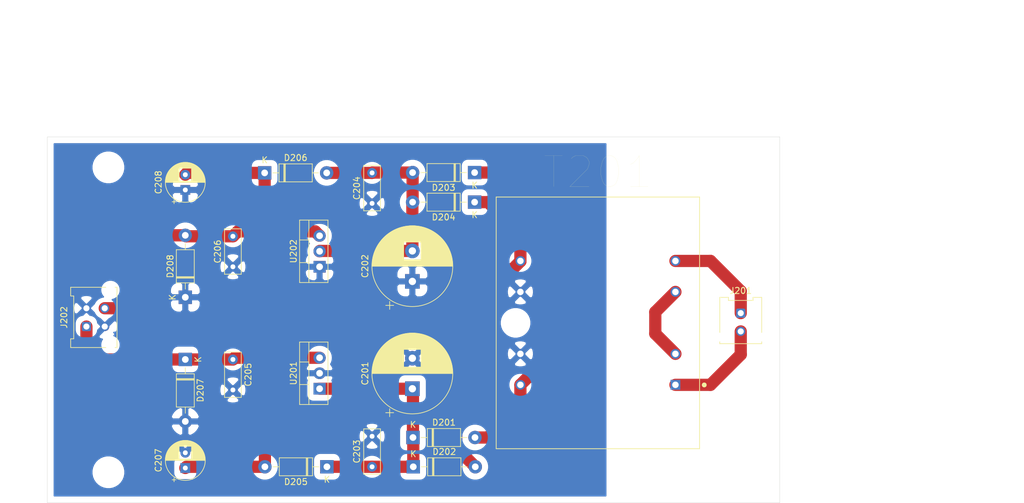
<source format=kicad_pcb>
(kicad_pcb (version 20171130) (host pcbnew "(5.1.9-0-10_14)")

  (general
    (thickness 1.6)
    (drawings 12)
    (tracks 68)
    (zones 0)
    (modules 25)
    (nets 11)
  )

  (page A4)
  (title_block
    (title "OHMCODER POWERBOARD")
    (date 2021-06-19)
    (company OHMMUSICCOLLECTIVE)
  )

  (layers
    (0 F.Cu signal)
    (31 B.Cu signal)
    (32 B.Adhes user)
    (33 F.Adhes user)
    (34 B.Paste user)
    (35 F.Paste user)
    (36 B.SilkS user)
    (37 F.SilkS user)
    (38 B.Mask user)
    (39 F.Mask user)
    (40 Dwgs.User user)
    (41 Cmts.User user)
    (42 Eco1.User user)
    (43 Eco2.User user)
    (44 Edge.Cuts user)
    (45 Margin user)
    (46 B.CrtYd user)
    (47 F.CrtYd user)
    (48 B.Fab user)
    (49 F.Fab user)
  )

  (setup
    (last_trace_width 2)
    (user_trace_width 1.016)
    (user_trace_width 2)
    (trace_clearance 0.1524)
    (zone_clearance 1)
    (zone_45_only no)
    (trace_min 0.1524)
    (via_size 0.8)
    (via_drill 0.4)
    (via_min_size 0.508)
    (via_min_drill 0.3302)
    (uvia_size 0.254)
    (uvia_drill 0.1524)
    (uvias_allowed no)
    (uvia_min_size 0.1524)
    (uvia_min_drill 0.1016)
    (edge_width 0.0508)
    (segment_width 0.1524)
    (pcb_text_width 0.3)
    (pcb_text_size 1.5 1.5)
    (mod_edge_width 0.1524)
    (mod_text_size 1 1)
    (mod_text_width 0.15)
    (pad_size 1.524 1.524)
    (pad_drill 0.762)
    (pad_to_mask_clearance 0)
    (aux_axis_origin 0 0)
    (visible_elements FFFFFF7F)
    (pcbplotparams
      (layerselection 0x010fc_ffffffff)
      (usegerberextensions false)
      (usegerberattributes true)
      (usegerberadvancedattributes true)
      (creategerberjobfile true)
      (excludeedgelayer true)
      (linewidth 0.100000)
      (plotframeref false)
      (viasonmask false)
      (mode 1)
      (useauxorigin false)
      (hpglpennumber 1)
      (hpglpenspeed 20)
      (hpglpendiameter 15.000000)
      (psnegative false)
      (psa4output false)
      (plotreference true)
      (plotvalue true)
      (plotinvisibletext false)
      (padsonsilk false)
      (subtractmaskfromsilk false)
      (outputformat 1)
      (mirror false)
      (drillshape 1)
      (scaleselection 1)
      (outputdirectory ""))
  )

  (net 0 "")
  (net 1 GND)
  (net 2 +12V)
  (net 3 -12V)
  (net 4 "Net-(D201-Pad2)")
  (net 5 "Net-(D202-Pad2)")
  (net 6 "Net-(T201-Pad3)")
  (net 7 "Net-(J201-Pad1)")
  (net 8 "Net-(J201-Pad2)")
  (net 9 "Net-(C201-Pad1)")
  (net 10 "Net-(C202-Pad2)")

  (net_class Default "This is the default net class."
    (clearance 0.1524)
    (trace_width 0.1524)
    (via_dia 0.8)
    (via_drill 0.4)
    (uvia_dia 0.254)
    (uvia_drill 0.1524)
    (diff_pair_width 0.254)
    (diff_pair_gap 0.254)
    (add_net "Net-(C201-Pad1)")
    (add_net "Net-(C202-Pad2)")
    (add_net "Net-(D201-Pad2)")
    (add_net "Net-(D202-Pad2)")
    (add_net "Net-(J201-Pad1)")
    (add_net "Net-(J201-Pad2)")
    (add_net "Net-(T201-Pad3)")
  )

  (net_class POWER ""
    (clearance 0.508)
    (trace_width 0.508)
    (via_dia 1.2)
    (via_drill 0.6)
    (uvia_dia 0.254)
    (uvia_drill 0.1524)
    (diff_pair_width 0.508)
    (diff_pair_gap 0.508)
    (add_net +12V)
    (add_net -12V)
    (add_net GND)
  )

  (module OHMCODER:XFMR_VPP36-140 (layer F.Cu) (tedit 60CC7F5E) (tstamp 61594DCD)
    (at 180.2 101 90)
    (path /615D5ED5)
    (fp_text reference T201 (at 24.7 0 180) (layer F.SilkS)
      (effects (font (size 5.08 5.08) (thickness 0.015)))
    )
    (fp_text value VPP36-140 (at -0.3 0 90) (layer F.Fab)
      (effects (font (size 5.08 5.08) (thickness 0.015)))
    )
    (fp_line (start -20.6375 16.6624) (end -20.6375 -16.6624) (layer F.Fab) (width 0.127))
    (fp_line (start -20.6375 -16.6624) (end 20.6375 -16.6624) (layer F.Fab) (width 0.127))
    (fp_line (start 20.6375 -16.6624) (end 20.6375 16.6624) (layer F.Fab) (width 0.127))
    (fp_line (start 20.6375 16.6624) (end -20.6375 16.6624) (layer F.Fab) (width 0.127))
    (fp_line (start -20.6375 16.6624) (end -20.6375 -16.6624) (layer F.SilkS) (width 0.127))
    (fp_line (start -20.6375 -16.6624) (end 20.6375 -16.6624) (layer F.SilkS) (width 0.127))
    (fp_line (start 20.6375 -16.6624) (end 20.6375 16.6624) (layer F.SilkS) (width 0.127))
    (fp_line (start 20.6375 16.6624) (end -20.6375 16.6624) (layer F.SilkS) (width 0.127))
    (fp_line (start -20.8875 16.9124) (end -20.8875 -16.9124) (layer F.CrtYd) (width 0.05))
    (fp_line (start -20.8875 -16.9124) (end 20.8875 -16.9124) (layer F.CrtYd) (width 0.05))
    (fp_line (start 20.8875 -16.9124) (end 20.8875 16.9124) (layer F.CrtYd) (width 0.05))
    (fp_line (start 20.8875 16.9124) (end -20.8875 16.9124) (layer F.CrtYd) (width 0.05))
    (fp_circle (center -10.18 17.42) (end -9.98 17.42) (layer F.SilkS) (width 0.4))
    (fp_circle (center -10.18 17.42) (end -9.98 17.42) (layer F.Fab) (width 0.4))
    (pad "" np_thru_hole circle (at 0 -13.4874 90) (size 2.8448 2.8448) (drill 2.8448) (layers *.Cu *.Mask))
    (pad None np_thru_hole circle (at 0 13.4874 90) (size 2.8448 2.8448) (drill 2.8448) (layers *.Cu *.Mask))
    (pad 12 thru_hole circle (at 10.16 -12.7 90) (size 1.6002 1.6002) (drill 1.0668) (layers *.Cu *.Mask)
      (net 5 "Net-(D202-Pad2)"))
    (pad 10 thru_hole circle (at 5.08 -12.7 90) (size 1.6002 1.6002) (drill 1.0668) (layers *.Cu *.Mask)
      (net 1 GND))
    (pad 9 thru_hole circle (at -5.08 -12.7 90) (size 1.6002 1.6002) (drill 1.0668) (layers *.Cu *.Mask)
      (net 1 GND))
    (pad 7 thru_hole circle (at -10.16 -12.7 90) (size 1.6002 1.6002) (drill 1.0668) (layers *.Cu *.Mask)
      (net 4 "Net-(D201-Pad2)"))
    (pad 6 thru_hole circle (at 10.16 12.7 90) (size 1.6002 1.6002) (drill 1.0668) (layers *.Cu *.Mask)
      (net 7 "Net-(J201-Pad1)"))
    (pad 4 thru_hole circle (at 5.08 12.7 90) (size 1.6002 1.6002) (drill 1.0668) (layers *.Cu *.Mask)
      (net 6 "Net-(T201-Pad3)"))
    (pad 3 thru_hole circle (at -5.08 12.7 90) (size 1.6002 1.6002) (drill 1.0668) (layers *.Cu *.Mask)
      (net 6 "Net-(T201-Pad3)"))
    (pad 1 thru_hole rect (at -10.16 12.7 90) (size 1.6002 1.6002) (drill 1.0668) (layers *.Cu *.Mask)
      (net 8 "Net-(J201-Pad2)"))
    (model "${KIPRJMOD}/OHMCODER.pretty/Triad Magnetics-VPP36-140.step"
      (offset (xyz 0 0 10))
      (scale (xyz 1 1 1))
      (rotate (xyz -90 0 90))
    )
  )

  (module MountingHole:MountingHole_3.2mm_M3 (layer F.Cu) (tedit 56D1B4CB) (tstamp 6158F858)
    (at 200 125.5)
    (descr "Mounting Hole 3.2mm, no annular, M3")
    (tags "mounting hole 3.2mm no annular m3")
    (attr virtual)
    (fp_text reference REF** (at 0 -4.2) (layer F.SilkS) hide
      (effects (font (size 1 1) (thickness 0.15)))
    )
    (fp_text value MountingHole_3.2mm_M3 (at 0 4.2) (layer F.Fab)
      (effects (font (size 1 1) (thickness 0.15)))
    )
    (fp_circle (center 0 0) (end 3.45 0) (layer F.CrtYd) (width 0.05))
    (fp_circle (center 0 0) (end 3.2 0) (layer Cmts.User) (width 0.15))
    (fp_text user %R (at 0.3 0) (layer F.Fab)
      (effects (font (size 1 1) (thickness 0.15)))
    )
    (pad 1 np_thru_hole circle (at 0 0) (size 3.2 3.2) (drill 3.2) (layers *.Cu *.Mask))
  )

  (module MountingHole:MountingHole_3.2mm_M3 (layer F.Cu) (tedit 56D1B4CB) (tstamp 6158F819)
    (at 100 125.5)
    (descr "Mounting Hole 3.2mm, no annular, M3")
    (tags "mounting hole 3.2mm no annular m3")
    (attr virtual)
    (fp_text reference REF** (at 0 -4.2) (layer F.SilkS) hide
      (effects (font (size 1 1) (thickness 0.15)))
    )
    (fp_text value MountingHole_3.2mm_M3 (at 0 4.2) (layer F.Fab)
      (effects (font (size 1 1) (thickness 0.15)))
    )
    (fp_circle (center 0 0) (end 3.45 0) (layer F.CrtYd) (width 0.05))
    (fp_circle (center 0 0) (end 3.2 0) (layer Cmts.User) (width 0.15))
    (fp_text user %R (at 0.3 0) (layer F.Fab)
      (effects (font (size 1 1) (thickness 0.15)))
    )
    (pad 1 np_thru_hole circle (at 0 0) (size 3.2 3.2) (drill 3.2) (layers *.Cu *.Mask))
  )

  (module MountingHole:MountingHole_3.2mm_M3 (layer F.Cu) (tedit 56D1B4CB) (tstamp 6158ECBF)
    (at 200 75.5)
    (descr "Mounting Hole 3.2mm, no annular, M3")
    (tags "mounting hole 3.2mm no annular m3")
    (attr virtual)
    (fp_text reference REF** (at 0 -4.2) (layer F.SilkS) hide
      (effects (font (size 1 1) (thickness 0.15)))
    )
    (fp_text value MountingHole_3.2mm_M3 (at 0 4.2) (layer F.Fab)
      (effects (font (size 1 1) (thickness 0.15)))
    )
    (fp_circle (center 0 0) (end 3.45 0) (layer F.CrtYd) (width 0.05))
    (fp_circle (center 0 0) (end 3.2 0) (layer Cmts.User) (width 0.15))
    (fp_text user %R (at 0.3 0) (layer F.Fab)
      (effects (font (size 1 1) (thickness 0.15)))
    )
    (pad 1 np_thru_hole circle (at 0 0) (size 3.2 3.2) (drill 3.2) (layers *.Cu *.Mask))
  )

  (module MountingHole:MountingHole_3.2mm_M3 (layer F.Cu) (tedit 56D1B4CB) (tstamp 6158ECB7)
    (at 100 75.5)
    (descr "Mounting Hole 3.2mm, no annular, M3")
    (tags "mounting hole 3.2mm no annular m3")
    (attr virtual)
    (fp_text reference REF** (at 0 -4.2) (layer F.SilkS) hide
      (effects (font (size 1 1) (thickness 0.15)))
    )
    (fp_text value MountingHole_3.2mm_M3 (at 0 4.2) (layer F.Fab)
      (effects (font (size 1 1) (thickness 0.15)))
    )
    (fp_circle (center 0 0) (end 3.45 0) (layer F.CrtYd) (width 0.05))
    (fp_circle (center 0 0) (end 3.2 0) (layer Cmts.User) (width 0.15))
    (fp_text user %R (at 0.3 0) (layer F.Fab)
      (effects (font (size 1 1) (thickness 0.15)))
    )
    (pad 1 np_thru_hole circle (at 0 0) (size 3.2 3.2) (drill 3.2) (layers *.Cu *.Mask))
  )

  (module Package_TO_SOT_THT:TO-220-3_Vertical (layer F.Cu) (tedit 5AC8BA0D) (tstamp 6198EDA7)
    (at 134.6 91.8 90)
    (descr "TO-220-3, Vertical, RM 2.54mm, see https://www.vishay.com/docs/66542/to-220-1.pdf")
    (tags "TO-220-3 Vertical RM 2.54mm")
    (path /615D5F24)
    (fp_text reference U202 (at 2.54 -4.27 90) (layer F.SilkS)
      (effects (font (size 1 1) (thickness 0.15)))
    )
    (fp_text value uA7912 (at 2.54 2.5 90) (layer F.Fab)
      (effects (font (size 1 1) (thickness 0.15)))
    )
    (fp_line (start 7.79 -3.4) (end -2.71 -3.4) (layer F.CrtYd) (width 0.05))
    (fp_line (start 7.79 1.51) (end 7.79 -3.4) (layer F.CrtYd) (width 0.05))
    (fp_line (start -2.71 1.51) (end 7.79 1.51) (layer F.CrtYd) (width 0.05))
    (fp_line (start -2.71 -3.4) (end -2.71 1.51) (layer F.CrtYd) (width 0.05))
    (fp_line (start 4.391 -3.27) (end 4.391 -1.76) (layer F.SilkS) (width 0.12))
    (fp_line (start 0.69 -3.27) (end 0.69 -1.76) (layer F.SilkS) (width 0.12))
    (fp_line (start -2.58 -1.76) (end 7.66 -1.76) (layer F.SilkS) (width 0.12))
    (fp_line (start 7.66 -3.27) (end 7.66 1.371) (layer F.SilkS) (width 0.12))
    (fp_line (start -2.58 -3.27) (end -2.58 1.371) (layer F.SilkS) (width 0.12))
    (fp_line (start -2.58 1.371) (end 7.66 1.371) (layer F.SilkS) (width 0.12))
    (fp_line (start -2.58 -3.27) (end 7.66 -3.27) (layer F.SilkS) (width 0.12))
    (fp_line (start 4.39 -3.15) (end 4.39 -1.88) (layer F.Fab) (width 0.1))
    (fp_line (start 0.69 -3.15) (end 0.69 -1.88) (layer F.Fab) (width 0.1))
    (fp_line (start -2.46 -1.88) (end 7.54 -1.88) (layer F.Fab) (width 0.1))
    (fp_line (start 7.54 -3.15) (end -2.46 -3.15) (layer F.Fab) (width 0.1))
    (fp_line (start 7.54 1.25) (end 7.54 -3.15) (layer F.Fab) (width 0.1))
    (fp_line (start -2.46 1.25) (end 7.54 1.25) (layer F.Fab) (width 0.1))
    (fp_line (start -2.46 -3.15) (end -2.46 1.25) (layer F.Fab) (width 0.1))
    (fp_text user %R (at 2.54 -4.27 90) (layer F.Fab)
      (effects (font (size 1 1) (thickness 0.15)))
    )
    (pad 3 thru_hole oval (at 5.08 0 90) (size 1.905 2) (drill 1.1) (layers *.Cu *.Mask)
      (net 3 -12V))
    (pad 2 thru_hole oval (at 2.54 0 90) (size 1.905 2) (drill 1.1) (layers *.Cu *.Mask)
      (net 10 "Net-(C202-Pad2)"))
    (pad 1 thru_hole rect (at 0 0 90) (size 1.905 2) (drill 1.1) (layers *.Cu *.Mask)
      (net 1 GND))
    (model ${KISYS3DMOD}/Package_TO_SOT_THT.3dshapes/TO-220-3_Vertical.wrl
      (at (xyz 0 0 0))
      (scale (xyz 1 1 1))
      (rotate (xyz 0 0 0))
    )
  )

  (module Package_TO_SOT_THT:TO-220-3_Vertical (layer F.Cu) (tedit 5AC8BA0D) (tstamp 61594DE7)
    (at 134.6 111.8 90)
    (descr "TO-220-3, Vertical, RM 2.54mm, see https://www.vishay.com/docs/66542/to-220-1.pdf")
    (tags "TO-220-3 Vertical RM 2.54mm")
    (path /615D5F07)
    (fp_text reference U201 (at 2.54 -4.27 90) (layer F.SilkS)
      (effects (font (size 1 1) (thickness 0.15)))
    )
    (fp_text value uA7812 (at 2.54 2.5 90) (layer F.Fab)
      (effects (font (size 1 1) (thickness 0.15)))
    )
    (fp_line (start 7.79 -3.4) (end -2.71 -3.4) (layer F.CrtYd) (width 0.05))
    (fp_line (start 7.79 1.51) (end 7.79 -3.4) (layer F.CrtYd) (width 0.05))
    (fp_line (start -2.71 1.51) (end 7.79 1.51) (layer F.CrtYd) (width 0.05))
    (fp_line (start -2.71 -3.4) (end -2.71 1.51) (layer F.CrtYd) (width 0.05))
    (fp_line (start 4.391 -3.27) (end 4.391 -1.76) (layer F.SilkS) (width 0.12))
    (fp_line (start 0.69 -3.27) (end 0.69 -1.76) (layer F.SilkS) (width 0.12))
    (fp_line (start -2.58 -1.76) (end 7.66 -1.76) (layer F.SilkS) (width 0.12))
    (fp_line (start 7.66 -3.27) (end 7.66 1.371) (layer F.SilkS) (width 0.12))
    (fp_line (start -2.58 -3.27) (end -2.58 1.371) (layer F.SilkS) (width 0.12))
    (fp_line (start -2.58 1.371) (end 7.66 1.371) (layer F.SilkS) (width 0.12))
    (fp_line (start -2.58 -3.27) (end 7.66 -3.27) (layer F.SilkS) (width 0.12))
    (fp_line (start 4.39 -3.15) (end 4.39 -1.88) (layer F.Fab) (width 0.1))
    (fp_line (start 0.69 -3.15) (end 0.69 -1.88) (layer F.Fab) (width 0.1))
    (fp_line (start -2.46 -1.88) (end 7.54 -1.88) (layer F.Fab) (width 0.1))
    (fp_line (start 7.54 -3.15) (end -2.46 -3.15) (layer F.Fab) (width 0.1))
    (fp_line (start 7.54 1.25) (end 7.54 -3.15) (layer F.Fab) (width 0.1))
    (fp_line (start -2.46 1.25) (end 7.54 1.25) (layer F.Fab) (width 0.1))
    (fp_line (start -2.46 -3.15) (end -2.46 1.25) (layer F.Fab) (width 0.1))
    (fp_text user %R (at 2.54 -4.27 90) (layer F.Fab)
      (effects (font (size 1 1) (thickness 0.15)))
    )
    (pad 3 thru_hole oval (at 5.08 0 90) (size 1.905 2) (drill 1.1) (layers *.Cu *.Mask)
      (net 2 +12V))
    (pad 2 thru_hole oval (at 2.54 0 90) (size 1.905 2) (drill 1.1) (layers *.Cu *.Mask)
      (net 1 GND))
    (pad 1 thru_hole rect (at 0 0 90) (size 1.905 2) (drill 1.1) (layers *.Cu *.Mask)
      (net 9 "Net-(C201-Pad1)"))
    (model ${KISYS3DMOD}/Package_TO_SOT_THT.3dshapes/TO-220-3_Vertical.wrl
      (at (xyz 0 0 0))
      (scale (xyz 1 1 1))
      (rotate (xyz 0 0 0))
    )
  )

  (module OHMCODER:Molex_Micro-Fit_3.0_43045-0412_2x02_P3.00mm_Vertical (layer F.Cu) (tedit 61587ECA) (tstamp 61594DB1)
    (at 96.4 101.6 90)
    (descr "Molex Micro-Fit 3.0 Connector System, 43045-0412 (compatible alternatives: 43045-0413, 43045-0424), 2 Pins per row (http://www.molex.com/pdm_docs/sd/430450212_sd.pdf), generated with kicad-footprint-generator")
    (tags "connector Molex Micro-Fit_3.0 side entry")
    (path /615D5FBC)
    (fp_text reference J202 (at 1.5 -3.67 90) (layer F.SilkS)
      (effects (font (size 1 1) (thickness 0.15)))
    )
    (fp_text value Conn_02x02_Odd_Even (at 1.5 7.5 90) (layer F.Fab)
      (effects (font (size 1 1) (thickness 0.15)))
    )
    (fp_line (start -2.125 -1.97) (end -2.125 -2.47) (layer F.Fab) (width 0.1))
    (fp_line (start -2.125 -2.47) (end -3.325 -2.47) (layer F.Fab) (width 0.1))
    (fp_line (start -3.325 -2.47) (end -3.325 4.9) (layer F.Fab) (width 0.1))
    (fp_line (start -3.325 4.9) (end 6.325 4.9) (layer F.Fab) (width 0.1))
    (fp_line (start 6.325 4.9) (end 6.325 -2.47) (layer F.Fab) (width 0.1))
    (fp_line (start 6.325 -2.47) (end 5.125 -2.47) (layer F.Fab) (width 0.1))
    (fp_line (start 5.125 -2.47) (end 5.125 -1.97) (layer F.Fab) (width 0.1))
    (fp_line (start 5.125 -1.97) (end -2.125 -1.97) (layer F.Fab) (width 0.1))
    (fp_line (start -3.325 -1.34) (end -2.125 -1.97) (layer F.Fab) (width 0.1))
    (fp_line (start 6.325 -1.34) (end 5.125 -1.97) (layer F.Fab) (width 0.1))
    (fp_line (start 0.8 4.9) (end 0.8 6.3) (layer F.Fab) (width 0.1))
    (fp_line (start 0.8 6.3) (end 2.2 6.3) (layer F.Fab) (width 0.1))
    (fp_line (start 2.2 6.3) (end 2.2 4.9) (layer F.Fab) (width 0.1))
    (fp_line (start -0.5 -1.97) (end 0 -1.262893) (layer F.Fab) (width 0.1))
    (fp_line (start 0 -1.262893) (end 0.5 -1.97) (layer F.Fab) (width 0.1))
    (fp_line (start -3.435 4.7) (end -3.435 5.01) (layer F.SilkS) (width 0.12))
    (fp_line (start -3.435 5.01) (end 6.435 5.01) (layer F.SilkS) (width 0.12))
    (fp_line (start 6.435 5.01) (end 6.435 4.7) (layer F.SilkS) (width 0.12))
    (fp_line (start -3.435 3.18) (end -3.435 -2.58) (layer F.SilkS) (width 0.12))
    (fp_line (start -3.435 -2.58) (end -2.015 -2.58) (layer F.SilkS) (width 0.12))
    (fp_line (start -2.015 -2.58) (end -2.015 -2.08) (layer F.SilkS) (width 0.12))
    (fp_line (start -2.015 -2.08) (end 5.015 -2.08) (layer F.SilkS) (width 0.12))
    (fp_line (start 5.015 -2.08) (end 5.015 -2.58) (layer F.SilkS) (width 0.12))
    (fp_line (start 5.015 -2.58) (end 6.435 -2.58) (layer F.SilkS) (width 0.12))
    (fp_line (start 6.435 -2.58) (end 6.435 3.18) (layer F.SilkS) (width 0.12))
    (fp_line (start -3.82 -2.97) (end 6.82 -2.97) (layer F.CrtYd) (width 0.05))
    (fp_line (start 6.82 -2.97) (end 6.82 6.8) (layer F.CrtYd) (width 0.05))
    (fp_line (start 6.82 6.8) (end -3.82 6.8) (layer F.CrtYd) (width 0.05))
    (fp_line (start -3.82 6.8) (end -3.82 -2.97) (layer F.CrtYd) (width 0.05))
    (fp_text user %R (at 1.5 4.2 90) (layer F.Fab)
      (effects (font (size 1 1) (thickness 0.15)))
    )
    (pad "" np_thru_hole circle (at -3 3.94 90) (size 1 1) (drill 1) (layers *.Cu *.Mask))
    (pad "" np_thru_hole circle (at 6 3.94 90) (size 1 1) (drill 1) (layers *.Cu *.Mask))
    (pad 1 thru_hole roundrect (at 0 0 90) (size 1.5 1.5) (drill 1) (layers *.Cu *.Mask) (roundrect_rratio 0.166667)
      (net 2 +12V))
    (pad 2 thru_hole circle (at 3 0 90) (size 1.5 1.5) (drill 1) (layers *.Cu *.Mask)
      (net 1 GND))
    (pad 3 thru_hole circle (at 0 3 90) (size 1.5 1.5) (drill 1) (layers *.Cu *.Mask)
      (net 1 GND))
    (pad 4 thru_hole circle (at 3 3 90) (size 1.5 1.5) (drill 1) (layers *.Cu *.Mask)
      (net 3 -12V))
    (model ${KIPRJMOD}/OHMCODER.pretty/430450412.stp
      (offset (xyz 1.5 -1.5 5))
      (scale (xyz 1 1 1))
      (rotate (xyz 0 0 180))
    )
  )

  (module OHMCODER:Molex_Micro-Fit_3.0_43045-0212_2x01_P3.00mm_Vertical (layer F.Cu) (tedit 61587B33) (tstamp 61594D89)
    (at 203.6 99.4)
    (descr "Molex Micro-Fit 3.0 Connector System, 43045-0212 (compatible alternatives: 43045-0213, 43045-0224), 1 Pins per row (http://www.molex.com/pdm_docs/sd/430450212_sd.pdf), generated with kicad-footprint-generator")
    (tags "connector Molex Micro-Fit_3.0 side entry")
    (path /615D5FB6)
    (fp_text reference J201 (at 0 -3.67) (layer F.SilkS)
      (effects (font (size 1 1) (thickness 0.15)))
    )
    (fp_text value Conn_01x02_Female (at 0 7.5) (layer F.Fab)
      (effects (font (size 1 1) (thickness 0.15)))
    )
    (fp_line (start -2.125 -1.97) (end -2.125 -2.47) (layer F.Fab) (width 0.1))
    (fp_line (start -2.125 -2.47) (end -3.325 -2.47) (layer F.Fab) (width 0.1))
    (fp_line (start -3.325 -2.47) (end -3.325 4.9) (layer F.Fab) (width 0.1))
    (fp_line (start -3.325 4.9) (end 3.325 4.9) (layer F.Fab) (width 0.1))
    (fp_line (start 3.325 4.9) (end 3.325 -2.47) (layer F.Fab) (width 0.1))
    (fp_line (start 3.325 -2.47) (end 2.125 -2.47) (layer F.Fab) (width 0.1))
    (fp_line (start 2.125 -2.47) (end 2.125 -1.97) (layer F.Fab) (width 0.1))
    (fp_line (start 2.125 -1.97) (end -2.125 -1.97) (layer F.Fab) (width 0.1))
    (fp_line (start -3.325 -1.34) (end -2.125 -1.97) (layer F.Fab) (width 0.1))
    (fp_line (start 3.325 -1.34) (end 2.125 -1.97) (layer F.Fab) (width 0.1))
    (fp_line (start -0.7 4.9) (end -0.7 6.3) (layer F.Fab) (width 0.1))
    (fp_line (start -0.7 6.3) (end 0.7 6.3) (layer F.Fab) (width 0.1))
    (fp_line (start 0.7 6.3) (end 0.7 4.9) (layer F.Fab) (width 0.1))
    (fp_line (start -0.5 -1.97) (end 0 -1.262893) (layer F.Fab) (width 0.1))
    (fp_line (start 0 -1.262893) (end 0.5 -1.97) (layer F.Fab) (width 0.1))
    (fp_line (start -3.435 4.7) (end -3.435 5.01) (layer F.SilkS) (width 0.12))
    (fp_line (start -3.435 5.01) (end 3.435 5.01) (layer F.SilkS) (width 0.12))
    (fp_line (start 3.435 5.01) (end 3.435 4.7) (layer F.SilkS) (width 0.12))
    (fp_line (start -3.435 3.18) (end -3.435 -2.58) (layer F.SilkS) (width 0.12))
    (fp_line (start -3.435 -2.58) (end -2.015 -2.58) (layer F.SilkS) (width 0.12))
    (fp_line (start -2.015 -2.58) (end -2.015 -2.08) (layer F.SilkS) (width 0.12))
    (fp_line (start -2.015 -2.08) (end 2.015 -2.08) (layer F.SilkS) (width 0.12))
    (fp_line (start 2.015 -2.08) (end 2.015 -2.58) (layer F.SilkS) (width 0.12))
    (fp_line (start 2.015 -2.58) (end 3.435 -2.58) (layer F.SilkS) (width 0.12))
    (fp_line (start 3.435 -2.58) (end 3.435 3.18) (layer F.SilkS) (width 0.12))
    (fp_line (start -3.82 -2.97) (end 3.82 -2.97) (layer F.CrtYd) (width 0.05))
    (fp_line (start 3.82 -2.97) (end 3.82 6.8) (layer F.CrtYd) (width 0.05))
    (fp_line (start 3.82 6.8) (end -3.82 6.8) (layer F.CrtYd) (width 0.05))
    (fp_line (start -3.82 6.8) (end -3.82 -2.97) (layer F.CrtYd) (width 0.05))
    (fp_text user %R (at 0 4.2) (layer F.Fab)
      (effects (font (size 1 1) (thickness 0.15)))
    )
    (pad "" np_thru_hole circle (at -3 3.94) (size 1 1) (drill 1) (layers *.Cu *.Mask))
    (pad "" np_thru_hole circle (at 3 3.94) (size 1 1) (drill 1) (layers *.Cu *.Mask))
    (pad 1 thru_hole roundrect (at 0 0) (size 1.5 1.5) (drill 1) (layers *.Cu *.Mask) (roundrect_rratio 0.166667)
      (net 7 "Net-(J201-Pad1)"))
    (pad 2 thru_hole circle (at 0 3) (size 1.5 1.5) (drill 1) (layers *.Cu *.Mask)
      (net 8 "Net-(J201-Pad2)"))
    (model ${KIPRJMOD}/OHMCODER.pretty/430450212.stp
      (offset (xyz 0 -1.5 5))
      (scale (xyz 1 1 1))
      (rotate (xyz 0 0 180))
    )
  )

  (module Diode_THT:D_DO-41_SOD81_P10.16mm_Horizontal (layer F.Cu) (tedit 5AE50CD5) (tstamp 61594D63)
    (at 112.6 96.8 90)
    (descr "Diode, DO-41_SOD81 series, Axial, Horizontal, pin pitch=10.16mm, , length*diameter=5.2*2.7mm^2, , http://www.diodes.com/_files/packages/DO-41%20(Plastic).pdf")
    (tags "Diode DO-41_SOD81 series Axial Horizontal pin pitch 10.16mm  length 5.2mm diameter 2.7mm")
    (path /615D5F4D)
    (fp_text reference D208 (at 5.08 -2.47 90) (layer F.SilkS)
      (effects (font (size 1 1) (thickness 0.15)))
    )
    (fp_text value 1N4002 (at 5.08 2.47 90) (layer F.Fab)
      (effects (font (size 1 1) (thickness 0.15)))
    )
    (fp_line (start 11.51 -1.6) (end -1.35 -1.6) (layer F.CrtYd) (width 0.05))
    (fp_line (start 11.51 1.6) (end 11.51 -1.6) (layer F.CrtYd) (width 0.05))
    (fp_line (start -1.35 1.6) (end 11.51 1.6) (layer F.CrtYd) (width 0.05))
    (fp_line (start -1.35 -1.6) (end -1.35 1.6) (layer F.CrtYd) (width 0.05))
    (fp_line (start 3.14 -1.47) (end 3.14 1.47) (layer F.SilkS) (width 0.12))
    (fp_line (start 3.38 -1.47) (end 3.38 1.47) (layer F.SilkS) (width 0.12))
    (fp_line (start 3.26 -1.47) (end 3.26 1.47) (layer F.SilkS) (width 0.12))
    (fp_line (start 8.82 0) (end 7.8 0) (layer F.SilkS) (width 0.12))
    (fp_line (start 1.34 0) (end 2.36 0) (layer F.SilkS) (width 0.12))
    (fp_line (start 7.8 -1.47) (end 2.36 -1.47) (layer F.SilkS) (width 0.12))
    (fp_line (start 7.8 1.47) (end 7.8 -1.47) (layer F.SilkS) (width 0.12))
    (fp_line (start 2.36 1.47) (end 7.8 1.47) (layer F.SilkS) (width 0.12))
    (fp_line (start 2.36 -1.47) (end 2.36 1.47) (layer F.SilkS) (width 0.12))
    (fp_line (start 3.16 -1.35) (end 3.16 1.35) (layer F.Fab) (width 0.1))
    (fp_line (start 3.36 -1.35) (end 3.36 1.35) (layer F.Fab) (width 0.1))
    (fp_line (start 3.26 -1.35) (end 3.26 1.35) (layer F.Fab) (width 0.1))
    (fp_line (start 10.16 0) (end 7.68 0) (layer F.Fab) (width 0.1))
    (fp_line (start 0 0) (end 2.48 0) (layer F.Fab) (width 0.1))
    (fp_line (start 7.68 -1.35) (end 2.48 -1.35) (layer F.Fab) (width 0.1))
    (fp_line (start 7.68 1.35) (end 7.68 -1.35) (layer F.Fab) (width 0.1))
    (fp_line (start 2.48 1.35) (end 7.68 1.35) (layer F.Fab) (width 0.1))
    (fp_line (start 2.48 -1.35) (end 2.48 1.35) (layer F.Fab) (width 0.1))
    (fp_text user K (at 0 -2.1 90) (layer F.SilkS)
      (effects (font (size 1 1) (thickness 0.15)))
    )
    (fp_text user K (at 0 -2.1 90) (layer F.Fab)
      (effects (font (size 1 1) (thickness 0.15)))
    )
    (fp_text user %R (at 5.47 0 90) (layer F.Fab)
      (effects (font (size 1 1) (thickness 0.15)))
    )
    (pad 2 thru_hole oval (at 10.16 0 90) (size 2.2 2.2) (drill 1.1) (layers *.Cu *.Mask)
      (net 3 -12V))
    (pad 1 thru_hole rect (at 0 0 90) (size 2.2 2.2) (drill 1.1) (layers *.Cu *.Mask)
      (net 1 GND))
    (model ${KISYS3DMOD}/Diode_THT.3dshapes/D_DO-41_SOD81_P10.16mm_Horizontal.wrl
      (at (xyz 0 0 0))
      (scale (xyz 1 1 1))
      (rotate (xyz 0 0 0))
    )
  )

  (module Diode_THT:D_DO-41_SOD81_P10.16mm_Horizontal (layer F.Cu) (tedit 5AE50CD5) (tstamp 61991E1E)
    (at 112.6 107 270)
    (descr "Diode, DO-41_SOD81 series, Axial, Horizontal, pin pitch=10.16mm, , length*diameter=5.2*2.7mm^2, , http://www.diodes.com/_files/packages/DO-41%20(Plastic).pdf")
    (tags "Diode DO-41_SOD81 series Axial Horizontal pin pitch 10.16mm  length 5.2mm diameter 2.7mm")
    (path /615D5F47)
    (fp_text reference D207 (at 5.08 -2.47 90) (layer F.SilkS)
      (effects (font (size 1 1) (thickness 0.15)))
    )
    (fp_text value 1N4002 (at 5.08 2.47 90) (layer F.Fab)
      (effects (font (size 1 1) (thickness 0.15)))
    )
    (fp_line (start 11.51 -1.6) (end -1.35 -1.6) (layer F.CrtYd) (width 0.05))
    (fp_line (start 11.51 1.6) (end 11.51 -1.6) (layer F.CrtYd) (width 0.05))
    (fp_line (start -1.35 1.6) (end 11.51 1.6) (layer F.CrtYd) (width 0.05))
    (fp_line (start -1.35 -1.6) (end -1.35 1.6) (layer F.CrtYd) (width 0.05))
    (fp_line (start 3.14 -1.47) (end 3.14 1.47) (layer F.SilkS) (width 0.12))
    (fp_line (start 3.38 -1.47) (end 3.38 1.47) (layer F.SilkS) (width 0.12))
    (fp_line (start 3.26 -1.47) (end 3.26 1.47) (layer F.SilkS) (width 0.12))
    (fp_line (start 8.82 0) (end 7.8 0) (layer F.SilkS) (width 0.12))
    (fp_line (start 1.34 0) (end 2.36 0) (layer F.SilkS) (width 0.12))
    (fp_line (start 7.8 -1.47) (end 2.36 -1.47) (layer F.SilkS) (width 0.12))
    (fp_line (start 7.8 1.47) (end 7.8 -1.47) (layer F.SilkS) (width 0.12))
    (fp_line (start 2.36 1.47) (end 7.8 1.47) (layer F.SilkS) (width 0.12))
    (fp_line (start 2.36 -1.47) (end 2.36 1.47) (layer F.SilkS) (width 0.12))
    (fp_line (start 3.16 -1.35) (end 3.16 1.35) (layer F.Fab) (width 0.1))
    (fp_line (start 3.36 -1.35) (end 3.36 1.35) (layer F.Fab) (width 0.1))
    (fp_line (start 3.26 -1.35) (end 3.26 1.35) (layer F.Fab) (width 0.1))
    (fp_line (start 10.16 0) (end 7.68 0) (layer F.Fab) (width 0.1))
    (fp_line (start 0 0) (end 2.48 0) (layer F.Fab) (width 0.1))
    (fp_line (start 7.68 -1.35) (end 2.48 -1.35) (layer F.Fab) (width 0.1))
    (fp_line (start 7.68 1.35) (end 7.68 -1.35) (layer F.Fab) (width 0.1))
    (fp_line (start 2.48 1.35) (end 7.68 1.35) (layer F.Fab) (width 0.1))
    (fp_line (start 2.48 -1.35) (end 2.48 1.35) (layer F.Fab) (width 0.1))
    (fp_text user K (at 0 -2.1 90) (layer F.SilkS)
      (effects (font (size 1 1) (thickness 0.15)))
    )
    (fp_text user K (at 0 -2.1 90) (layer F.Fab)
      (effects (font (size 1 1) (thickness 0.15)))
    )
    (fp_text user %R (at 5.47 0 90) (layer F.Fab)
      (effects (font (size 1 1) (thickness 0.15)))
    )
    (pad 2 thru_hole oval (at 10.16 0 270) (size 2.2 2.2) (drill 1.1) (layers *.Cu *.Mask)
      (net 1 GND))
    (pad 1 thru_hole rect (at 0 0 270) (size 2.2 2.2) (drill 1.1) (layers *.Cu *.Mask)
      (net 2 +12V))
    (model ${KISYS3DMOD}/Diode_THT.3dshapes/D_DO-41_SOD81_P10.16mm_Horizontal.wrl
      (at (xyz 0 0 0))
      (scale (xyz 1 1 1))
      (rotate (xyz 0 0 0))
    )
  )

  (module Diode_THT:D_DO-41_SOD81_P10.16mm_Horizontal (layer F.Cu) (tedit 5AE50CD5) (tstamp 61594D25)
    (at 125.6 76.4)
    (descr "Diode, DO-41_SOD81 series, Axial, Horizontal, pin pitch=10.16mm, , length*diameter=5.2*2.7mm^2, , http://www.diodes.com/_files/packages/DO-41%20(Plastic).pdf")
    (tags "Diode DO-41_SOD81 series Axial Horizontal pin pitch 10.16mm  length 5.2mm diameter 2.7mm")
    (path /615D5F33)
    (fp_text reference D206 (at 5.08 -2.47) (layer F.SilkS)
      (effects (font (size 1 1) (thickness 0.15)))
    )
    (fp_text value 1N4002 (at 5.08 2.47) (layer F.Fab)
      (effects (font (size 1 1) (thickness 0.15)))
    )
    (fp_line (start 11.51 -1.6) (end -1.35 -1.6) (layer F.CrtYd) (width 0.05))
    (fp_line (start 11.51 1.6) (end 11.51 -1.6) (layer F.CrtYd) (width 0.05))
    (fp_line (start -1.35 1.6) (end 11.51 1.6) (layer F.CrtYd) (width 0.05))
    (fp_line (start -1.35 -1.6) (end -1.35 1.6) (layer F.CrtYd) (width 0.05))
    (fp_line (start 3.14 -1.47) (end 3.14 1.47) (layer F.SilkS) (width 0.12))
    (fp_line (start 3.38 -1.47) (end 3.38 1.47) (layer F.SilkS) (width 0.12))
    (fp_line (start 3.26 -1.47) (end 3.26 1.47) (layer F.SilkS) (width 0.12))
    (fp_line (start 8.82 0) (end 7.8 0) (layer F.SilkS) (width 0.12))
    (fp_line (start 1.34 0) (end 2.36 0) (layer F.SilkS) (width 0.12))
    (fp_line (start 7.8 -1.47) (end 2.36 -1.47) (layer F.SilkS) (width 0.12))
    (fp_line (start 7.8 1.47) (end 7.8 -1.47) (layer F.SilkS) (width 0.12))
    (fp_line (start 2.36 1.47) (end 7.8 1.47) (layer F.SilkS) (width 0.12))
    (fp_line (start 2.36 -1.47) (end 2.36 1.47) (layer F.SilkS) (width 0.12))
    (fp_line (start 3.16 -1.35) (end 3.16 1.35) (layer F.Fab) (width 0.1))
    (fp_line (start 3.36 -1.35) (end 3.36 1.35) (layer F.Fab) (width 0.1))
    (fp_line (start 3.26 -1.35) (end 3.26 1.35) (layer F.Fab) (width 0.1))
    (fp_line (start 10.16 0) (end 7.68 0) (layer F.Fab) (width 0.1))
    (fp_line (start 0 0) (end 2.48 0) (layer F.Fab) (width 0.1))
    (fp_line (start 7.68 -1.35) (end 2.48 -1.35) (layer F.Fab) (width 0.1))
    (fp_line (start 7.68 1.35) (end 7.68 -1.35) (layer F.Fab) (width 0.1))
    (fp_line (start 2.48 1.35) (end 7.68 1.35) (layer F.Fab) (width 0.1))
    (fp_line (start 2.48 -1.35) (end 2.48 1.35) (layer F.Fab) (width 0.1))
    (fp_text user K (at 0 -2.1) (layer F.SilkS)
      (effects (font (size 1 1) (thickness 0.15)))
    )
    (fp_text user K (at 0 -2.1) (layer F.Fab)
      (effects (font (size 1 1) (thickness 0.15)))
    )
    (fp_text user %R (at 5.47 0) (layer F.Fab)
      (effects (font (size 1 1) (thickness 0.15)))
    )
    (pad 2 thru_hole oval (at 10.16 0) (size 2.2 2.2) (drill 1.1) (layers *.Cu *.Mask)
      (net 10 "Net-(C202-Pad2)"))
    (pad 1 thru_hole rect (at 0 0) (size 2.2 2.2) (drill 1.1) (layers *.Cu *.Mask)
      (net 3 -12V))
    (model ${KISYS3DMOD}/Diode_THT.3dshapes/D_DO-41_SOD81_P10.16mm_Horizontal.wrl
      (at (xyz 0 0 0))
      (scale (xyz 1 1 1))
      (rotate (xyz 0 0 0))
    )
  )

  (module Diode_THT:D_DO-41_SOD81_P10.16mm_Horizontal (layer F.Cu) (tedit 5AE50CD5) (tstamp 618C3282)
    (at 135.8 124.6 180)
    (descr "Diode, DO-41_SOD81 series, Axial, Horizontal, pin pitch=10.16mm, , length*diameter=5.2*2.7mm^2, , http://www.diodes.com/_files/packages/DO-41%20(Plastic).pdf")
    (tags "Diode DO-41_SOD81 series Axial Horizontal pin pitch 10.16mm  length 5.2mm diameter 2.7mm")
    (path /615D5F39)
    (fp_text reference D205 (at 5.08 -2.47) (layer F.SilkS)
      (effects (font (size 1 1) (thickness 0.15)))
    )
    (fp_text value 1N4002 (at 5.08 2.47) (layer F.Fab)
      (effects (font (size 1 1) (thickness 0.15)))
    )
    (fp_line (start 11.51 -1.6) (end -1.35 -1.6) (layer F.CrtYd) (width 0.05))
    (fp_line (start 11.51 1.6) (end 11.51 -1.6) (layer F.CrtYd) (width 0.05))
    (fp_line (start -1.35 1.6) (end 11.51 1.6) (layer F.CrtYd) (width 0.05))
    (fp_line (start -1.35 -1.6) (end -1.35 1.6) (layer F.CrtYd) (width 0.05))
    (fp_line (start 3.14 -1.47) (end 3.14 1.47) (layer F.SilkS) (width 0.12))
    (fp_line (start 3.38 -1.47) (end 3.38 1.47) (layer F.SilkS) (width 0.12))
    (fp_line (start 3.26 -1.47) (end 3.26 1.47) (layer F.SilkS) (width 0.12))
    (fp_line (start 8.82 0) (end 7.8 0) (layer F.SilkS) (width 0.12))
    (fp_line (start 1.34 0) (end 2.36 0) (layer F.SilkS) (width 0.12))
    (fp_line (start 7.8 -1.47) (end 2.36 -1.47) (layer F.SilkS) (width 0.12))
    (fp_line (start 7.8 1.47) (end 7.8 -1.47) (layer F.SilkS) (width 0.12))
    (fp_line (start 2.36 1.47) (end 7.8 1.47) (layer F.SilkS) (width 0.12))
    (fp_line (start 2.36 -1.47) (end 2.36 1.47) (layer F.SilkS) (width 0.12))
    (fp_line (start 3.16 -1.35) (end 3.16 1.35) (layer F.Fab) (width 0.1))
    (fp_line (start 3.36 -1.35) (end 3.36 1.35) (layer F.Fab) (width 0.1))
    (fp_line (start 3.26 -1.35) (end 3.26 1.35) (layer F.Fab) (width 0.1))
    (fp_line (start 10.16 0) (end 7.68 0) (layer F.Fab) (width 0.1))
    (fp_line (start 0 0) (end 2.48 0) (layer F.Fab) (width 0.1))
    (fp_line (start 7.68 -1.35) (end 2.48 -1.35) (layer F.Fab) (width 0.1))
    (fp_line (start 7.68 1.35) (end 7.68 -1.35) (layer F.Fab) (width 0.1))
    (fp_line (start 2.48 1.35) (end 7.68 1.35) (layer F.Fab) (width 0.1))
    (fp_line (start 2.48 -1.35) (end 2.48 1.35) (layer F.Fab) (width 0.1))
    (fp_text user K (at 0 -2.1) (layer F.SilkS)
      (effects (font (size 1 1) (thickness 0.15)))
    )
    (fp_text user K (at 0 -2.1) (layer F.Fab)
      (effects (font (size 1 1) (thickness 0.15)))
    )
    (fp_text user %R (at 5.47 0) (layer F.Fab)
      (effects (font (size 1 1) (thickness 0.15)))
    )
    (pad 2 thru_hole oval (at 10.16 0 180) (size 2.2 2.2) (drill 1.1) (layers *.Cu *.Mask)
      (net 2 +12V))
    (pad 1 thru_hole rect (at 0 0 180) (size 2.2 2.2) (drill 1.1) (layers *.Cu *.Mask)
      (net 9 "Net-(C201-Pad1)"))
    (model ${KISYS3DMOD}/Diode_THT.3dshapes/D_DO-41_SOD81_P10.16mm_Horizontal.wrl
      (at (xyz 0 0 0))
      (scale (xyz 1 1 1))
      (rotate (xyz 0 0 0))
    )
  )

  (module Diode_THT:D_DO-41_SOD81_P10.16mm_Horizontal (layer F.Cu) (tedit 5AE50CD5) (tstamp 61594CE7)
    (at 160 81.2 180)
    (descr "Diode, DO-41_SOD81 series, Axial, Horizontal, pin pitch=10.16mm, , length*diameter=5.2*2.7mm^2, , http://www.diodes.com/_files/packages/DO-41%20(Plastic).pdf")
    (tags "Diode DO-41_SOD81 series Axial Horizontal pin pitch 10.16mm  length 5.2mm diameter 2.7mm")
    (path /615D5ECC)
    (fp_text reference D204 (at 5.08 -2.47) (layer F.SilkS)
      (effects (font (size 1 1) (thickness 0.15)))
    )
    (fp_text value 1N4002 (at 5.08 2.47) (layer F.Fab)
      (effects (font (size 1 1) (thickness 0.15)))
    )
    (fp_line (start 11.51 -1.6) (end -1.35 -1.6) (layer F.CrtYd) (width 0.05))
    (fp_line (start 11.51 1.6) (end 11.51 -1.6) (layer F.CrtYd) (width 0.05))
    (fp_line (start -1.35 1.6) (end 11.51 1.6) (layer F.CrtYd) (width 0.05))
    (fp_line (start -1.35 -1.6) (end -1.35 1.6) (layer F.CrtYd) (width 0.05))
    (fp_line (start 3.14 -1.47) (end 3.14 1.47) (layer F.SilkS) (width 0.12))
    (fp_line (start 3.38 -1.47) (end 3.38 1.47) (layer F.SilkS) (width 0.12))
    (fp_line (start 3.26 -1.47) (end 3.26 1.47) (layer F.SilkS) (width 0.12))
    (fp_line (start 8.82 0) (end 7.8 0) (layer F.SilkS) (width 0.12))
    (fp_line (start 1.34 0) (end 2.36 0) (layer F.SilkS) (width 0.12))
    (fp_line (start 7.8 -1.47) (end 2.36 -1.47) (layer F.SilkS) (width 0.12))
    (fp_line (start 7.8 1.47) (end 7.8 -1.47) (layer F.SilkS) (width 0.12))
    (fp_line (start 2.36 1.47) (end 7.8 1.47) (layer F.SilkS) (width 0.12))
    (fp_line (start 2.36 -1.47) (end 2.36 1.47) (layer F.SilkS) (width 0.12))
    (fp_line (start 3.16 -1.35) (end 3.16 1.35) (layer F.Fab) (width 0.1))
    (fp_line (start 3.36 -1.35) (end 3.36 1.35) (layer F.Fab) (width 0.1))
    (fp_line (start 3.26 -1.35) (end 3.26 1.35) (layer F.Fab) (width 0.1))
    (fp_line (start 10.16 0) (end 7.68 0) (layer F.Fab) (width 0.1))
    (fp_line (start 0 0) (end 2.48 0) (layer F.Fab) (width 0.1))
    (fp_line (start 7.68 -1.35) (end 2.48 -1.35) (layer F.Fab) (width 0.1))
    (fp_line (start 7.68 1.35) (end 7.68 -1.35) (layer F.Fab) (width 0.1))
    (fp_line (start 2.48 1.35) (end 7.68 1.35) (layer F.Fab) (width 0.1))
    (fp_line (start 2.48 -1.35) (end 2.48 1.35) (layer F.Fab) (width 0.1))
    (fp_text user K (at 0 -2.1) (layer F.SilkS)
      (effects (font (size 1 1) (thickness 0.15)))
    )
    (fp_text user K (at 0 -2.1) (layer F.Fab)
      (effects (font (size 1 1) (thickness 0.15)))
    )
    (fp_text user %R (at 5.47 0) (layer F.Fab)
      (effects (font (size 1 1) (thickness 0.15)))
    )
    (pad 2 thru_hole oval (at 10.16 0 180) (size 2.2 2.2) (drill 1.1) (layers *.Cu *.Mask)
      (net 10 "Net-(C202-Pad2)"))
    (pad 1 thru_hole rect (at 0 0 180) (size 2.2 2.2) (drill 1.1) (layers *.Cu *.Mask)
      (net 5 "Net-(D202-Pad2)"))
    (model ${KISYS3DMOD}/Diode_THT.3dshapes/D_DO-41_SOD81_P10.16mm_Horizontal.wrl
      (at (xyz 0 0 0))
      (scale (xyz 1 1 1))
      (rotate (xyz 0 0 0))
    )
  )

  (module Diode_THT:D_DO-41_SOD81_P10.16mm_Horizontal (layer F.Cu) (tedit 5AE50CD5) (tstamp 61594CC8)
    (at 160 76.35 180)
    (descr "Diode, DO-41_SOD81 series, Axial, Horizontal, pin pitch=10.16mm, , length*diameter=5.2*2.7mm^2, , http://www.diodes.com/_files/packages/DO-41%20(Plastic).pdf")
    (tags "Diode DO-41_SOD81 series Axial Horizontal pin pitch 10.16mm  length 5.2mm diameter 2.7mm")
    (path /615D5EC6)
    (fp_text reference D203 (at 5.08 -2.47) (layer F.SilkS)
      (effects (font (size 1 1) (thickness 0.15)))
    )
    (fp_text value 1N4002 (at 5.08 2.47) (layer F.Fab)
      (effects (font (size 1 1) (thickness 0.15)))
    )
    (fp_line (start 11.51 -1.6) (end -1.35 -1.6) (layer F.CrtYd) (width 0.05))
    (fp_line (start 11.51 1.6) (end 11.51 -1.6) (layer F.CrtYd) (width 0.05))
    (fp_line (start -1.35 1.6) (end 11.51 1.6) (layer F.CrtYd) (width 0.05))
    (fp_line (start -1.35 -1.6) (end -1.35 1.6) (layer F.CrtYd) (width 0.05))
    (fp_line (start 3.14 -1.47) (end 3.14 1.47) (layer F.SilkS) (width 0.12))
    (fp_line (start 3.38 -1.47) (end 3.38 1.47) (layer F.SilkS) (width 0.12))
    (fp_line (start 3.26 -1.47) (end 3.26 1.47) (layer F.SilkS) (width 0.12))
    (fp_line (start 8.82 0) (end 7.8 0) (layer F.SilkS) (width 0.12))
    (fp_line (start 1.34 0) (end 2.36 0) (layer F.SilkS) (width 0.12))
    (fp_line (start 7.8 -1.47) (end 2.36 -1.47) (layer F.SilkS) (width 0.12))
    (fp_line (start 7.8 1.47) (end 7.8 -1.47) (layer F.SilkS) (width 0.12))
    (fp_line (start 2.36 1.47) (end 7.8 1.47) (layer F.SilkS) (width 0.12))
    (fp_line (start 2.36 -1.47) (end 2.36 1.47) (layer F.SilkS) (width 0.12))
    (fp_line (start 3.16 -1.35) (end 3.16 1.35) (layer F.Fab) (width 0.1))
    (fp_line (start 3.36 -1.35) (end 3.36 1.35) (layer F.Fab) (width 0.1))
    (fp_line (start 3.26 -1.35) (end 3.26 1.35) (layer F.Fab) (width 0.1))
    (fp_line (start 10.16 0) (end 7.68 0) (layer F.Fab) (width 0.1))
    (fp_line (start 0 0) (end 2.48 0) (layer F.Fab) (width 0.1))
    (fp_line (start 7.68 -1.35) (end 2.48 -1.35) (layer F.Fab) (width 0.1))
    (fp_line (start 7.68 1.35) (end 7.68 -1.35) (layer F.Fab) (width 0.1))
    (fp_line (start 2.48 1.35) (end 7.68 1.35) (layer F.Fab) (width 0.1))
    (fp_line (start 2.48 -1.35) (end 2.48 1.35) (layer F.Fab) (width 0.1))
    (fp_text user K (at 0 -2.1) (layer F.SilkS)
      (effects (font (size 1 1) (thickness 0.15)))
    )
    (fp_text user K (at 0 -2.1) (layer F.Fab)
      (effects (font (size 1 1) (thickness 0.15)))
    )
    (fp_text user %R (at 5.47 0) (layer F.Fab)
      (effects (font (size 1 1) (thickness 0.15)))
    )
    (pad 2 thru_hole oval (at 10.16 0 180) (size 2.2 2.2) (drill 1.1) (layers *.Cu *.Mask)
      (net 10 "Net-(C202-Pad2)"))
    (pad 1 thru_hole rect (at 0 0 180) (size 2.2 2.2) (drill 1.1) (layers *.Cu *.Mask)
      (net 4 "Net-(D201-Pad2)"))
    (model ${KISYS3DMOD}/Diode_THT.3dshapes/D_DO-41_SOD81_P10.16mm_Horizontal.wrl
      (at (xyz 0 0 0))
      (scale (xyz 1 1 1))
      (rotate (xyz 0 0 0))
    )
  )

  (module Diode_THT:D_DO-41_SOD81_P10.16mm_Horizontal (layer F.Cu) (tedit 5AE50CD5) (tstamp 61594CA9)
    (at 149.95 124.6)
    (descr "Diode, DO-41_SOD81 series, Axial, Horizontal, pin pitch=10.16mm, , length*diameter=5.2*2.7mm^2, , http://www.diodes.com/_files/packages/DO-41%20(Plastic).pdf")
    (tags "Diode DO-41_SOD81 series Axial Horizontal pin pitch 10.16mm  length 5.2mm diameter 2.7mm")
    (path /615D5EC0)
    (fp_text reference D202 (at 5.08 -2.47) (layer F.SilkS)
      (effects (font (size 1 1) (thickness 0.15)))
    )
    (fp_text value 1N4002 (at 5.08 2.47) (layer F.Fab)
      (effects (font (size 1 1) (thickness 0.15)))
    )
    (fp_line (start 11.51 -1.6) (end -1.35 -1.6) (layer F.CrtYd) (width 0.05))
    (fp_line (start 11.51 1.6) (end 11.51 -1.6) (layer F.CrtYd) (width 0.05))
    (fp_line (start -1.35 1.6) (end 11.51 1.6) (layer F.CrtYd) (width 0.05))
    (fp_line (start -1.35 -1.6) (end -1.35 1.6) (layer F.CrtYd) (width 0.05))
    (fp_line (start 3.14 -1.47) (end 3.14 1.47) (layer F.SilkS) (width 0.12))
    (fp_line (start 3.38 -1.47) (end 3.38 1.47) (layer F.SilkS) (width 0.12))
    (fp_line (start 3.26 -1.47) (end 3.26 1.47) (layer F.SilkS) (width 0.12))
    (fp_line (start 8.82 0) (end 7.8 0) (layer F.SilkS) (width 0.12))
    (fp_line (start 1.34 0) (end 2.36 0) (layer F.SilkS) (width 0.12))
    (fp_line (start 7.8 -1.47) (end 2.36 -1.47) (layer F.SilkS) (width 0.12))
    (fp_line (start 7.8 1.47) (end 7.8 -1.47) (layer F.SilkS) (width 0.12))
    (fp_line (start 2.36 1.47) (end 7.8 1.47) (layer F.SilkS) (width 0.12))
    (fp_line (start 2.36 -1.47) (end 2.36 1.47) (layer F.SilkS) (width 0.12))
    (fp_line (start 3.16 -1.35) (end 3.16 1.35) (layer F.Fab) (width 0.1))
    (fp_line (start 3.36 -1.35) (end 3.36 1.35) (layer F.Fab) (width 0.1))
    (fp_line (start 3.26 -1.35) (end 3.26 1.35) (layer F.Fab) (width 0.1))
    (fp_line (start 10.16 0) (end 7.68 0) (layer F.Fab) (width 0.1))
    (fp_line (start 0 0) (end 2.48 0) (layer F.Fab) (width 0.1))
    (fp_line (start 7.68 -1.35) (end 2.48 -1.35) (layer F.Fab) (width 0.1))
    (fp_line (start 7.68 1.35) (end 7.68 -1.35) (layer F.Fab) (width 0.1))
    (fp_line (start 2.48 1.35) (end 7.68 1.35) (layer F.Fab) (width 0.1))
    (fp_line (start 2.48 -1.35) (end 2.48 1.35) (layer F.Fab) (width 0.1))
    (fp_text user K (at 0 -2.1) (layer F.SilkS)
      (effects (font (size 1 1) (thickness 0.15)))
    )
    (fp_text user K (at 0 -2.1) (layer F.Fab)
      (effects (font (size 1 1) (thickness 0.15)))
    )
    (fp_text user %R (at 5.47 0) (layer F.Fab)
      (effects (font (size 1 1) (thickness 0.15)))
    )
    (pad 2 thru_hole oval (at 10.16 0) (size 2.2 2.2) (drill 1.1) (layers *.Cu *.Mask)
      (net 5 "Net-(D202-Pad2)"))
    (pad 1 thru_hole rect (at 0 0) (size 2.2 2.2) (drill 1.1) (layers *.Cu *.Mask)
      (net 9 "Net-(C201-Pad1)"))
    (model ${KISYS3DMOD}/Diode_THT.3dshapes/D_DO-41_SOD81_P10.16mm_Horizontal.wrl
      (at (xyz 0 0 0))
      (scale (xyz 1 1 1))
      (rotate (xyz 0 0 0))
    )
  )

  (module Diode_THT:D_DO-41_SOD81_P10.16mm_Horizontal (layer F.Cu) (tedit 5AE50CD5) (tstamp 61594C8A)
    (at 149.9 119.8)
    (descr "Diode, DO-41_SOD81 series, Axial, Horizontal, pin pitch=10.16mm, , length*diameter=5.2*2.7mm^2, , http://www.diodes.com/_files/packages/DO-41%20(Plastic).pdf")
    (tags "Diode DO-41_SOD81 series Axial Horizontal pin pitch 10.16mm  length 5.2mm diameter 2.7mm")
    (path /615D5EBA)
    (fp_text reference D201 (at 5.08 -2.47) (layer F.SilkS)
      (effects (font (size 1 1) (thickness 0.15)))
    )
    (fp_text value 1N4002 (at 5.08 2.47) (layer F.Fab)
      (effects (font (size 1 1) (thickness 0.15)))
    )
    (fp_line (start 11.51 -1.6) (end -1.35 -1.6) (layer F.CrtYd) (width 0.05))
    (fp_line (start 11.51 1.6) (end 11.51 -1.6) (layer F.CrtYd) (width 0.05))
    (fp_line (start -1.35 1.6) (end 11.51 1.6) (layer F.CrtYd) (width 0.05))
    (fp_line (start -1.35 -1.6) (end -1.35 1.6) (layer F.CrtYd) (width 0.05))
    (fp_line (start 3.14 -1.47) (end 3.14 1.47) (layer F.SilkS) (width 0.12))
    (fp_line (start 3.38 -1.47) (end 3.38 1.47) (layer F.SilkS) (width 0.12))
    (fp_line (start 3.26 -1.47) (end 3.26 1.47) (layer F.SilkS) (width 0.12))
    (fp_line (start 8.82 0) (end 7.8 0) (layer F.SilkS) (width 0.12))
    (fp_line (start 1.34 0) (end 2.36 0) (layer F.SilkS) (width 0.12))
    (fp_line (start 7.8 -1.47) (end 2.36 -1.47) (layer F.SilkS) (width 0.12))
    (fp_line (start 7.8 1.47) (end 7.8 -1.47) (layer F.SilkS) (width 0.12))
    (fp_line (start 2.36 1.47) (end 7.8 1.47) (layer F.SilkS) (width 0.12))
    (fp_line (start 2.36 -1.47) (end 2.36 1.47) (layer F.SilkS) (width 0.12))
    (fp_line (start 3.16 -1.35) (end 3.16 1.35) (layer F.Fab) (width 0.1))
    (fp_line (start 3.36 -1.35) (end 3.36 1.35) (layer F.Fab) (width 0.1))
    (fp_line (start 3.26 -1.35) (end 3.26 1.35) (layer F.Fab) (width 0.1))
    (fp_line (start 10.16 0) (end 7.68 0) (layer F.Fab) (width 0.1))
    (fp_line (start 0 0) (end 2.48 0) (layer F.Fab) (width 0.1))
    (fp_line (start 7.68 -1.35) (end 2.48 -1.35) (layer F.Fab) (width 0.1))
    (fp_line (start 7.68 1.35) (end 7.68 -1.35) (layer F.Fab) (width 0.1))
    (fp_line (start 2.48 1.35) (end 7.68 1.35) (layer F.Fab) (width 0.1))
    (fp_line (start 2.48 -1.35) (end 2.48 1.35) (layer F.Fab) (width 0.1))
    (fp_text user K (at 0 -2.1) (layer F.SilkS)
      (effects (font (size 1 1) (thickness 0.15)))
    )
    (fp_text user K (at 0 -2.1) (layer F.Fab)
      (effects (font (size 1 1) (thickness 0.15)))
    )
    (fp_text user %R (at 5.47 0) (layer F.Fab)
      (effects (font (size 1 1) (thickness 0.15)))
    )
    (pad 2 thru_hole oval (at 10.16 0) (size 2.2 2.2) (drill 1.1) (layers *.Cu *.Mask)
      (net 4 "Net-(D201-Pad2)"))
    (pad 1 thru_hole rect (at 0 0) (size 2.2 2.2) (drill 1.1) (layers *.Cu *.Mask)
      (net 9 "Net-(C201-Pad1)"))
    (model ${KISYS3DMOD}/Diode_THT.3dshapes/D_DO-41_SOD81_P10.16mm_Horizontal.wrl
      (at (xyz 0 0 0))
      (scale (xyz 1 1 1))
      (rotate (xyz 0 0 0))
    )
  )

  (module Capacitor_THT:CP_Radial_D6.3mm_P2.50mm (layer F.Cu) (tedit 5AE50EF0) (tstamp 61594C6B)
    (at 112.6 79.2 90)
    (descr "CP, Radial series, Radial, pin pitch=2.50mm, , diameter=6.3mm, Electrolytic Capacitor")
    (tags "CP Radial series Radial pin pitch 2.50mm  diameter 6.3mm Electrolytic Capacitor")
    (path /615D5F11)
    (fp_text reference C208 (at 1.25 -4.4 90) (layer F.SilkS)
      (effects (font (size 1 1) (thickness 0.15)))
    )
    (fp_text value 100u (at 1.25 4.4 90) (layer F.Fab)
      (effects (font (size 1 1) (thickness 0.15)))
    )
    (fp_line (start -1.935241 -2.154) (end -1.935241 -1.524) (layer F.SilkS) (width 0.12))
    (fp_line (start -2.250241 -1.839) (end -1.620241 -1.839) (layer F.SilkS) (width 0.12))
    (fp_line (start 4.491 -0.402) (end 4.491 0.402) (layer F.SilkS) (width 0.12))
    (fp_line (start 4.451 -0.633) (end 4.451 0.633) (layer F.SilkS) (width 0.12))
    (fp_line (start 4.411 -0.802) (end 4.411 0.802) (layer F.SilkS) (width 0.12))
    (fp_line (start 4.371 -0.94) (end 4.371 0.94) (layer F.SilkS) (width 0.12))
    (fp_line (start 4.331 -1.059) (end 4.331 1.059) (layer F.SilkS) (width 0.12))
    (fp_line (start 4.291 -1.165) (end 4.291 1.165) (layer F.SilkS) (width 0.12))
    (fp_line (start 4.251 -1.262) (end 4.251 1.262) (layer F.SilkS) (width 0.12))
    (fp_line (start 4.211 -1.35) (end 4.211 1.35) (layer F.SilkS) (width 0.12))
    (fp_line (start 4.171 -1.432) (end 4.171 1.432) (layer F.SilkS) (width 0.12))
    (fp_line (start 4.131 -1.509) (end 4.131 1.509) (layer F.SilkS) (width 0.12))
    (fp_line (start 4.091 -1.581) (end 4.091 1.581) (layer F.SilkS) (width 0.12))
    (fp_line (start 4.051 -1.65) (end 4.051 1.65) (layer F.SilkS) (width 0.12))
    (fp_line (start 4.011 -1.714) (end 4.011 1.714) (layer F.SilkS) (width 0.12))
    (fp_line (start 3.971 -1.776) (end 3.971 1.776) (layer F.SilkS) (width 0.12))
    (fp_line (start 3.931 -1.834) (end 3.931 1.834) (layer F.SilkS) (width 0.12))
    (fp_line (start 3.891 -1.89) (end 3.891 1.89) (layer F.SilkS) (width 0.12))
    (fp_line (start 3.851 -1.944) (end 3.851 1.944) (layer F.SilkS) (width 0.12))
    (fp_line (start 3.811 -1.995) (end 3.811 1.995) (layer F.SilkS) (width 0.12))
    (fp_line (start 3.771 -2.044) (end 3.771 2.044) (layer F.SilkS) (width 0.12))
    (fp_line (start 3.731 -2.092) (end 3.731 2.092) (layer F.SilkS) (width 0.12))
    (fp_line (start 3.691 -2.137) (end 3.691 2.137) (layer F.SilkS) (width 0.12))
    (fp_line (start 3.651 -2.182) (end 3.651 2.182) (layer F.SilkS) (width 0.12))
    (fp_line (start 3.611 -2.224) (end 3.611 2.224) (layer F.SilkS) (width 0.12))
    (fp_line (start 3.571 -2.265) (end 3.571 2.265) (layer F.SilkS) (width 0.12))
    (fp_line (start 3.531 1.04) (end 3.531 2.305) (layer F.SilkS) (width 0.12))
    (fp_line (start 3.531 -2.305) (end 3.531 -1.04) (layer F.SilkS) (width 0.12))
    (fp_line (start 3.491 1.04) (end 3.491 2.343) (layer F.SilkS) (width 0.12))
    (fp_line (start 3.491 -2.343) (end 3.491 -1.04) (layer F.SilkS) (width 0.12))
    (fp_line (start 3.451 1.04) (end 3.451 2.38) (layer F.SilkS) (width 0.12))
    (fp_line (start 3.451 -2.38) (end 3.451 -1.04) (layer F.SilkS) (width 0.12))
    (fp_line (start 3.411 1.04) (end 3.411 2.416) (layer F.SilkS) (width 0.12))
    (fp_line (start 3.411 -2.416) (end 3.411 -1.04) (layer F.SilkS) (width 0.12))
    (fp_line (start 3.371 1.04) (end 3.371 2.45) (layer F.SilkS) (width 0.12))
    (fp_line (start 3.371 -2.45) (end 3.371 -1.04) (layer F.SilkS) (width 0.12))
    (fp_line (start 3.331 1.04) (end 3.331 2.484) (layer F.SilkS) (width 0.12))
    (fp_line (start 3.331 -2.484) (end 3.331 -1.04) (layer F.SilkS) (width 0.12))
    (fp_line (start 3.291 1.04) (end 3.291 2.516) (layer F.SilkS) (width 0.12))
    (fp_line (start 3.291 -2.516) (end 3.291 -1.04) (layer F.SilkS) (width 0.12))
    (fp_line (start 3.251 1.04) (end 3.251 2.548) (layer F.SilkS) (width 0.12))
    (fp_line (start 3.251 -2.548) (end 3.251 -1.04) (layer F.SilkS) (width 0.12))
    (fp_line (start 3.211 1.04) (end 3.211 2.578) (layer F.SilkS) (width 0.12))
    (fp_line (start 3.211 -2.578) (end 3.211 -1.04) (layer F.SilkS) (width 0.12))
    (fp_line (start 3.171 1.04) (end 3.171 2.607) (layer F.SilkS) (width 0.12))
    (fp_line (start 3.171 -2.607) (end 3.171 -1.04) (layer F.SilkS) (width 0.12))
    (fp_line (start 3.131 1.04) (end 3.131 2.636) (layer F.SilkS) (width 0.12))
    (fp_line (start 3.131 -2.636) (end 3.131 -1.04) (layer F.SilkS) (width 0.12))
    (fp_line (start 3.091 1.04) (end 3.091 2.664) (layer F.SilkS) (width 0.12))
    (fp_line (start 3.091 -2.664) (end 3.091 -1.04) (layer F.SilkS) (width 0.12))
    (fp_line (start 3.051 1.04) (end 3.051 2.69) (layer F.SilkS) (width 0.12))
    (fp_line (start 3.051 -2.69) (end 3.051 -1.04) (layer F.SilkS) (width 0.12))
    (fp_line (start 3.011 1.04) (end 3.011 2.716) (layer F.SilkS) (width 0.12))
    (fp_line (start 3.011 -2.716) (end 3.011 -1.04) (layer F.SilkS) (width 0.12))
    (fp_line (start 2.971 1.04) (end 2.971 2.742) (layer F.SilkS) (width 0.12))
    (fp_line (start 2.971 -2.742) (end 2.971 -1.04) (layer F.SilkS) (width 0.12))
    (fp_line (start 2.931 1.04) (end 2.931 2.766) (layer F.SilkS) (width 0.12))
    (fp_line (start 2.931 -2.766) (end 2.931 -1.04) (layer F.SilkS) (width 0.12))
    (fp_line (start 2.891 1.04) (end 2.891 2.79) (layer F.SilkS) (width 0.12))
    (fp_line (start 2.891 -2.79) (end 2.891 -1.04) (layer F.SilkS) (width 0.12))
    (fp_line (start 2.851 1.04) (end 2.851 2.812) (layer F.SilkS) (width 0.12))
    (fp_line (start 2.851 -2.812) (end 2.851 -1.04) (layer F.SilkS) (width 0.12))
    (fp_line (start 2.811 1.04) (end 2.811 2.834) (layer F.SilkS) (width 0.12))
    (fp_line (start 2.811 -2.834) (end 2.811 -1.04) (layer F.SilkS) (width 0.12))
    (fp_line (start 2.771 1.04) (end 2.771 2.856) (layer F.SilkS) (width 0.12))
    (fp_line (start 2.771 -2.856) (end 2.771 -1.04) (layer F.SilkS) (width 0.12))
    (fp_line (start 2.731 1.04) (end 2.731 2.876) (layer F.SilkS) (width 0.12))
    (fp_line (start 2.731 -2.876) (end 2.731 -1.04) (layer F.SilkS) (width 0.12))
    (fp_line (start 2.691 1.04) (end 2.691 2.896) (layer F.SilkS) (width 0.12))
    (fp_line (start 2.691 -2.896) (end 2.691 -1.04) (layer F.SilkS) (width 0.12))
    (fp_line (start 2.651 1.04) (end 2.651 2.916) (layer F.SilkS) (width 0.12))
    (fp_line (start 2.651 -2.916) (end 2.651 -1.04) (layer F.SilkS) (width 0.12))
    (fp_line (start 2.611 1.04) (end 2.611 2.934) (layer F.SilkS) (width 0.12))
    (fp_line (start 2.611 -2.934) (end 2.611 -1.04) (layer F.SilkS) (width 0.12))
    (fp_line (start 2.571 1.04) (end 2.571 2.952) (layer F.SilkS) (width 0.12))
    (fp_line (start 2.571 -2.952) (end 2.571 -1.04) (layer F.SilkS) (width 0.12))
    (fp_line (start 2.531 1.04) (end 2.531 2.97) (layer F.SilkS) (width 0.12))
    (fp_line (start 2.531 -2.97) (end 2.531 -1.04) (layer F.SilkS) (width 0.12))
    (fp_line (start 2.491 1.04) (end 2.491 2.986) (layer F.SilkS) (width 0.12))
    (fp_line (start 2.491 -2.986) (end 2.491 -1.04) (layer F.SilkS) (width 0.12))
    (fp_line (start 2.451 1.04) (end 2.451 3.002) (layer F.SilkS) (width 0.12))
    (fp_line (start 2.451 -3.002) (end 2.451 -1.04) (layer F.SilkS) (width 0.12))
    (fp_line (start 2.411 1.04) (end 2.411 3.018) (layer F.SilkS) (width 0.12))
    (fp_line (start 2.411 -3.018) (end 2.411 -1.04) (layer F.SilkS) (width 0.12))
    (fp_line (start 2.371 1.04) (end 2.371 3.033) (layer F.SilkS) (width 0.12))
    (fp_line (start 2.371 -3.033) (end 2.371 -1.04) (layer F.SilkS) (width 0.12))
    (fp_line (start 2.331 1.04) (end 2.331 3.047) (layer F.SilkS) (width 0.12))
    (fp_line (start 2.331 -3.047) (end 2.331 -1.04) (layer F.SilkS) (width 0.12))
    (fp_line (start 2.291 1.04) (end 2.291 3.061) (layer F.SilkS) (width 0.12))
    (fp_line (start 2.291 -3.061) (end 2.291 -1.04) (layer F.SilkS) (width 0.12))
    (fp_line (start 2.251 1.04) (end 2.251 3.074) (layer F.SilkS) (width 0.12))
    (fp_line (start 2.251 -3.074) (end 2.251 -1.04) (layer F.SilkS) (width 0.12))
    (fp_line (start 2.211 1.04) (end 2.211 3.086) (layer F.SilkS) (width 0.12))
    (fp_line (start 2.211 -3.086) (end 2.211 -1.04) (layer F.SilkS) (width 0.12))
    (fp_line (start 2.171 1.04) (end 2.171 3.098) (layer F.SilkS) (width 0.12))
    (fp_line (start 2.171 -3.098) (end 2.171 -1.04) (layer F.SilkS) (width 0.12))
    (fp_line (start 2.131 1.04) (end 2.131 3.11) (layer F.SilkS) (width 0.12))
    (fp_line (start 2.131 -3.11) (end 2.131 -1.04) (layer F.SilkS) (width 0.12))
    (fp_line (start 2.091 1.04) (end 2.091 3.121) (layer F.SilkS) (width 0.12))
    (fp_line (start 2.091 -3.121) (end 2.091 -1.04) (layer F.SilkS) (width 0.12))
    (fp_line (start 2.051 1.04) (end 2.051 3.131) (layer F.SilkS) (width 0.12))
    (fp_line (start 2.051 -3.131) (end 2.051 -1.04) (layer F.SilkS) (width 0.12))
    (fp_line (start 2.011 1.04) (end 2.011 3.141) (layer F.SilkS) (width 0.12))
    (fp_line (start 2.011 -3.141) (end 2.011 -1.04) (layer F.SilkS) (width 0.12))
    (fp_line (start 1.971 1.04) (end 1.971 3.15) (layer F.SilkS) (width 0.12))
    (fp_line (start 1.971 -3.15) (end 1.971 -1.04) (layer F.SilkS) (width 0.12))
    (fp_line (start 1.93 1.04) (end 1.93 3.159) (layer F.SilkS) (width 0.12))
    (fp_line (start 1.93 -3.159) (end 1.93 -1.04) (layer F.SilkS) (width 0.12))
    (fp_line (start 1.89 1.04) (end 1.89 3.167) (layer F.SilkS) (width 0.12))
    (fp_line (start 1.89 -3.167) (end 1.89 -1.04) (layer F.SilkS) (width 0.12))
    (fp_line (start 1.85 1.04) (end 1.85 3.175) (layer F.SilkS) (width 0.12))
    (fp_line (start 1.85 -3.175) (end 1.85 -1.04) (layer F.SilkS) (width 0.12))
    (fp_line (start 1.81 1.04) (end 1.81 3.182) (layer F.SilkS) (width 0.12))
    (fp_line (start 1.81 -3.182) (end 1.81 -1.04) (layer F.SilkS) (width 0.12))
    (fp_line (start 1.77 1.04) (end 1.77 3.189) (layer F.SilkS) (width 0.12))
    (fp_line (start 1.77 -3.189) (end 1.77 -1.04) (layer F.SilkS) (width 0.12))
    (fp_line (start 1.73 1.04) (end 1.73 3.195) (layer F.SilkS) (width 0.12))
    (fp_line (start 1.73 -3.195) (end 1.73 -1.04) (layer F.SilkS) (width 0.12))
    (fp_line (start 1.69 1.04) (end 1.69 3.201) (layer F.SilkS) (width 0.12))
    (fp_line (start 1.69 -3.201) (end 1.69 -1.04) (layer F.SilkS) (width 0.12))
    (fp_line (start 1.65 1.04) (end 1.65 3.206) (layer F.SilkS) (width 0.12))
    (fp_line (start 1.65 -3.206) (end 1.65 -1.04) (layer F.SilkS) (width 0.12))
    (fp_line (start 1.61 1.04) (end 1.61 3.211) (layer F.SilkS) (width 0.12))
    (fp_line (start 1.61 -3.211) (end 1.61 -1.04) (layer F.SilkS) (width 0.12))
    (fp_line (start 1.57 1.04) (end 1.57 3.215) (layer F.SilkS) (width 0.12))
    (fp_line (start 1.57 -3.215) (end 1.57 -1.04) (layer F.SilkS) (width 0.12))
    (fp_line (start 1.53 1.04) (end 1.53 3.218) (layer F.SilkS) (width 0.12))
    (fp_line (start 1.53 -3.218) (end 1.53 -1.04) (layer F.SilkS) (width 0.12))
    (fp_line (start 1.49 1.04) (end 1.49 3.222) (layer F.SilkS) (width 0.12))
    (fp_line (start 1.49 -3.222) (end 1.49 -1.04) (layer F.SilkS) (width 0.12))
    (fp_line (start 1.45 -3.224) (end 1.45 3.224) (layer F.SilkS) (width 0.12))
    (fp_line (start 1.41 -3.227) (end 1.41 3.227) (layer F.SilkS) (width 0.12))
    (fp_line (start 1.37 -3.228) (end 1.37 3.228) (layer F.SilkS) (width 0.12))
    (fp_line (start 1.33 -3.23) (end 1.33 3.23) (layer F.SilkS) (width 0.12))
    (fp_line (start 1.29 -3.23) (end 1.29 3.23) (layer F.SilkS) (width 0.12))
    (fp_line (start 1.25 -3.23) (end 1.25 3.23) (layer F.SilkS) (width 0.12))
    (fp_line (start -1.128972 -1.6885) (end -1.128972 -1.0585) (layer F.Fab) (width 0.1))
    (fp_line (start -1.443972 -1.3735) (end -0.813972 -1.3735) (layer F.Fab) (width 0.1))
    (fp_circle (center 1.25 0) (end 4.65 0) (layer F.CrtYd) (width 0.05))
    (fp_circle (center 1.25 0) (end 4.52 0) (layer F.SilkS) (width 0.12))
    (fp_circle (center 1.25 0) (end 4.4 0) (layer F.Fab) (width 0.1))
    (fp_text user %R (at 1.25 0 90) (layer F.Fab)
      (effects (font (size 1 1) (thickness 0.15)))
    )
    (pad 2 thru_hole circle (at 2.5 0 90) (size 1.6 1.6) (drill 0.8) (layers *.Cu *.Mask)
      (net 3 -12V))
    (pad 1 thru_hole rect (at 0 0 90) (size 1.6 1.6) (drill 0.8) (layers *.Cu *.Mask)
      (net 1 GND))
    (model ${KISYS3DMOD}/Capacitor_THT.3dshapes/CP_Radial_D6.3mm_P2.50mm.wrl
      (at (xyz 0 0 0))
      (scale (xyz 1 1 1))
      (rotate (xyz 0 0 0))
    )
  )

  (module Capacitor_THT:CP_Radial_D6.3mm_P2.50mm (layer F.Cu) (tedit 5AE50EF0) (tstamp 61594BD7)
    (at 112.6 124.8 90)
    (descr "CP, Radial series, Radial, pin pitch=2.50mm, , diameter=6.3mm, Electrolytic Capacitor")
    (tags "CP Radial series Radial pin pitch 2.50mm  diameter 6.3mm Electrolytic Capacitor")
    (path /615D5EE5)
    (fp_text reference C207 (at 1.25 -4.4 90) (layer F.SilkS)
      (effects (font (size 1 1) (thickness 0.15)))
    )
    (fp_text value 100u (at 1.25 4.4 90) (layer F.Fab)
      (effects (font (size 1 1) (thickness 0.15)))
    )
    (fp_line (start -1.935241 -2.154) (end -1.935241 -1.524) (layer F.SilkS) (width 0.12))
    (fp_line (start -2.250241 -1.839) (end -1.620241 -1.839) (layer F.SilkS) (width 0.12))
    (fp_line (start 4.491 -0.402) (end 4.491 0.402) (layer F.SilkS) (width 0.12))
    (fp_line (start 4.451 -0.633) (end 4.451 0.633) (layer F.SilkS) (width 0.12))
    (fp_line (start 4.411 -0.802) (end 4.411 0.802) (layer F.SilkS) (width 0.12))
    (fp_line (start 4.371 -0.94) (end 4.371 0.94) (layer F.SilkS) (width 0.12))
    (fp_line (start 4.331 -1.059) (end 4.331 1.059) (layer F.SilkS) (width 0.12))
    (fp_line (start 4.291 -1.165) (end 4.291 1.165) (layer F.SilkS) (width 0.12))
    (fp_line (start 4.251 -1.262) (end 4.251 1.262) (layer F.SilkS) (width 0.12))
    (fp_line (start 4.211 -1.35) (end 4.211 1.35) (layer F.SilkS) (width 0.12))
    (fp_line (start 4.171 -1.432) (end 4.171 1.432) (layer F.SilkS) (width 0.12))
    (fp_line (start 4.131 -1.509) (end 4.131 1.509) (layer F.SilkS) (width 0.12))
    (fp_line (start 4.091 -1.581) (end 4.091 1.581) (layer F.SilkS) (width 0.12))
    (fp_line (start 4.051 -1.65) (end 4.051 1.65) (layer F.SilkS) (width 0.12))
    (fp_line (start 4.011 -1.714) (end 4.011 1.714) (layer F.SilkS) (width 0.12))
    (fp_line (start 3.971 -1.776) (end 3.971 1.776) (layer F.SilkS) (width 0.12))
    (fp_line (start 3.931 -1.834) (end 3.931 1.834) (layer F.SilkS) (width 0.12))
    (fp_line (start 3.891 -1.89) (end 3.891 1.89) (layer F.SilkS) (width 0.12))
    (fp_line (start 3.851 -1.944) (end 3.851 1.944) (layer F.SilkS) (width 0.12))
    (fp_line (start 3.811 -1.995) (end 3.811 1.995) (layer F.SilkS) (width 0.12))
    (fp_line (start 3.771 -2.044) (end 3.771 2.044) (layer F.SilkS) (width 0.12))
    (fp_line (start 3.731 -2.092) (end 3.731 2.092) (layer F.SilkS) (width 0.12))
    (fp_line (start 3.691 -2.137) (end 3.691 2.137) (layer F.SilkS) (width 0.12))
    (fp_line (start 3.651 -2.182) (end 3.651 2.182) (layer F.SilkS) (width 0.12))
    (fp_line (start 3.611 -2.224) (end 3.611 2.224) (layer F.SilkS) (width 0.12))
    (fp_line (start 3.571 -2.265) (end 3.571 2.265) (layer F.SilkS) (width 0.12))
    (fp_line (start 3.531 1.04) (end 3.531 2.305) (layer F.SilkS) (width 0.12))
    (fp_line (start 3.531 -2.305) (end 3.531 -1.04) (layer F.SilkS) (width 0.12))
    (fp_line (start 3.491 1.04) (end 3.491 2.343) (layer F.SilkS) (width 0.12))
    (fp_line (start 3.491 -2.343) (end 3.491 -1.04) (layer F.SilkS) (width 0.12))
    (fp_line (start 3.451 1.04) (end 3.451 2.38) (layer F.SilkS) (width 0.12))
    (fp_line (start 3.451 -2.38) (end 3.451 -1.04) (layer F.SilkS) (width 0.12))
    (fp_line (start 3.411 1.04) (end 3.411 2.416) (layer F.SilkS) (width 0.12))
    (fp_line (start 3.411 -2.416) (end 3.411 -1.04) (layer F.SilkS) (width 0.12))
    (fp_line (start 3.371 1.04) (end 3.371 2.45) (layer F.SilkS) (width 0.12))
    (fp_line (start 3.371 -2.45) (end 3.371 -1.04) (layer F.SilkS) (width 0.12))
    (fp_line (start 3.331 1.04) (end 3.331 2.484) (layer F.SilkS) (width 0.12))
    (fp_line (start 3.331 -2.484) (end 3.331 -1.04) (layer F.SilkS) (width 0.12))
    (fp_line (start 3.291 1.04) (end 3.291 2.516) (layer F.SilkS) (width 0.12))
    (fp_line (start 3.291 -2.516) (end 3.291 -1.04) (layer F.SilkS) (width 0.12))
    (fp_line (start 3.251 1.04) (end 3.251 2.548) (layer F.SilkS) (width 0.12))
    (fp_line (start 3.251 -2.548) (end 3.251 -1.04) (layer F.SilkS) (width 0.12))
    (fp_line (start 3.211 1.04) (end 3.211 2.578) (layer F.SilkS) (width 0.12))
    (fp_line (start 3.211 -2.578) (end 3.211 -1.04) (layer F.SilkS) (width 0.12))
    (fp_line (start 3.171 1.04) (end 3.171 2.607) (layer F.SilkS) (width 0.12))
    (fp_line (start 3.171 -2.607) (end 3.171 -1.04) (layer F.SilkS) (width 0.12))
    (fp_line (start 3.131 1.04) (end 3.131 2.636) (layer F.SilkS) (width 0.12))
    (fp_line (start 3.131 -2.636) (end 3.131 -1.04) (layer F.SilkS) (width 0.12))
    (fp_line (start 3.091 1.04) (end 3.091 2.664) (layer F.SilkS) (width 0.12))
    (fp_line (start 3.091 -2.664) (end 3.091 -1.04) (layer F.SilkS) (width 0.12))
    (fp_line (start 3.051 1.04) (end 3.051 2.69) (layer F.SilkS) (width 0.12))
    (fp_line (start 3.051 -2.69) (end 3.051 -1.04) (layer F.SilkS) (width 0.12))
    (fp_line (start 3.011 1.04) (end 3.011 2.716) (layer F.SilkS) (width 0.12))
    (fp_line (start 3.011 -2.716) (end 3.011 -1.04) (layer F.SilkS) (width 0.12))
    (fp_line (start 2.971 1.04) (end 2.971 2.742) (layer F.SilkS) (width 0.12))
    (fp_line (start 2.971 -2.742) (end 2.971 -1.04) (layer F.SilkS) (width 0.12))
    (fp_line (start 2.931 1.04) (end 2.931 2.766) (layer F.SilkS) (width 0.12))
    (fp_line (start 2.931 -2.766) (end 2.931 -1.04) (layer F.SilkS) (width 0.12))
    (fp_line (start 2.891 1.04) (end 2.891 2.79) (layer F.SilkS) (width 0.12))
    (fp_line (start 2.891 -2.79) (end 2.891 -1.04) (layer F.SilkS) (width 0.12))
    (fp_line (start 2.851 1.04) (end 2.851 2.812) (layer F.SilkS) (width 0.12))
    (fp_line (start 2.851 -2.812) (end 2.851 -1.04) (layer F.SilkS) (width 0.12))
    (fp_line (start 2.811 1.04) (end 2.811 2.834) (layer F.SilkS) (width 0.12))
    (fp_line (start 2.811 -2.834) (end 2.811 -1.04) (layer F.SilkS) (width 0.12))
    (fp_line (start 2.771 1.04) (end 2.771 2.856) (layer F.SilkS) (width 0.12))
    (fp_line (start 2.771 -2.856) (end 2.771 -1.04) (layer F.SilkS) (width 0.12))
    (fp_line (start 2.731 1.04) (end 2.731 2.876) (layer F.SilkS) (width 0.12))
    (fp_line (start 2.731 -2.876) (end 2.731 -1.04) (layer F.SilkS) (width 0.12))
    (fp_line (start 2.691 1.04) (end 2.691 2.896) (layer F.SilkS) (width 0.12))
    (fp_line (start 2.691 -2.896) (end 2.691 -1.04) (layer F.SilkS) (width 0.12))
    (fp_line (start 2.651 1.04) (end 2.651 2.916) (layer F.SilkS) (width 0.12))
    (fp_line (start 2.651 -2.916) (end 2.651 -1.04) (layer F.SilkS) (width 0.12))
    (fp_line (start 2.611 1.04) (end 2.611 2.934) (layer F.SilkS) (width 0.12))
    (fp_line (start 2.611 -2.934) (end 2.611 -1.04) (layer F.SilkS) (width 0.12))
    (fp_line (start 2.571 1.04) (end 2.571 2.952) (layer F.SilkS) (width 0.12))
    (fp_line (start 2.571 -2.952) (end 2.571 -1.04) (layer F.SilkS) (width 0.12))
    (fp_line (start 2.531 1.04) (end 2.531 2.97) (layer F.SilkS) (width 0.12))
    (fp_line (start 2.531 -2.97) (end 2.531 -1.04) (layer F.SilkS) (width 0.12))
    (fp_line (start 2.491 1.04) (end 2.491 2.986) (layer F.SilkS) (width 0.12))
    (fp_line (start 2.491 -2.986) (end 2.491 -1.04) (layer F.SilkS) (width 0.12))
    (fp_line (start 2.451 1.04) (end 2.451 3.002) (layer F.SilkS) (width 0.12))
    (fp_line (start 2.451 -3.002) (end 2.451 -1.04) (layer F.SilkS) (width 0.12))
    (fp_line (start 2.411 1.04) (end 2.411 3.018) (layer F.SilkS) (width 0.12))
    (fp_line (start 2.411 -3.018) (end 2.411 -1.04) (layer F.SilkS) (width 0.12))
    (fp_line (start 2.371 1.04) (end 2.371 3.033) (layer F.SilkS) (width 0.12))
    (fp_line (start 2.371 -3.033) (end 2.371 -1.04) (layer F.SilkS) (width 0.12))
    (fp_line (start 2.331 1.04) (end 2.331 3.047) (layer F.SilkS) (width 0.12))
    (fp_line (start 2.331 -3.047) (end 2.331 -1.04) (layer F.SilkS) (width 0.12))
    (fp_line (start 2.291 1.04) (end 2.291 3.061) (layer F.SilkS) (width 0.12))
    (fp_line (start 2.291 -3.061) (end 2.291 -1.04) (layer F.SilkS) (width 0.12))
    (fp_line (start 2.251 1.04) (end 2.251 3.074) (layer F.SilkS) (width 0.12))
    (fp_line (start 2.251 -3.074) (end 2.251 -1.04) (layer F.SilkS) (width 0.12))
    (fp_line (start 2.211 1.04) (end 2.211 3.086) (layer F.SilkS) (width 0.12))
    (fp_line (start 2.211 -3.086) (end 2.211 -1.04) (layer F.SilkS) (width 0.12))
    (fp_line (start 2.171 1.04) (end 2.171 3.098) (layer F.SilkS) (width 0.12))
    (fp_line (start 2.171 -3.098) (end 2.171 -1.04) (layer F.SilkS) (width 0.12))
    (fp_line (start 2.131 1.04) (end 2.131 3.11) (layer F.SilkS) (width 0.12))
    (fp_line (start 2.131 -3.11) (end 2.131 -1.04) (layer F.SilkS) (width 0.12))
    (fp_line (start 2.091 1.04) (end 2.091 3.121) (layer F.SilkS) (width 0.12))
    (fp_line (start 2.091 -3.121) (end 2.091 -1.04) (layer F.SilkS) (width 0.12))
    (fp_line (start 2.051 1.04) (end 2.051 3.131) (layer F.SilkS) (width 0.12))
    (fp_line (start 2.051 -3.131) (end 2.051 -1.04) (layer F.SilkS) (width 0.12))
    (fp_line (start 2.011 1.04) (end 2.011 3.141) (layer F.SilkS) (width 0.12))
    (fp_line (start 2.011 -3.141) (end 2.011 -1.04) (layer F.SilkS) (width 0.12))
    (fp_line (start 1.971 1.04) (end 1.971 3.15) (layer F.SilkS) (width 0.12))
    (fp_line (start 1.971 -3.15) (end 1.971 -1.04) (layer F.SilkS) (width 0.12))
    (fp_line (start 1.93 1.04) (end 1.93 3.159) (layer F.SilkS) (width 0.12))
    (fp_line (start 1.93 -3.159) (end 1.93 -1.04) (layer F.SilkS) (width 0.12))
    (fp_line (start 1.89 1.04) (end 1.89 3.167) (layer F.SilkS) (width 0.12))
    (fp_line (start 1.89 -3.167) (end 1.89 -1.04) (layer F.SilkS) (width 0.12))
    (fp_line (start 1.85 1.04) (end 1.85 3.175) (layer F.SilkS) (width 0.12))
    (fp_line (start 1.85 -3.175) (end 1.85 -1.04) (layer F.SilkS) (width 0.12))
    (fp_line (start 1.81 1.04) (end 1.81 3.182) (layer F.SilkS) (width 0.12))
    (fp_line (start 1.81 -3.182) (end 1.81 -1.04) (layer F.SilkS) (width 0.12))
    (fp_line (start 1.77 1.04) (end 1.77 3.189) (layer F.SilkS) (width 0.12))
    (fp_line (start 1.77 -3.189) (end 1.77 -1.04) (layer F.SilkS) (width 0.12))
    (fp_line (start 1.73 1.04) (end 1.73 3.195) (layer F.SilkS) (width 0.12))
    (fp_line (start 1.73 -3.195) (end 1.73 -1.04) (layer F.SilkS) (width 0.12))
    (fp_line (start 1.69 1.04) (end 1.69 3.201) (layer F.SilkS) (width 0.12))
    (fp_line (start 1.69 -3.201) (end 1.69 -1.04) (layer F.SilkS) (width 0.12))
    (fp_line (start 1.65 1.04) (end 1.65 3.206) (layer F.SilkS) (width 0.12))
    (fp_line (start 1.65 -3.206) (end 1.65 -1.04) (layer F.SilkS) (width 0.12))
    (fp_line (start 1.61 1.04) (end 1.61 3.211) (layer F.SilkS) (width 0.12))
    (fp_line (start 1.61 -3.211) (end 1.61 -1.04) (layer F.SilkS) (width 0.12))
    (fp_line (start 1.57 1.04) (end 1.57 3.215) (layer F.SilkS) (width 0.12))
    (fp_line (start 1.57 -3.215) (end 1.57 -1.04) (layer F.SilkS) (width 0.12))
    (fp_line (start 1.53 1.04) (end 1.53 3.218) (layer F.SilkS) (width 0.12))
    (fp_line (start 1.53 -3.218) (end 1.53 -1.04) (layer F.SilkS) (width 0.12))
    (fp_line (start 1.49 1.04) (end 1.49 3.222) (layer F.SilkS) (width 0.12))
    (fp_line (start 1.49 -3.222) (end 1.49 -1.04) (layer F.SilkS) (width 0.12))
    (fp_line (start 1.45 -3.224) (end 1.45 3.224) (layer F.SilkS) (width 0.12))
    (fp_line (start 1.41 -3.227) (end 1.41 3.227) (layer F.SilkS) (width 0.12))
    (fp_line (start 1.37 -3.228) (end 1.37 3.228) (layer F.SilkS) (width 0.12))
    (fp_line (start 1.33 -3.23) (end 1.33 3.23) (layer F.SilkS) (width 0.12))
    (fp_line (start 1.29 -3.23) (end 1.29 3.23) (layer F.SilkS) (width 0.12))
    (fp_line (start 1.25 -3.23) (end 1.25 3.23) (layer F.SilkS) (width 0.12))
    (fp_line (start -1.128972 -1.6885) (end -1.128972 -1.0585) (layer F.Fab) (width 0.1))
    (fp_line (start -1.443972 -1.3735) (end -0.813972 -1.3735) (layer F.Fab) (width 0.1))
    (fp_circle (center 1.25 0) (end 4.65 0) (layer F.CrtYd) (width 0.05))
    (fp_circle (center 1.25 0) (end 4.52 0) (layer F.SilkS) (width 0.12))
    (fp_circle (center 1.25 0) (end 4.4 0) (layer F.Fab) (width 0.1))
    (fp_text user %R (at 1.25 0 90) (layer F.Fab)
      (effects (font (size 1 1) (thickness 0.15)))
    )
    (pad 2 thru_hole circle (at 2.5 0 90) (size 1.6 1.6) (drill 0.8) (layers *.Cu *.Mask)
      (net 1 GND))
    (pad 1 thru_hole rect (at 0 0 90) (size 1.6 1.6) (drill 0.8) (layers *.Cu *.Mask)
      (net 2 +12V))
    (model ${KISYS3DMOD}/Capacitor_THT.3dshapes/CP_Radial_D6.3mm_P2.50mm.wrl
      (at (xyz 0 0 0))
      (scale (xyz 1 1 1))
      (rotate (xyz 0 0 0))
    )
  )

  (module Capacitor_THT:C_Rect_L7.2mm_W2.5mm_P5.00mm_FKS2_FKP2_MKS2_MKP2 (layer F.Cu) (tedit 5AE50EF0) (tstamp 61594B43)
    (at 120.4 91.8 90)
    (descr "C, Rect series, Radial, pin pitch=5.00mm, , length*width=7.2*2.5mm^2, Capacitor, http://www.wima.com/EN/WIMA_FKS_2.pdf")
    (tags "C Rect series Radial pin pitch 5.00mm  length 7.2mm width 2.5mm Capacitor")
    (path /615D5F78)
    (fp_text reference C206 (at 2.5 -2.5 90) (layer F.SilkS)
      (effects (font (size 1 1) (thickness 0.15)))
    )
    (fp_text value 100n (at 2.5 2.5 90) (layer F.Fab)
      (effects (font (size 1 1) (thickness 0.15)))
    )
    (fp_line (start 6.35 -1.5) (end -1.35 -1.5) (layer F.CrtYd) (width 0.05))
    (fp_line (start 6.35 1.5) (end 6.35 -1.5) (layer F.CrtYd) (width 0.05))
    (fp_line (start -1.35 1.5) (end 6.35 1.5) (layer F.CrtYd) (width 0.05))
    (fp_line (start -1.35 -1.5) (end -1.35 1.5) (layer F.CrtYd) (width 0.05))
    (fp_line (start 6.22 -1.37) (end 6.22 1.37) (layer F.SilkS) (width 0.12))
    (fp_line (start -1.22 -1.37) (end -1.22 1.37) (layer F.SilkS) (width 0.12))
    (fp_line (start -1.22 1.37) (end 6.22 1.37) (layer F.SilkS) (width 0.12))
    (fp_line (start -1.22 -1.37) (end 6.22 -1.37) (layer F.SilkS) (width 0.12))
    (fp_line (start 6.1 -1.25) (end -1.1 -1.25) (layer F.Fab) (width 0.1))
    (fp_line (start 6.1 1.25) (end 6.1 -1.25) (layer F.Fab) (width 0.1))
    (fp_line (start -1.1 1.25) (end 6.1 1.25) (layer F.Fab) (width 0.1))
    (fp_line (start -1.1 -1.25) (end -1.1 1.25) (layer F.Fab) (width 0.1))
    (fp_text user %R (at 2.5 0 90) (layer F.Fab)
      (effects (font (size 1 1) (thickness 0.15)))
    )
    (pad 2 thru_hole circle (at 5 0 90) (size 1.6 1.6) (drill 0.8) (layers *.Cu *.Mask)
      (net 3 -12V))
    (pad 1 thru_hole circle (at 0 0 90) (size 1.6 1.6) (drill 0.8) (layers *.Cu *.Mask)
      (net 1 GND))
    (model ${KISYS3DMOD}/Capacitor_THT.3dshapes/C_Rect_L7.2mm_W2.5mm_P5.00mm_FKS2_FKP2_MKS2_MKP2.wrl
      (at (xyz 0 0 0))
      (scale (xyz 1 1 1))
      (rotate (xyz 0 0 0))
    )
  )

  (module Capacitor_THT:C_Rect_L7.2mm_W2.5mm_P5.00mm_FKS2_FKP2_MKS2_MKP2 (layer F.Cu) (tedit 5AE50EF0) (tstamp 618CACD0)
    (at 120.4 107 270)
    (descr "C, Rect series, Radial, pin pitch=5.00mm, , length*width=7.2*2.5mm^2, Capacitor, http://www.wima.com/EN/WIMA_FKS_2.pdf")
    (tags "C Rect series Radial pin pitch 5.00mm  length 7.2mm width 2.5mm Capacitor")
    (path /615D5F7F)
    (fp_text reference C205 (at 2.5 -2.5 90) (layer F.SilkS)
      (effects (font (size 1 1) (thickness 0.15)))
    )
    (fp_text value 100n (at 2.5 2.5 90) (layer F.Fab)
      (effects (font (size 1 1) (thickness 0.15)))
    )
    (fp_line (start 6.35 -1.5) (end -1.35 -1.5) (layer F.CrtYd) (width 0.05))
    (fp_line (start 6.35 1.5) (end 6.35 -1.5) (layer F.CrtYd) (width 0.05))
    (fp_line (start -1.35 1.5) (end 6.35 1.5) (layer F.CrtYd) (width 0.05))
    (fp_line (start -1.35 -1.5) (end -1.35 1.5) (layer F.CrtYd) (width 0.05))
    (fp_line (start 6.22 -1.37) (end 6.22 1.37) (layer F.SilkS) (width 0.12))
    (fp_line (start -1.22 -1.37) (end -1.22 1.37) (layer F.SilkS) (width 0.12))
    (fp_line (start -1.22 1.37) (end 6.22 1.37) (layer F.SilkS) (width 0.12))
    (fp_line (start -1.22 -1.37) (end 6.22 -1.37) (layer F.SilkS) (width 0.12))
    (fp_line (start 6.1 -1.25) (end -1.1 -1.25) (layer F.Fab) (width 0.1))
    (fp_line (start 6.1 1.25) (end 6.1 -1.25) (layer F.Fab) (width 0.1))
    (fp_line (start -1.1 1.25) (end 6.1 1.25) (layer F.Fab) (width 0.1))
    (fp_line (start -1.1 -1.25) (end -1.1 1.25) (layer F.Fab) (width 0.1))
    (fp_text user %R (at 2.5 0 90) (layer F.Fab)
      (effects (font (size 1 1) (thickness 0.15)))
    )
    (pad 2 thru_hole circle (at 5 0 270) (size 1.6 1.6) (drill 0.8) (layers *.Cu *.Mask)
      (net 1 GND))
    (pad 1 thru_hole circle (at 0 0 270) (size 1.6 1.6) (drill 0.8) (layers *.Cu *.Mask)
      (net 2 +12V))
    (model ${KISYS3DMOD}/Capacitor_THT.3dshapes/C_Rect_L7.2mm_W2.5mm_P5.00mm_FKS2_FKP2_MKS2_MKP2.wrl
      (at (xyz 0 0 0))
      (scale (xyz 1 1 1))
      (rotate (xyz 0 0 0))
    )
  )

  (module Capacitor_THT:C_Rect_L7.2mm_W2.5mm_P5.00mm_FKS2_FKP2_MKS2_MKP2 (layer F.Cu) (tedit 5AE50EF0) (tstamp 619913E7)
    (at 143.2 81.4 90)
    (descr "C, Rect series, Radial, pin pitch=5.00mm, , length*width=7.2*2.5mm^2, Capacitor, http://www.wima.com/EN/WIMA_FKS_2.pdf")
    (tags "C Rect series Radial pin pitch 5.00mm  length 7.2mm width 2.5mm Capacitor")
    (path /615D5F2D)
    (fp_text reference C204 (at 2.5 -2.5 90) (layer F.SilkS)
      (effects (font (size 1 1) (thickness 0.15)))
    )
    (fp_text value 100n (at 2.5 2.5 90) (layer F.Fab)
      (effects (font (size 1 1) (thickness 0.15)))
    )
    (fp_line (start 6.35 -1.5) (end -1.35 -1.5) (layer F.CrtYd) (width 0.05))
    (fp_line (start 6.35 1.5) (end 6.35 -1.5) (layer F.CrtYd) (width 0.05))
    (fp_line (start -1.35 1.5) (end 6.35 1.5) (layer F.CrtYd) (width 0.05))
    (fp_line (start -1.35 -1.5) (end -1.35 1.5) (layer F.CrtYd) (width 0.05))
    (fp_line (start 6.22 -1.37) (end 6.22 1.37) (layer F.SilkS) (width 0.12))
    (fp_line (start -1.22 -1.37) (end -1.22 1.37) (layer F.SilkS) (width 0.12))
    (fp_line (start -1.22 1.37) (end 6.22 1.37) (layer F.SilkS) (width 0.12))
    (fp_line (start -1.22 -1.37) (end 6.22 -1.37) (layer F.SilkS) (width 0.12))
    (fp_line (start 6.1 -1.25) (end -1.1 -1.25) (layer F.Fab) (width 0.1))
    (fp_line (start 6.1 1.25) (end 6.1 -1.25) (layer F.Fab) (width 0.1))
    (fp_line (start -1.1 1.25) (end 6.1 1.25) (layer F.Fab) (width 0.1))
    (fp_line (start -1.1 -1.25) (end -1.1 1.25) (layer F.Fab) (width 0.1))
    (fp_text user %R (at 2.5 0 90) (layer F.Fab)
      (effects (font (size 1 1) (thickness 0.15)))
    )
    (pad 2 thru_hole circle (at 5 0 90) (size 1.6 1.6) (drill 0.8) (layers *.Cu *.Mask)
      (net 10 "Net-(C202-Pad2)"))
    (pad 1 thru_hole circle (at 0 0 90) (size 1.6 1.6) (drill 0.8) (layers *.Cu *.Mask)
      (net 1 GND))
    (model ${KISYS3DMOD}/Capacitor_THT.3dshapes/C_Rect_L7.2mm_W2.5mm_P5.00mm_FKS2_FKP2_MKS2_MKP2.wrl
      (at (xyz 0 0 0))
      (scale (xyz 1 1 1))
      (rotate (xyz 0 0 0))
    )
  )

  (module Capacitor_THT:C_Rect_L7.2mm_W2.5mm_P5.00mm_FKS2_FKP2_MKS2_MKP2 (layer F.Cu) (tedit 5AE50EF0) (tstamp 6199053D)
    (at 143.2 124.6 90)
    (descr "C, Rect series, Radial, pin pitch=5.00mm, , length*width=7.2*2.5mm^2, Capacitor, http://www.wima.com/EN/WIMA_FKS_2.pdf")
    (tags "C Rect series Radial pin pitch 5.00mm  length 7.2mm width 2.5mm Capacitor")
    (path /615D5F94)
    (fp_text reference C203 (at 2.5 -2.5 90) (layer F.SilkS)
      (effects (font (size 1 1) (thickness 0.15)))
    )
    (fp_text value 100n (at 2.5 2.5 90) (layer F.Fab)
      (effects (font (size 1 1) (thickness 0.15)))
    )
    (fp_line (start 6.35 -1.5) (end -1.35 -1.5) (layer F.CrtYd) (width 0.05))
    (fp_line (start 6.35 1.5) (end 6.35 -1.5) (layer F.CrtYd) (width 0.05))
    (fp_line (start -1.35 1.5) (end 6.35 1.5) (layer F.CrtYd) (width 0.05))
    (fp_line (start -1.35 -1.5) (end -1.35 1.5) (layer F.CrtYd) (width 0.05))
    (fp_line (start 6.22 -1.37) (end 6.22 1.37) (layer F.SilkS) (width 0.12))
    (fp_line (start -1.22 -1.37) (end -1.22 1.37) (layer F.SilkS) (width 0.12))
    (fp_line (start -1.22 1.37) (end 6.22 1.37) (layer F.SilkS) (width 0.12))
    (fp_line (start -1.22 -1.37) (end 6.22 -1.37) (layer F.SilkS) (width 0.12))
    (fp_line (start 6.1 -1.25) (end -1.1 -1.25) (layer F.Fab) (width 0.1))
    (fp_line (start 6.1 1.25) (end 6.1 -1.25) (layer F.Fab) (width 0.1))
    (fp_line (start -1.1 1.25) (end 6.1 1.25) (layer F.Fab) (width 0.1))
    (fp_line (start -1.1 -1.25) (end -1.1 1.25) (layer F.Fab) (width 0.1))
    (fp_text user %R (at 2.5 0 90) (layer F.Fab)
      (effects (font (size 1 1) (thickness 0.15)))
    )
    (pad 2 thru_hole circle (at 5 0 90) (size 1.6 1.6) (drill 0.8) (layers *.Cu *.Mask)
      (net 1 GND))
    (pad 1 thru_hole circle (at 0 0 90) (size 1.6 1.6) (drill 0.8) (layers *.Cu *.Mask)
      (net 9 "Net-(C201-Pad1)"))
    (model ${KISYS3DMOD}/Capacitor_THT.3dshapes/C_Rect_L7.2mm_W2.5mm_P5.00mm_FKS2_FKP2_MKS2_MKP2.wrl
      (at (xyz 0 0 0))
      (scale (xyz 1 1 1))
      (rotate (xyz 0 0 0))
    )
  )

  (module Capacitor_THT:CP_Radial_D13.0mm_P5.00mm (layer F.Cu) (tedit 5AE50EF1) (tstamp 61594AF7)
    (at 149.8 94.2 90)
    (descr "CP, Radial series, Radial, pin pitch=5.00mm, , diameter=13mm, Electrolytic Capacitor")
    (tags "CP Radial series Radial pin pitch 5.00mm  diameter 13mm Electrolytic Capacitor")
    (path /615D5F1E)
    (fp_text reference C202 (at 2.5 -7.75 90) (layer F.SilkS)
      (effects (font (size 1 1) (thickness 0.15)))
    )
    (fp_text value 2200u (at 2.5 7.75 90) (layer F.Fab)
      (effects (font (size 1 1) (thickness 0.15)))
    )
    (fp_line (start -3.934569 -4.365) (end -3.934569 -3.065) (layer F.SilkS) (width 0.12))
    (fp_line (start -4.584569 -3.715) (end -3.284569 -3.715) (layer F.SilkS) (width 0.12))
    (fp_line (start 9.101 -0.475) (end 9.101 0.475) (layer F.SilkS) (width 0.12))
    (fp_line (start 9.061 -0.85) (end 9.061 0.85) (layer F.SilkS) (width 0.12))
    (fp_line (start 9.021 -1.107) (end 9.021 1.107) (layer F.SilkS) (width 0.12))
    (fp_line (start 8.981 -1.315) (end 8.981 1.315) (layer F.SilkS) (width 0.12))
    (fp_line (start 8.941 -1.494) (end 8.941 1.494) (layer F.SilkS) (width 0.12))
    (fp_line (start 8.901 -1.653) (end 8.901 1.653) (layer F.SilkS) (width 0.12))
    (fp_line (start 8.861 -1.798) (end 8.861 1.798) (layer F.SilkS) (width 0.12))
    (fp_line (start 8.821 -1.931) (end 8.821 1.931) (layer F.SilkS) (width 0.12))
    (fp_line (start 8.781 -2.055) (end 8.781 2.055) (layer F.SilkS) (width 0.12))
    (fp_line (start 8.741 -2.171) (end 8.741 2.171) (layer F.SilkS) (width 0.12))
    (fp_line (start 8.701 -2.281) (end 8.701 2.281) (layer F.SilkS) (width 0.12))
    (fp_line (start 8.661 -2.385) (end 8.661 2.385) (layer F.SilkS) (width 0.12))
    (fp_line (start 8.621 -2.484) (end 8.621 2.484) (layer F.SilkS) (width 0.12))
    (fp_line (start 8.581 -2.579) (end 8.581 2.579) (layer F.SilkS) (width 0.12))
    (fp_line (start 8.541 -2.67) (end 8.541 2.67) (layer F.SilkS) (width 0.12))
    (fp_line (start 8.501 -2.758) (end 8.501 2.758) (layer F.SilkS) (width 0.12))
    (fp_line (start 8.461 -2.842) (end 8.461 2.842) (layer F.SilkS) (width 0.12))
    (fp_line (start 8.421 -2.923) (end 8.421 2.923) (layer F.SilkS) (width 0.12))
    (fp_line (start 8.381 -3.002) (end 8.381 3.002) (layer F.SilkS) (width 0.12))
    (fp_line (start 8.341 -3.078) (end 8.341 3.078) (layer F.SilkS) (width 0.12))
    (fp_line (start 8.301 -3.152) (end 8.301 3.152) (layer F.SilkS) (width 0.12))
    (fp_line (start 8.261 -3.223) (end 8.261 3.223) (layer F.SilkS) (width 0.12))
    (fp_line (start 8.221 -3.293) (end 8.221 3.293) (layer F.SilkS) (width 0.12))
    (fp_line (start 8.181 -3.361) (end 8.181 3.361) (layer F.SilkS) (width 0.12))
    (fp_line (start 8.141 -3.427) (end 8.141 3.427) (layer F.SilkS) (width 0.12))
    (fp_line (start 8.101 -3.491) (end 8.101 3.491) (layer F.SilkS) (width 0.12))
    (fp_line (start 8.061 -3.554) (end 8.061 3.554) (layer F.SilkS) (width 0.12))
    (fp_line (start 8.021 -3.615) (end 8.021 3.615) (layer F.SilkS) (width 0.12))
    (fp_line (start 7.981 -3.675) (end 7.981 3.675) (layer F.SilkS) (width 0.12))
    (fp_line (start 7.941 -3.733) (end 7.941 3.733) (layer F.SilkS) (width 0.12))
    (fp_line (start 7.901 -3.79) (end 7.901 3.79) (layer F.SilkS) (width 0.12))
    (fp_line (start 7.861 -3.846) (end 7.861 3.846) (layer F.SilkS) (width 0.12))
    (fp_line (start 7.821 -3.9) (end 7.821 3.9) (layer F.SilkS) (width 0.12))
    (fp_line (start 7.781 -3.954) (end 7.781 3.954) (layer F.SilkS) (width 0.12))
    (fp_line (start 7.741 -4.006) (end 7.741 4.006) (layer F.SilkS) (width 0.12))
    (fp_line (start 7.701 -4.057) (end 7.701 4.057) (layer F.SilkS) (width 0.12))
    (fp_line (start 7.661 -4.108) (end 7.661 4.108) (layer F.SilkS) (width 0.12))
    (fp_line (start 7.621 -4.157) (end 7.621 4.157) (layer F.SilkS) (width 0.12))
    (fp_line (start 7.581 -4.205) (end 7.581 4.205) (layer F.SilkS) (width 0.12))
    (fp_line (start 7.541 -4.253) (end 7.541 4.253) (layer F.SilkS) (width 0.12))
    (fp_line (start 7.501 -4.299) (end 7.501 4.299) (layer F.SilkS) (width 0.12))
    (fp_line (start 7.461 -4.345) (end 7.461 4.345) (layer F.SilkS) (width 0.12))
    (fp_line (start 7.421 -4.39) (end 7.421 4.39) (layer F.SilkS) (width 0.12))
    (fp_line (start 7.381 -4.434) (end 7.381 4.434) (layer F.SilkS) (width 0.12))
    (fp_line (start 7.341 -4.477) (end 7.341 4.477) (layer F.SilkS) (width 0.12))
    (fp_line (start 7.301 -4.519) (end 7.301 4.519) (layer F.SilkS) (width 0.12))
    (fp_line (start 7.261 -4.561) (end 7.261 4.561) (layer F.SilkS) (width 0.12))
    (fp_line (start 7.221 -4.602) (end 7.221 4.602) (layer F.SilkS) (width 0.12))
    (fp_line (start 7.181 -4.643) (end 7.181 4.643) (layer F.SilkS) (width 0.12))
    (fp_line (start 7.141 -4.682) (end 7.141 4.682) (layer F.SilkS) (width 0.12))
    (fp_line (start 7.101 -4.721) (end 7.101 4.721) (layer F.SilkS) (width 0.12))
    (fp_line (start 7.061 -4.76) (end 7.061 4.76) (layer F.SilkS) (width 0.12))
    (fp_line (start 7.021 -4.797) (end 7.021 4.797) (layer F.SilkS) (width 0.12))
    (fp_line (start 6.981 -4.834) (end 6.981 4.834) (layer F.SilkS) (width 0.12))
    (fp_line (start 6.941 -4.871) (end 6.941 4.871) (layer F.SilkS) (width 0.12))
    (fp_line (start 6.901 -4.907) (end 6.901 4.907) (layer F.SilkS) (width 0.12))
    (fp_line (start 6.861 -4.942) (end 6.861 4.942) (layer F.SilkS) (width 0.12))
    (fp_line (start 6.821 -4.977) (end 6.821 4.977) (layer F.SilkS) (width 0.12))
    (fp_line (start 6.781 -5.011) (end 6.781 5.011) (layer F.SilkS) (width 0.12))
    (fp_line (start 6.741 -5.044) (end 6.741 5.044) (layer F.SilkS) (width 0.12))
    (fp_line (start 6.701 -5.078) (end 6.701 5.078) (layer F.SilkS) (width 0.12))
    (fp_line (start 6.661 -5.11) (end 6.661 5.11) (layer F.SilkS) (width 0.12))
    (fp_line (start 6.621 -5.142) (end 6.621 5.142) (layer F.SilkS) (width 0.12))
    (fp_line (start 6.581 -5.174) (end 6.581 5.174) (layer F.SilkS) (width 0.12))
    (fp_line (start 6.541 -5.205) (end 6.541 5.205) (layer F.SilkS) (width 0.12))
    (fp_line (start 6.501 -5.235) (end 6.501 5.235) (layer F.SilkS) (width 0.12))
    (fp_line (start 6.461 -5.265) (end 6.461 5.265) (layer F.SilkS) (width 0.12))
    (fp_line (start 6.421 1.44) (end 6.421 5.295) (layer F.SilkS) (width 0.12))
    (fp_line (start 6.421 -5.295) (end 6.421 -1.44) (layer F.SilkS) (width 0.12))
    (fp_line (start 6.381 1.44) (end 6.381 5.324) (layer F.SilkS) (width 0.12))
    (fp_line (start 6.381 -5.324) (end 6.381 -1.44) (layer F.SilkS) (width 0.12))
    (fp_line (start 6.341 1.44) (end 6.341 5.353) (layer F.SilkS) (width 0.12))
    (fp_line (start 6.341 -5.353) (end 6.341 -1.44) (layer F.SilkS) (width 0.12))
    (fp_line (start 6.301 1.44) (end 6.301 5.381) (layer F.SilkS) (width 0.12))
    (fp_line (start 6.301 -5.381) (end 6.301 -1.44) (layer F.SilkS) (width 0.12))
    (fp_line (start 6.261 1.44) (end 6.261 5.409) (layer F.SilkS) (width 0.12))
    (fp_line (start 6.261 -5.409) (end 6.261 -1.44) (layer F.SilkS) (width 0.12))
    (fp_line (start 6.221 1.44) (end 6.221 5.436) (layer F.SilkS) (width 0.12))
    (fp_line (start 6.221 -5.436) (end 6.221 -1.44) (layer F.SilkS) (width 0.12))
    (fp_line (start 6.181 1.44) (end 6.181 5.463) (layer F.SilkS) (width 0.12))
    (fp_line (start 6.181 -5.463) (end 6.181 -1.44) (layer F.SilkS) (width 0.12))
    (fp_line (start 6.141 1.44) (end 6.141 5.49) (layer F.SilkS) (width 0.12))
    (fp_line (start 6.141 -5.49) (end 6.141 -1.44) (layer F.SilkS) (width 0.12))
    (fp_line (start 6.101 1.44) (end 6.101 5.516) (layer F.SilkS) (width 0.12))
    (fp_line (start 6.101 -5.516) (end 6.101 -1.44) (layer F.SilkS) (width 0.12))
    (fp_line (start 6.061 1.44) (end 6.061 5.542) (layer F.SilkS) (width 0.12))
    (fp_line (start 6.061 -5.542) (end 6.061 -1.44) (layer F.SilkS) (width 0.12))
    (fp_line (start 6.021 1.44) (end 6.021 5.567) (layer F.SilkS) (width 0.12))
    (fp_line (start 6.021 -5.567) (end 6.021 -1.44) (layer F.SilkS) (width 0.12))
    (fp_line (start 5.981 1.44) (end 5.981 5.592) (layer F.SilkS) (width 0.12))
    (fp_line (start 5.981 -5.592) (end 5.981 -1.44) (layer F.SilkS) (width 0.12))
    (fp_line (start 5.941 1.44) (end 5.941 5.617) (layer F.SilkS) (width 0.12))
    (fp_line (start 5.941 -5.617) (end 5.941 -1.44) (layer F.SilkS) (width 0.12))
    (fp_line (start 5.901 1.44) (end 5.901 5.641) (layer F.SilkS) (width 0.12))
    (fp_line (start 5.901 -5.641) (end 5.901 -1.44) (layer F.SilkS) (width 0.12))
    (fp_line (start 5.861 1.44) (end 5.861 5.664) (layer F.SilkS) (width 0.12))
    (fp_line (start 5.861 -5.664) (end 5.861 -1.44) (layer F.SilkS) (width 0.12))
    (fp_line (start 5.821 1.44) (end 5.821 5.688) (layer F.SilkS) (width 0.12))
    (fp_line (start 5.821 -5.688) (end 5.821 -1.44) (layer F.SilkS) (width 0.12))
    (fp_line (start 5.781 1.44) (end 5.781 5.711) (layer F.SilkS) (width 0.12))
    (fp_line (start 5.781 -5.711) (end 5.781 -1.44) (layer F.SilkS) (width 0.12))
    (fp_line (start 5.741 1.44) (end 5.741 5.733) (layer F.SilkS) (width 0.12))
    (fp_line (start 5.741 -5.733) (end 5.741 -1.44) (layer F.SilkS) (width 0.12))
    (fp_line (start 5.701 1.44) (end 5.701 5.756) (layer F.SilkS) (width 0.12))
    (fp_line (start 5.701 -5.756) (end 5.701 -1.44) (layer F.SilkS) (width 0.12))
    (fp_line (start 5.661 1.44) (end 5.661 5.778) (layer F.SilkS) (width 0.12))
    (fp_line (start 5.661 -5.778) (end 5.661 -1.44) (layer F.SilkS) (width 0.12))
    (fp_line (start 5.621 1.44) (end 5.621 5.799) (layer F.SilkS) (width 0.12))
    (fp_line (start 5.621 -5.799) (end 5.621 -1.44) (layer F.SilkS) (width 0.12))
    (fp_line (start 5.581 1.44) (end 5.581 5.82) (layer F.SilkS) (width 0.12))
    (fp_line (start 5.581 -5.82) (end 5.581 -1.44) (layer F.SilkS) (width 0.12))
    (fp_line (start 5.541 1.44) (end 5.541 5.841) (layer F.SilkS) (width 0.12))
    (fp_line (start 5.541 -5.841) (end 5.541 -1.44) (layer F.SilkS) (width 0.12))
    (fp_line (start 5.501 1.44) (end 5.501 5.862) (layer F.SilkS) (width 0.12))
    (fp_line (start 5.501 -5.862) (end 5.501 -1.44) (layer F.SilkS) (width 0.12))
    (fp_line (start 5.461 1.44) (end 5.461 5.882) (layer F.SilkS) (width 0.12))
    (fp_line (start 5.461 -5.882) (end 5.461 -1.44) (layer F.SilkS) (width 0.12))
    (fp_line (start 5.421 1.44) (end 5.421 5.902) (layer F.SilkS) (width 0.12))
    (fp_line (start 5.421 -5.902) (end 5.421 -1.44) (layer F.SilkS) (width 0.12))
    (fp_line (start 5.381 1.44) (end 5.381 5.921) (layer F.SilkS) (width 0.12))
    (fp_line (start 5.381 -5.921) (end 5.381 -1.44) (layer F.SilkS) (width 0.12))
    (fp_line (start 5.341 1.44) (end 5.341 5.94) (layer F.SilkS) (width 0.12))
    (fp_line (start 5.341 -5.94) (end 5.341 -1.44) (layer F.SilkS) (width 0.12))
    (fp_line (start 5.301 1.44) (end 5.301 5.959) (layer F.SilkS) (width 0.12))
    (fp_line (start 5.301 -5.959) (end 5.301 -1.44) (layer F.SilkS) (width 0.12))
    (fp_line (start 5.261 1.44) (end 5.261 5.978) (layer F.SilkS) (width 0.12))
    (fp_line (start 5.261 -5.978) (end 5.261 -1.44) (layer F.SilkS) (width 0.12))
    (fp_line (start 5.221 1.44) (end 5.221 5.996) (layer F.SilkS) (width 0.12))
    (fp_line (start 5.221 -5.996) (end 5.221 -1.44) (layer F.SilkS) (width 0.12))
    (fp_line (start 5.181 1.44) (end 5.181 6.014) (layer F.SilkS) (width 0.12))
    (fp_line (start 5.181 -6.014) (end 5.181 -1.44) (layer F.SilkS) (width 0.12))
    (fp_line (start 5.141 1.44) (end 5.141 6.031) (layer F.SilkS) (width 0.12))
    (fp_line (start 5.141 -6.031) (end 5.141 -1.44) (layer F.SilkS) (width 0.12))
    (fp_line (start 5.101 1.44) (end 5.101 6.049) (layer F.SilkS) (width 0.12))
    (fp_line (start 5.101 -6.049) (end 5.101 -1.44) (layer F.SilkS) (width 0.12))
    (fp_line (start 5.061 1.44) (end 5.061 6.065) (layer F.SilkS) (width 0.12))
    (fp_line (start 5.061 -6.065) (end 5.061 -1.44) (layer F.SilkS) (width 0.12))
    (fp_line (start 5.021 1.44) (end 5.021 6.082) (layer F.SilkS) (width 0.12))
    (fp_line (start 5.021 -6.082) (end 5.021 -1.44) (layer F.SilkS) (width 0.12))
    (fp_line (start 4.981 1.44) (end 4.981 6.098) (layer F.SilkS) (width 0.12))
    (fp_line (start 4.981 -6.098) (end 4.981 -1.44) (layer F.SilkS) (width 0.12))
    (fp_line (start 4.941 1.44) (end 4.941 6.114) (layer F.SilkS) (width 0.12))
    (fp_line (start 4.941 -6.114) (end 4.941 -1.44) (layer F.SilkS) (width 0.12))
    (fp_line (start 4.901 1.44) (end 4.901 6.13) (layer F.SilkS) (width 0.12))
    (fp_line (start 4.901 -6.13) (end 4.901 -1.44) (layer F.SilkS) (width 0.12))
    (fp_line (start 4.861 1.44) (end 4.861 6.146) (layer F.SilkS) (width 0.12))
    (fp_line (start 4.861 -6.146) (end 4.861 -1.44) (layer F.SilkS) (width 0.12))
    (fp_line (start 4.821 1.44) (end 4.821 6.161) (layer F.SilkS) (width 0.12))
    (fp_line (start 4.821 -6.161) (end 4.821 -1.44) (layer F.SilkS) (width 0.12))
    (fp_line (start 4.781 1.44) (end 4.781 6.175) (layer F.SilkS) (width 0.12))
    (fp_line (start 4.781 -6.175) (end 4.781 -1.44) (layer F.SilkS) (width 0.12))
    (fp_line (start 4.741 1.44) (end 4.741 6.19) (layer F.SilkS) (width 0.12))
    (fp_line (start 4.741 -6.19) (end 4.741 -1.44) (layer F.SilkS) (width 0.12))
    (fp_line (start 4.701 1.44) (end 4.701 6.204) (layer F.SilkS) (width 0.12))
    (fp_line (start 4.701 -6.204) (end 4.701 -1.44) (layer F.SilkS) (width 0.12))
    (fp_line (start 4.661 1.44) (end 4.661 6.218) (layer F.SilkS) (width 0.12))
    (fp_line (start 4.661 -6.218) (end 4.661 -1.44) (layer F.SilkS) (width 0.12))
    (fp_line (start 4.621 1.44) (end 4.621 6.232) (layer F.SilkS) (width 0.12))
    (fp_line (start 4.621 -6.232) (end 4.621 -1.44) (layer F.SilkS) (width 0.12))
    (fp_line (start 4.581 1.44) (end 4.581 6.245) (layer F.SilkS) (width 0.12))
    (fp_line (start 4.581 -6.245) (end 4.581 -1.44) (layer F.SilkS) (width 0.12))
    (fp_line (start 4.541 1.44) (end 4.541 6.258) (layer F.SilkS) (width 0.12))
    (fp_line (start 4.541 -6.258) (end 4.541 -1.44) (layer F.SilkS) (width 0.12))
    (fp_line (start 4.501 1.44) (end 4.501 6.271) (layer F.SilkS) (width 0.12))
    (fp_line (start 4.501 -6.271) (end 4.501 -1.44) (layer F.SilkS) (width 0.12))
    (fp_line (start 4.461 1.44) (end 4.461 6.284) (layer F.SilkS) (width 0.12))
    (fp_line (start 4.461 -6.284) (end 4.461 -1.44) (layer F.SilkS) (width 0.12))
    (fp_line (start 4.421 1.44) (end 4.421 6.296) (layer F.SilkS) (width 0.12))
    (fp_line (start 4.421 -6.296) (end 4.421 -1.44) (layer F.SilkS) (width 0.12))
    (fp_line (start 4.381 1.44) (end 4.381 6.308) (layer F.SilkS) (width 0.12))
    (fp_line (start 4.381 -6.308) (end 4.381 -1.44) (layer F.SilkS) (width 0.12))
    (fp_line (start 4.341 1.44) (end 4.341 6.32) (layer F.SilkS) (width 0.12))
    (fp_line (start 4.341 -6.32) (end 4.341 -1.44) (layer F.SilkS) (width 0.12))
    (fp_line (start 4.301 1.44) (end 4.301 6.331) (layer F.SilkS) (width 0.12))
    (fp_line (start 4.301 -6.331) (end 4.301 -1.44) (layer F.SilkS) (width 0.12))
    (fp_line (start 4.261 1.44) (end 4.261 6.342) (layer F.SilkS) (width 0.12))
    (fp_line (start 4.261 -6.342) (end 4.261 -1.44) (layer F.SilkS) (width 0.12))
    (fp_line (start 4.221 1.44) (end 4.221 6.353) (layer F.SilkS) (width 0.12))
    (fp_line (start 4.221 -6.353) (end 4.221 -1.44) (layer F.SilkS) (width 0.12))
    (fp_line (start 4.181 1.44) (end 4.181 6.364) (layer F.SilkS) (width 0.12))
    (fp_line (start 4.181 -6.364) (end 4.181 -1.44) (layer F.SilkS) (width 0.12))
    (fp_line (start 4.141 1.44) (end 4.141 6.374) (layer F.SilkS) (width 0.12))
    (fp_line (start 4.141 -6.374) (end 4.141 -1.44) (layer F.SilkS) (width 0.12))
    (fp_line (start 4.101 1.44) (end 4.101 6.384) (layer F.SilkS) (width 0.12))
    (fp_line (start 4.101 -6.384) (end 4.101 -1.44) (layer F.SilkS) (width 0.12))
    (fp_line (start 4.061 1.44) (end 4.061 6.394) (layer F.SilkS) (width 0.12))
    (fp_line (start 4.061 -6.394) (end 4.061 -1.44) (layer F.SilkS) (width 0.12))
    (fp_line (start 4.021 1.44) (end 4.021 6.404) (layer F.SilkS) (width 0.12))
    (fp_line (start 4.021 -6.404) (end 4.021 -1.44) (layer F.SilkS) (width 0.12))
    (fp_line (start 3.981 1.44) (end 3.981 6.413) (layer F.SilkS) (width 0.12))
    (fp_line (start 3.981 -6.413) (end 3.981 -1.44) (layer F.SilkS) (width 0.12))
    (fp_line (start 3.941 1.44) (end 3.941 6.422) (layer F.SilkS) (width 0.12))
    (fp_line (start 3.941 -6.422) (end 3.941 -1.44) (layer F.SilkS) (width 0.12))
    (fp_line (start 3.901 1.44) (end 3.901 6.431) (layer F.SilkS) (width 0.12))
    (fp_line (start 3.901 -6.431) (end 3.901 -1.44) (layer F.SilkS) (width 0.12))
    (fp_line (start 3.861 1.44) (end 3.861 6.439) (layer F.SilkS) (width 0.12))
    (fp_line (start 3.861 -6.439) (end 3.861 -1.44) (layer F.SilkS) (width 0.12))
    (fp_line (start 3.821 1.44) (end 3.821 6.448) (layer F.SilkS) (width 0.12))
    (fp_line (start 3.821 -6.448) (end 3.821 -1.44) (layer F.SilkS) (width 0.12))
    (fp_line (start 3.781 1.44) (end 3.781 6.456) (layer F.SilkS) (width 0.12))
    (fp_line (start 3.781 -6.456) (end 3.781 -1.44) (layer F.SilkS) (width 0.12))
    (fp_line (start 3.741 1.44) (end 3.741 6.463) (layer F.SilkS) (width 0.12))
    (fp_line (start 3.741 -6.463) (end 3.741 -1.44) (layer F.SilkS) (width 0.12))
    (fp_line (start 3.701 1.44) (end 3.701 6.471) (layer F.SilkS) (width 0.12))
    (fp_line (start 3.701 -6.471) (end 3.701 -1.44) (layer F.SilkS) (width 0.12))
    (fp_line (start 3.661 1.44) (end 3.661 6.478) (layer F.SilkS) (width 0.12))
    (fp_line (start 3.661 -6.478) (end 3.661 -1.44) (layer F.SilkS) (width 0.12))
    (fp_line (start 3.621 1.44) (end 3.621 6.485) (layer F.SilkS) (width 0.12))
    (fp_line (start 3.621 -6.485) (end 3.621 -1.44) (layer F.SilkS) (width 0.12))
    (fp_line (start 3.581 1.44) (end 3.581 6.492) (layer F.SilkS) (width 0.12))
    (fp_line (start 3.581 -6.492) (end 3.581 -1.44) (layer F.SilkS) (width 0.12))
    (fp_line (start 3.541 -6.498) (end 3.541 6.498) (layer F.SilkS) (width 0.12))
    (fp_line (start 3.501 -6.505) (end 3.501 6.505) (layer F.SilkS) (width 0.12))
    (fp_line (start 3.461 -6.511) (end 3.461 6.511) (layer F.SilkS) (width 0.12))
    (fp_line (start 3.421 -6.516) (end 3.421 6.516) (layer F.SilkS) (width 0.12))
    (fp_line (start 3.381 -6.522) (end 3.381 6.522) (layer F.SilkS) (width 0.12))
    (fp_line (start 3.341 -6.527) (end 3.341 6.527) (layer F.SilkS) (width 0.12))
    (fp_line (start 3.301 -6.532) (end 3.301 6.532) (layer F.SilkS) (width 0.12))
    (fp_line (start 3.261 -6.537) (end 3.261 6.537) (layer F.SilkS) (width 0.12))
    (fp_line (start 3.221 -6.541) (end 3.221 6.541) (layer F.SilkS) (width 0.12))
    (fp_line (start 3.18 -6.545) (end 3.18 6.545) (layer F.SilkS) (width 0.12))
    (fp_line (start 3.14 -6.549) (end 3.14 6.549) (layer F.SilkS) (width 0.12))
    (fp_line (start 3.1 -6.553) (end 3.1 6.553) (layer F.SilkS) (width 0.12))
    (fp_line (start 3.06 -6.557) (end 3.06 6.557) (layer F.SilkS) (width 0.12))
    (fp_line (start 3.02 -6.56) (end 3.02 6.56) (layer F.SilkS) (width 0.12))
    (fp_line (start 2.98 -6.563) (end 2.98 6.563) (layer F.SilkS) (width 0.12))
    (fp_line (start 2.94 -6.566) (end 2.94 6.566) (layer F.SilkS) (width 0.12))
    (fp_line (start 2.9 -6.568) (end 2.9 6.568) (layer F.SilkS) (width 0.12))
    (fp_line (start 2.86 -6.571) (end 2.86 6.571) (layer F.SilkS) (width 0.12))
    (fp_line (start 2.82 -6.573) (end 2.82 6.573) (layer F.SilkS) (width 0.12))
    (fp_line (start 2.78 -6.575) (end 2.78 6.575) (layer F.SilkS) (width 0.12))
    (fp_line (start 2.74 -6.576) (end 2.74 6.576) (layer F.SilkS) (width 0.12))
    (fp_line (start 2.7 -6.577) (end 2.7 6.577) (layer F.SilkS) (width 0.12))
    (fp_line (start 2.66 -6.579) (end 2.66 6.579) (layer F.SilkS) (width 0.12))
    (fp_line (start 2.62 -6.579) (end 2.62 6.579) (layer F.SilkS) (width 0.12))
    (fp_line (start 2.58 -6.58) (end 2.58 6.58) (layer F.SilkS) (width 0.12))
    (fp_line (start 2.54 -6.58) (end 2.54 6.58) (layer F.SilkS) (width 0.12))
    (fp_line (start 2.5 -6.58) (end 2.5 6.58) (layer F.SilkS) (width 0.12))
    (fp_line (start -2.432015 -3.4975) (end -2.432015 -2.1975) (layer F.Fab) (width 0.1))
    (fp_line (start -3.082015 -2.8475) (end -1.782015 -2.8475) (layer F.Fab) (width 0.1))
    (fp_circle (center 2.5 0) (end 9.25 0) (layer F.CrtYd) (width 0.05))
    (fp_circle (center 2.5 0) (end 9.12 0) (layer F.SilkS) (width 0.12))
    (fp_circle (center 2.5 0) (end 9 0) (layer F.Fab) (width 0.1))
    (fp_text user %R (at 2.5 0 90) (layer F.Fab)
      (effects (font (size 1 1) (thickness 0.15)))
    )
    (pad 2 thru_hole circle (at 5 0 90) (size 2.4 2.4) (drill 1.2) (layers *.Cu *.Mask)
      (net 10 "Net-(C202-Pad2)"))
    (pad 1 thru_hole rect (at 0 0 90) (size 2.4 2.4) (drill 1.2) (layers *.Cu *.Mask)
      (net 1 GND))
    (model ${KISYS3DMOD}/Capacitor_THT.3dshapes/CP_Radial_D13.0mm_P5.00mm.wrl
      (at (xyz 0 0 0))
      (scale (xyz 1 1 1))
      (rotate (xyz 0 0 0))
    )
  )

  (module Capacitor_THT:CP_Radial_D13.0mm_P5.00mm (layer F.Cu) (tedit 5AE50EF1) (tstamp 615949FB)
    (at 149.8 111.8 90)
    (descr "CP, Radial series, Radial, pin pitch=5.00mm, , diameter=13mm, Electrolytic Capacitor")
    (tags "CP Radial series Radial pin pitch 5.00mm  diameter 13mm Electrolytic Capacitor")
    (path /615D5F01)
    (fp_text reference C201 (at 2.5 -7.75 90) (layer F.SilkS)
      (effects (font (size 1 1) (thickness 0.15)))
    )
    (fp_text value 2200u (at 2.5 7.75 90) (layer F.Fab)
      (effects (font (size 1 1) (thickness 0.15)))
    )
    (fp_line (start -3.934569 -4.365) (end -3.934569 -3.065) (layer F.SilkS) (width 0.12))
    (fp_line (start -4.584569 -3.715) (end -3.284569 -3.715) (layer F.SilkS) (width 0.12))
    (fp_line (start 9.101 -0.475) (end 9.101 0.475) (layer F.SilkS) (width 0.12))
    (fp_line (start 9.061 -0.85) (end 9.061 0.85) (layer F.SilkS) (width 0.12))
    (fp_line (start 9.021 -1.107) (end 9.021 1.107) (layer F.SilkS) (width 0.12))
    (fp_line (start 8.981 -1.315) (end 8.981 1.315) (layer F.SilkS) (width 0.12))
    (fp_line (start 8.941 -1.494) (end 8.941 1.494) (layer F.SilkS) (width 0.12))
    (fp_line (start 8.901 -1.653) (end 8.901 1.653) (layer F.SilkS) (width 0.12))
    (fp_line (start 8.861 -1.798) (end 8.861 1.798) (layer F.SilkS) (width 0.12))
    (fp_line (start 8.821 -1.931) (end 8.821 1.931) (layer F.SilkS) (width 0.12))
    (fp_line (start 8.781 -2.055) (end 8.781 2.055) (layer F.SilkS) (width 0.12))
    (fp_line (start 8.741 -2.171) (end 8.741 2.171) (layer F.SilkS) (width 0.12))
    (fp_line (start 8.701 -2.281) (end 8.701 2.281) (layer F.SilkS) (width 0.12))
    (fp_line (start 8.661 -2.385) (end 8.661 2.385) (layer F.SilkS) (width 0.12))
    (fp_line (start 8.621 -2.484) (end 8.621 2.484) (layer F.SilkS) (width 0.12))
    (fp_line (start 8.581 -2.579) (end 8.581 2.579) (layer F.SilkS) (width 0.12))
    (fp_line (start 8.541 -2.67) (end 8.541 2.67) (layer F.SilkS) (width 0.12))
    (fp_line (start 8.501 -2.758) (end 8.501 2.758) (layer F.SilkS) (width 0.12))
    (fp_line (start 8.461 -2.842) (end 8.461 2.842) (layer F.SilkS) (width 0.12))
    (fp_line (start 8.421 -2.923) (end 8.421 2.923) (layer F.SilkS) (width 0.12))
    (fp_line (start 8.381 -3.002) (end 8.381 3.002) (layer F.SilkS) (width 0.12))
    (fp_line (start 8.341 -3.078) (end 8.341 3.078) (layer F.SilkS) (width 0.12))
    (fp_line (start 8.301 -3.152) (end 8.301 3.152) (layer F.SilkS) (width 0.12))
    (fp_line (start 8.261 -3.223) (end 8.261 3.223) (layer F.SilkS) (width 0.12))
    (fp_line (start 8.221 -3.293) (end 8.221 3.293) (layer F.SilkS) (width 0.12))
    (fp_line (start 8.181 -3.361) (end 8.181 3.361) (layer F.SilkS) (width 0.12))
    (fp_line (start 8.141 -3.427) (end 8.141 3.427) (layer F.SilkS) (width 0.12))
    (fp_line (start 8.101 -3.491) (end 8.101 3.491) (layer F.SilkS) (width 0.12))
    (fp_line (start 8.061 -3.554) (end 8.061 3.554) (layer F.SilkS) (width 0.12))
    (fp_line (start 8.021 -3.615) (end 8.021 3.615) (layer F.SilkS) (width 0.12))
    (fp_line (start 7.981 -3.675) (end 7.981 3.675) (layer F.SilkS) (width 0.12))
    (fp_line (start 7.941 -3.733) (end 7.941 3.733) (layer F.SilkS) (width 0.12))
    (fp_line (start 7.901 -3.79) (end 7.901 3.79) (layer F.SilkS) (width 0.12))
    (fp_line (start 7.861 -3.846) (end 7.861 3.846) (layer F.SilkS) (width 0.12))
    (fp_line (start 7.821 -3.9) (end 7.821 3.9) (layer F.SilkS) (width 0.12))
    (fp_line (start 7.781 -3.954) (end 7.781 3.954) (layer F.SilkS) (width 0.12))
    (fp_line (start 7.741 -4.006) (end 7.741 4.006) (layer F.SilkS) (width 0.12))
    (fp_line (start 7.701 -4.057) (end 7.701 4.057) (layer F.SilkS) (width 0.12))
    (fp_line (start 7.661 -4.108) (end 7.661 4.108) (layer F.SilkS) (width 0.12))
    (fp_line (start 7.621 -4.157) (end 7.621 4.157) (layer F.SilkS) (width 0.12))
    (fp_line (start 7.581 -4.205) (end 7.581 4.205) (layer F.SilkS) (width 0.12))
    (fp_line (start 7.541 -4.253) (end 7.541 4.253) (layer F.SilkS) (width 0.12))
    (fp_line (start 7.501 -4.299) (end 7.501 4.299) (layer F.SilkS) (width 0.12))
    (fp_line (start 7.461 -4.345) (end 7.461 4.345) (layer F.SilkS) (width 0.12))
    (fp_line (start 7.421 -4.39) (end 7.421 4.39) (layer F.SilkS) (width 0.12))
    (fp_line (start 7.381 -4.434) (end 7.381 4.434) (layer F.SilkS) (width 0.12))
    (fp_line (start 7.341 -4.477) (end 7.341 4.477) (layer F.SilkS) (width 0.12))
    (fp_line (start 7.301 -4.519) (end 7.301 4.519) (layer F.SilkS) (width 0.12))
    (fp_line (start 7.261 -4.561) (end 7.261 4.561) (layer F.SilkS) (width 0.12))
    (fp_line (start 7.221 -4.602) (end 7.221 4.602) (layer F.SilkS) (width 0.12))
    (fp_line (start 7.181 -4.643) (end 7.181 4.643) (layer F.SilkS) (width 0.12))
    (fp_line (start 7.141 -4.682) (end 7.141 4.682) (layer F.SilkS) (width 0.12))
    (fp_line (start 7.101 -4.721) (end 7.101 4.721) (layer F.SilkS) (width 0.12))
    (fp_line (start 7.061 -4.76) (end 7.061 4.76) (layer F.SilkS) (width 0.12))
    (fp_line (start 7.021 -4.797) (end 7.021 4.797) (layer F.SilkS) (width 0.12))
    (fp_line (start 6.981 -4.834) (end 6.981 4.834) (layer F.SilkS) (width 0.12))
    (fp_line (start 6.941 -4.871) (end 6.941 4.871) (layer F.SilkS) (width 0.12))
    (fp_line (start 6.901 -4.907) (end 6.901 4.907) (layer F.SilkS) (width 0.12))
    (fp_line (start 6.861 -4.942) (end 6.861 4.942) (layer F.SilkS) (width 0.12))
    (fp_line (start 6.821 -4.977) (end 6.821 4.977) (layer F.SilkS) (width 0.12))
    (fp_line (start 6.781 -5.011) (end 6.781 5.011) (layer F.SilkS) (width 0.12))
    (fp_line (start 6.741 -5.044) (end 6.741 5.044) (layer F.SilkS) (width 0.12))
    (fp_line (start 6.701 -5.078) (end 6.701 5.078) (layer F.SilkS) (width 0.12))
    (fp_line (start 6.661 -5.11) (end 6.661 5.11) (layer F.SilkS) (width 0.12))
    (fp_line (start 6.621 -5.142) (end 6.621 5.142) (layer F.SilkS) (width 0.12))
    (fp_line (start 6.581 -5.174) (end 6.581 5.174) (layer F.SilkS) (width 0.12))
    (fp_line (start 6.541 -5.205) (end 6.541 5.205) (layer F.SilkS) (width 0.12))
    (fp_line (start 6.501 -5.235) (end 6.501 5.235) (layer F.SilkS) (width 0.12))
    (fp_line (start 6.461 -5.265) (end 6.461 5.265) (layer F.SilkS) (width 0.12))
    (fp_line (start 6.421 1.44) (end 6.421 5.295) (layer F.SilkS) (width 0.12))
    (fp_line (start 6.421 -5.295) (end 6.421 -1.44) (layer F.SilkS) (width 0.12))
    (fp_line (start 6.381 1.44) (end 6.381 5.324) (layer F.SilkS) (width 0.12))
    (fp_line (start 6.381 -5.324) (end 6.381 -1.44) (layer F.SilkS) (width 0.12))
    (fp_line (start 6.341 1.44) (end 6.341 5.353) (layer F.SilkS) (width 0.12))
    (fp_line (start 6.341 -5.353) (end 6.341 -1.44) (layer F.SilkS) (width 0.12))
    (fp_line (start 6.301 1.44) (end 6.301 5.381) (layer F.SilkS) (width 0.12))
    (fp_line (start 6.301 -5.381) (end 6.301 -1.44) (layer F.SilkS) (width 0.12))
    (fp_line (start 6.261 1.44) (end 6.261 5.409) (layer F.SilkS) (width 0.12))
    (fp_line (start 6.261 -5.409) (end 6.261 -1.44) (layer F.SilkS) (width 0.12))
    (fp_line (start 6.221 1.44) (end 6.221 5.436) (layer F.SilkS) (width 0.12))
    (fp_line (start 6.221 -5.436) (end 6.221 -1.44) (layer F.SilkS) (width 0.12))
    (fp_line (start 6.181 1.44) (end 6.181 5.463) (layer F.SilkS) (width 0.12))
    (fp_line (start 6.181 -5.463) (end 6.181 -1.44) (layer F.SilkS) (width 0.12))
    (fp_line (start 6.141 1.44) (end 6.141 5.49) (layer F.SilkS) (width 0.12))
    (fp_line (start 6.141 -5.49) (end 6.141 -1.44) (layer F.SilkS) (width 0.12))
    (fp_line (start 6.101 1.44) (end 6.101 5.516) (layer F.SilkS) (width 0.12))
    (fp_line (start 6.101 -5.516) (end 6.101 -1.44) (layer F.SilkS) (width 0.12))
    (fp_line (start 6.061 1.44) (end 6.061 5.542) (layer F.SilkS) (width 0.12))
    (fp_line (start 6.061 -5.542) (end 6.061 -1.44) (layer F.SilkS) (width 0.12))
    (fp_line (start 6.021 1.44) (end 6.021 5.567) (layer F.SilkS) (width 0.12))
    (fp_line (start 6.021 -5.567) (end 6.021 -1.44) (layer F.SilkS) (width 0.12))
    (fp_line (start 5.981 1.44) (end 5.981 5.592) (layer F.SilkS) (width 0.12))
    (fp_line (start 5.981 -5.592) (end 5.981 -1.44) (layer F.SilkS) (width 0.12))
    (fp_line (start 5.941 1.44) (end 5.941 5.617) (layer F.SilkS) (width 0.12))
    (fp_line (start 5.941 -5.617) (end 5.941 -1.44) (layer F.SilkS) (width 0.12))
    (fp_line (start 5.901 1.44) (end 5.901 5.641) (layer F.SilkS) (width 0.12))
    (fp_line (start 5.901 -5.641) (end 5.901 -1.44) (layer F.SilkS) (width 0.12))
    (fp_line (start 5.861 1.44) (end 5.861 5.664) (layer F.SilkS) (width 0.12))
    (fp_line (start 5.861 -5.664) (end 5.861 -1.44) (layer F.SilkS) (width 0.12))
    (fp_line (start 5.821 1.44) (end 5.821 5.688) (layer F.SilkS) (width 0.12))
    (fp_line (start 5.821 -5.688) (end 5.821 -1.44) (layer F.SilkS) (width 0.12))
    (fp_line (start 5.781 1.44) (end 5.781 5.711) (layer F.SilkS) (width 0.12))
    (fp_line (start 5.781 -5.711) (end 5.781 -1.44) (layer F.SilkS) (width 0.12))
    (fp_line (start 5.741 1.44) (end 5.741 5.733) (layer F.SilkS) (width 0.12))
    (fp_line (start 5.741 -5.733) (end 5.741 -1.44) (layer F.SilkS) (width 0.12))
    (fp_line (start 5.701 1.44) (end 5.701 5.756) (layer F.SilkS) (width 0.12))
    (fp_line (start 5.701 -5.756) (end 5.701 -1.44) (layer F.SilkS) (width 0.12))
    (fp_line (start 5.661 1.44) (end 5.661 5.778) (layer F.SilkS) (width 0.12))
    (fp_line (start 5.661 -5.778) (end 5.661 -1.44) (layer F.SilkS) (width 0.12))
    (fp_line (start 5.621 1.44) (end 5.621 5.799) (layer F.SilkS) (width 0.12))
    (fp_line (start 5.621 -5.799) (end 5.621 -1.44) (layer F.SilkS) (width 0.12))
    (fp_line (start 5.581 1.44) (end 5.581 5.82) (layer F.SilkS) (width 0.12))
    (fp_line (start 5.581 -5.82) (end 5.581 -1.44) (layer F.SilkS) (width 0.12))
    (fp_line (start 5.541 1.44) (end 5.541 5.841) (layer F.SilkS) (width 0.12))
    (fp_line (start 5.541 -5.841) (end 5.541 -1.44) (layer F.SilkS) (width 0.12))
    (fp_line (start 5.501 1.44) (end 5.501 5.862) (layer F.SilkS) (width 0.12))
    (fp_line (start 5.501 -5.862) (end 5.501 -1.44) (layer F.SilkS) (width 0.12))
    (fp_line (start 5.461 1.44) (end 5.461 5.882) (layer F.SilkS) (width 0.12))
    (fp_line (start 5.461 -5.882) (end 5.461 -1.44) (layer F.SilkS) (width 0.12))
    (fp_line (start 5.421 1.44) (end 5.421 5.902) (layer F.SilkS) (width 0.12))
    (fp_line (start 5.421 -5.902) (end 5.421 -1.44) (layer F.SilkS) (width 0.12))
    (fp_line (start 5.381 1.44) (end 5.381 5.921) (layer F.SilkS) (width 0.12))
    (fp_line (start 5.381 -5.921) (end 5.381 -1.44) (layer F.SilkS) (width 0.12))
    (fp_line (start 5.341 1.44) (end 5.341 5.94) (layer F.SilkS) (width 0.12))
    (fp_line (start 5.341 -5.94) (end 5.341 -1.44) (layer F.SilkS) (width 0.12))
    (fp_line (start 5.301 1.44) (end 5.301 5.959) (layer F.SilkS) (width 0.12))
    (fp_line (start 5.301 -5.959) (end 5.301 -1.44) (layer F.SilkS) (width 0.12))
    (fp_line (start 5.261 1.44) (end 5.261 5.978) (layer F.SilkS) (width 0.12))
    (fp_line (start 5.261 -5.978) (end 5.261 -1.44) (layer F.SilkS) (width 0.12))
    (fp_line (start 5.221 1.44) (end 5.221 5.996) (layer F.SilkS) (width 0.12))
    (fp_line (start 5.221 -5.996) (end 5.221 -1.44) (layer F.SilkS) (width 0.12))
    (fp_line (start 5.181 1.44) (end 5.181 6.014) (layer F.SilkS) (width 0.12))
    (fp_line (start 5.181 -6.014) (end 5.181 -1.44) (layer F.SilkS) (width 0.12))
    (fp_line (start 5.141 1.44) (end 5.141 6.031) (layer F.SilkS) (width 0.12))
    (fp_line (start 5.141 -6.031) (end 5.141 -1.44) (layer F.SilkS) (width 0.12))
    (fp_line (start 5.101 1.44) (end 5.101 6.049) (layer F.SilkS) (width 0.12))
    (fp_line (start 5.101 -6.049) (end 5.101 -1.44) (layer F.SilkS) (width 0.12))
    (fp_line (start 5.061 1.44) (end 5.061 6.065) (layer F.SilkS) (width 0.12))
    (fp_line (start 5.061 -6.065) (end 5.061 -1.44) (layer F.SilkS) (width 0.12))
    (fp_line (start 5.021 1.44) (end 5.021 6.082) (layer F.SilkS) (width 0.12))
    (fp_line (start 5.021 -6.082) (end 5.021 -1.44) (layer F.SilkS) (width 0.12))
    (fp_line (start 4.981 1.44) (end 4.981 6.098) (layer F.SilkS) (width 0.12))
    (fp_line (start 4.981 -6.098) (end 4.981 -1.44) (layer F.SilkS) (width 0.12))
    (fp_line (start 4.941 1.44) (end 4.941 6.114) (layer F.SilkS) (width 0.12))
    (fp_line (start 4.941 -6.114) (end 4.941 -1.44) (layer F.SilkS) (width 0.12))
    (fp_line (start 4.901 1.44) (end 4.901 6.13) (layer F.SilkS) (width 0.12))
    (fp_line (start 4.901 -6.13) (end 4.901 -1.44) (layer F.SilkS) (width 0.12))
    (fp_line (start 4.861 1.44) (end 4.861 6.146) (layer F.SilkS) (width 0.12))
    (fp_line (start 4.861 -6.146) (end 4.861 -1.44) (layer F.SilkS) (width 0.12))
    (fp_line (start 4.821 1.44) (end 4.821 6.161) (layer F.SilkS) (width 0.12))
    (fp_line (start 4.821 -6.161) (end 4.821 -1.44) (layer F.SilkS) (width 0.12))
    (fp_line (start 4.781 1.44) (end 4.781 6.175) (layer F.SilkS) (width 0.12))
    (fp_line (start 4.781 -6.175) (end 4.781 -1.44) (layer F.SilkS) (width 0.12))
    (fp_line (start 4.741 1.44) (end 4.741 6.19) (layer F.SilkS) (width 0.12))
    (fp_line (start 4.741 -6.19) (end 4.741 -1.44) (layer F.SilkS) (width 0.12))
    (fp_line (start 4.701 1.44) (end 4.701 6.204) (layer F.SilkS) (width 0.12))
    (fp_line (start 4.701 -6.204) (end 4.701 -1.44) (layer F.SilkS) (width 0.12))
    (fp_line (start 4.661 1.44) (end 4.661 6.218) (layer F.SilkS) (width 0.12))
    (fp_line (start 4.661 -6.218) (end 4.661 -1.44) (layer F.SilkS) (width 0.12))
    (fp_line (start 4.621 1.44) (end 4.621 6.232) (layer F.SilkS) (width 0.12))
    (fp_line (start 4.621 -6.232) (end 4.621 -1.44) (layer F.SilkS) (width 0.12))
    (fp_line (start 4.581 1.44) (end 4.581 6.245) (layer F.SilkS) (width 0.12))
    (fp_line (start 4.581 -6.245) (end 4.581 -1.44) (layer F.SilkS) (width 0.12))
    (fp_line (start 4.541 1.44) (end 4.541 6.258) (layer F.SilkS) (width 0.12))
    (fp_line (start 4.541 -6.258) (end 4.541 -1.44) (layer F.SilkS) (width 0.12))
    (fp_line (start 4.501 1.44) (end 4.501 6.271) (layer F.SilkS) (width 0.12))
    (fp_line (start 4.501 -6.271) (end 4.501 -1.44) (layer F.SilkS) (width 0.12))
    (fp_line (start 4.461 1.44) (end 4.461 6.284) (layer F.SilkS) (width 0.12))
    (fp_line (start 4.461 -6.284) (end 4.461 -1.44) (layer F.SilkS) (width 0.12))
    (fp_line (start 4.421 1.44) (end 4.421 6.296) (layer F.SilkS) (width 0.12))
    (fp_line (start 4.421 -6.296) (end 4.421 -1.44) (layer F.SilkS) (width 0.12))
    (fp_line (start 4.381 1.44) (end 4.381 6.308) (layer F.SilkS) (width 0.12))
    (fp_line (start 4.381 -6.308) (end 4.381 -1.44) (layer F.SilkS) (width 0.12))
    (fp_line (start 4.341 1.44) (end 4.341 6.32) (layer F.SilkS) (width 0.12))
    (fp_line (start 4.341 -6.32) (end 4.341 -1.44) (layer F.SilkS) (width 0.12))
    (fp_line (start 4.301 1.44) (end 4.301 6.331) (layer F.SilkS) (width 0.12))
    (fp_line (start 4.301 -6.331) (end 4.301 -1.44) (layer F.SilkS) (width 0.12))
    (fp_line (start 4.261 1.44) (end 4.261 6.342) (layer F.SilkS) (width 0.12))
    (fp_line (start 4.261 -6.342) (end 4.261 -1.44) (layer F.SilkS) (width 0.12))
    (fp_line (start 4.221 1.44) (end 4.221 6.353) (layer F.SilkS) (width 0.12))
    (fp_line (start 4.221 -6.353) (end 4.221 -1.44) (layer F.SilkS) (width 0.12))
    (fp_line (start 4.181 1.44) (end 4.181 6.364) (layer F.SilkS) (width 0.12))
    (fp_line (start 4.181 -6.364) (end 4.181 -1.44) (layer F.SilkS) (width 0.12))
    (fp_line (start 4.141 1.44) (end 4.141 6.374) (layer F.SilkS) (width 0.12))
    (fp_line (start 4.141 -6.374) (end 4.141 -1.44) (layer F.SilkS) (width 0.12))
    (fp_line (start 4.101 1.44) (end 4.101 6.384) (layer F.SilkS) (width 0.12))
    (fp_line (start 4.101 -6.384) (end 4.101 -1.44) (layer F.SilkS) (width 0.12))
    (fp_line (start 4.061 1.44) (end 4.061 6.394) (layer F.SilkS) (width 0.12))
    (fp_line (start 4.061 -6.394) (end 4.061 -1.44) (layer F.SilkS) (width 0.12))
    (fp_line (start 4.021 1.44) (end 4.021 6.404) (layer F.SilkS) (width 0.12))
    (fp_line (start 4.021 -6.404) (end 4.021 -1.44) (layer F.SilkS) (width 0.12))
    (fp_line (start 3.981 1.44) (end 3.981 6.413) (layer F.SilkS) (width 0.12))
    (fp_line (start 3.981 -6.413) (end 3.981 -1.44) (layer F.SilkS) (width 0.12))
    (fp_line (start 3.941 1.44) (end 3.941 6.422) (layer F.SilkS) (width 0.12))
    (fp_line (start 3.941 -6.422) (end 3.941 -1.44) (layer F.SilkS) (width 0.12))
    (fp_line (start 3.901 1.44) (end 3.901 6.431) (layer F.SilkS) (width 0.12))
    (fp_line (start 3.901 -6.431) (end 3.901 -1.44) (layer F.SilkS) (width 0.12))
    (fp_line (start 3.861 1.44) (end 3.861 6.439) (layer F.SilkS) (width 0.12))
    (fp_line (start 3.861 -6.439) (end 3.861 -1.44) (layer F.SilkS) (width 0.12))
    (fp_line (start 3.821 1.44) (end 3.821 6.448) (layer F.SilkS) (width 0.12))
    (fp_line (start 3.821 -6.448) (end 3.821 -1.44) (layer F.SilkS) (width 0.12))
    (fp_line (start 3.781 1.44) (end 3.781 6.456) (layer F.SilkS) (width 0.12))
    (fp_line (start 3.781 -6.456) (end 3.781 -1.44) (layer F.SilkS) (width 0.12))
    (fp_line (start 3.741 1.44) (end 3.741 6.463) (layer F.SilkS) (width 0.12))
    (fp_line (start 3.741 -6.463) (end 3.741 -1.44) (layer F.SilkS) (width 0.12))
    (fp_line (start 3.701 1.44) (end 3.701 6.471) (layer F.SilkS) (width 0.12))
    (fp_line (start 3.701 -6.471) (end 3.701 -1.44) (layer F.SilkS) (width 0.12))
    (fp_line (start 3.661 1.44) (end 3.661 6.478) (layer F.SilkS) (width 0.12))
    (fp_line (start 3.661 -6.478) (end 3.661 -1.44) (layer F.SilkS) (width 0.12))
    (fp_line (start 3.621 1.44) (end 3.621 6.485) (layer F.SilkS) (width 0.12))
    (fp_line (start 3.621 -6.485) (end 3.621 -1.44) (layer F.SilkS) (width 0.12))
    (fp_line (start 3.581 1.44) (end 3.581 6.492) (layer F.SilkS) (width 0.12))
    (fp_line (start 3.581 -6.492) (end 3.581 -1.44) (layer F.SilkS) (width 0.12))
    (fp_line (start 3.541 -6.498) (end 3.541 6.498) (layer F.SilkS) (width 0.12))
    (fp_line (start 3.501 -6.505) (end 3.501 6.505) (layer F.SilkS) (width 0.12))
    (fp_line (start 3.461 -6.511) (end 3.461 6.511) (layer F.SilkS) (width 0.12))
    (fp_line (start 3.421 -6.516) (end 3.421 6.516) (layer F.SilkS) (width 0.12))
    (fp_line (start 3.381 -6.522) (end 3.381 6.522) (layer F.SilkS) (width 0.12))
    (fp_line (start 3.341 -6.527) (end 3.341 6.527) (layer F.SilkS) (width 0.12))
    (fp_line (start 3.301 -6.532) (end 3.301 6.532) (layer F.SilkS) (width 0.12))
    (fp_line (start 3.261 -6.537) (end 3.261 6.537) (layer F.SilkS) (width 0.12))
    (fp_line (start 3.221 -6.541) (end 3.221 6.541) (layer F.SilkS) (width 0.12))
    (fp_line (start 3.18 -6.545) (end 3.18 6.545) (layer F.SilkS) (width 0.12))
    (fp_line (start 3.14 -6.549) (end 3.14 6.549) (layer F.SilkS) (width 0.12))
    (fp_line (start 3.1 -6.553) (end 3.1 6.553) (layer F.SilkS) (width 0.12))
    (fp_line (start 3.06 -6.557) (end 3.06 6.557) (layer F.SilkS) (width 0.12))
    (fp_line (start 3.02 -6.56) (end 3.02 6.56) (layer F.SilkS) (width 0.12))
    (fp_line (start 2.98 -6.563) (end 2.98 6.563) (layer F.SilkS) (width 0.12))
    (fp_line (start 2.94 -6.566) (end 2.94 6.566) (layer F.SilkS) (width 0.12))
    (fp_line (start 2.9 -6.568) (end 2.9 6.568) (layer F.SilkS) (width 0.12))
    (fp_line (start 2.86 -6.571) (end 2.86 6.571) (layer F.SilkS) (width 0.12))
    (fp_line (start 2.82 -6.573) (end 2.82 6.573) (layer F.SilkS) (width 0.12))
    (fp_line (start 2.78 -6.575) (end 2.78 6.575) (layer F.SilkS) (width 0.12))
    (fp_line (start 2.74 -6.576) (end 2.74 6.576) (layer F.SilkS) (width 0.12))
    (fp_line (start 2.7 -6.577) (end 2.7 6.577) (layer F.SilkS) (width 0.12))
    (fp_line (start 2.66 -6.579) (end 2.66 6.579) (layer F.SilkS) (width 0.12))
    (fp_line (start 2.62 -6.579) (end 2.62 6.579) (layer F.SilkS) (width 0.12))
    (fp_line (start 2.58 -6.58) (end 2.58 6.58) (layer F.SilkS) (width 0.12))
    (fp_line (start 2.54 -6.58) (end 2.54 6.58) (layer F.SilkS) (width 0.12))
    (fp_line (start 2.5 -6.58) (end 2.5 6.58) (layer F.SilkS) (width 0.12))
    (fp_line (start -2.432015 -3.4975) (end -2.432015 -2.1975) (layer F.Fab) (width 0.1))
    (fp_line (start -3.082015 -2.8475) (end -1.782015 -2.8475) (layer F.Fab) (width 0.1))
    (fp_circle (center 2.5 0) (end 9.25 0) (layer F.CrtYd) (width 0.05))
    (fp_circle (center 2.5 0) (end 9.12 0) (layer F.SilkS) (width 0.12))
    (fp_circle (center 2.5 0) (end 9 0) (layer F.Fab) (width 0.1))
    (fp_text user %R (at 2.5 0 90) (layer F.Fab)
      (effects (font (size 1 1) (thickness 0.15)))
    )
    (pad 2 thru_hole circle (at 5 0 90) (size 2.4 2.4) (drill 1.2) (layers *.Cu *.Mask)
      (net 1 GND))
    (pad 1 thru_hole rect (at 0 0 90) (size 2.4 2.4) (drill 1.2) (layers *.Cu *.Mask)
      (net 9 "Net-(C201-Pad1)"))
    (model ${KISYS3DMOD}/Capacitor_THT.3dshapes/CP_Radial_D13.0mm_P5.00mm.wrl
      (at (xyz 0 0 0))
      (scale (xyz 1 1 1))
      (rotate (xyz 0 0 0))
    )
  )

  (gr_text "Back Panel" (at 103.5 51.5) (layer Dwgs.User)
    (effects (font (size 5 5) (thickness 0.3)))
  )
  (dimension 10 (width 0.0508) (layer F.Fab)
    (gr_text "10.000 mm" (at 205 118.7992) (layer F.Fab)
      (effects (font (size 1 1) (thickness 0.15)))
    )
    (feature1 (pts (xy 200 125.5) (xy 200 119.413579)))
    (feature2 (pts (xy 210 125.5) (xy 210 119.413579)))
    (crossbar (pts (xy 210 120) (xy 200 120)))
    (arrow1a (pts (xy 200 120) (xy 201.126504 119.413579)))
    (arrow1b (pts (xy 200 120) (xy 201.126504 120.586421)))
    (arrow2a (pts (xy 210 120) (xy 208.873496 119.413579)))
    (arrow2b (pts (xy 210 120) (xy 208.873496 120.586421)))
  )
  (dimension 5 (width 0.0508) (layer F.Fab)
    (gr_text "5.000 mm" (at 106.2008 128 90) (layer F.Fab)
      (effects (font (size 1 1) (thickness 0.15)))
    )
    (feature1 (pts (xy 100 125.5) (xy 105.586421 125.5)))
    (feature2 (pts (xy 100 130.5) (xy 105.586421 130.5)))
    (crossbar (pts (xy 105 130.5) (xy 105 125.5)))
    (arrow1a (pts (xy 105 125.5) (xy 105.586421 126.626504)))
    (arrow1b (pts (xy 105 125.5) (xy 104.413579 126.626504)))
    (arrow2a (pts (xy 105 130.5) (xy 105.586421 129.373496)))
    (arrow2b (pts (xy 105 130.5) (xy 104.413579 129.373496)))
  )
  (dimension 5 (width 0.0508) (layer F.Fab)
    (gr_text "5.000 mm" (at 106.2008 73 270) (layer F.Fab)
      (effects (font (size 1 1) (thickness 0.15)))
    )
    (feature1 (pts (xy 100 75.5) (xy 105.586421 75.5)))
    (feature2 (pts (xy 100 70.5) (xy 105.586421 70.5)))
    (crossbar (pts (xy 105 70.5) (xy 105 75.5)))
    (arrow1a (pts (xy 105 75.5) (xy 104.413579 74.373496)))
    (arrow1b (pts (xy 105 75.5) (xy 105.586421 74.373496)))
    (arrow2a (pts (xy 105 70.5) (xy 104.413579 71.626504)))
    (arrow2b (pts (xy 105 70.5) (xy 105.586421 71.626504)))
  )
  (dimension 10 (width 0.0508) (layer F.Fab)
    (gr_text "10.000 mm" (at 95 72.799201) (layer F.Fab)
      (effects (font (size 1 1) (thickness 0.15)))
    )
    (feature1 (pts (xy 90 76.5) (xy 90 73.41358)))
    (feature2 (pts (xy 100 76.5) (xy 100 73.41358)))
    (crossbar (pts (xy 100 74.000001) (xy 90 74.000001)))
    (arrow1a (pts (xy 90 74.000001) (xy 91.126504 73.41358)))
    (arrow1b (pts (xy 90 74.000001) (xy 91.126504 74.586422)))
    (arrow2a (pts (xy 100 74.000001) (xy 98.873496 73.41358)))
    (arrow2b (pts (xy 100 74.000001) (xy 98.873496 74.586422)))
  )
  (dimension 100 (width 0.0508) (layer F.Fab)
    (gr_text "100.000 mm" (at 150 66.7992) (layer F.Fab)
      (effects (font (size 1 1) (thickness 0.15)))
    )
    (feature1 (pts (xy 200 76.5) (xy 200 67.413579)))
    (feature2 (pts (xy 100 76.5) (xy 100 67.413579)))
    (crossbar (pts (xy 100 68) (xy 200 68)))
    (arrow1a (pts (xy 200 68) (xy 198.873496 68.586421)))
    (arrow1b (pts (xy 200 68) (xy 198.873496 67.413579)))
    (arrow2a (pts (xy 100 68) (xy 101.126504 68.586421)))
    (arrow2b (pts (xy 100 68) (xy 101.126504 67.413579)))
  )
  (dimension 21.5 (width 0.0508) (layer F.Fab)
    (gr_text "21.500 mm" (at 101.2008 65.75 90) (layer F.Fab)
      (effects (font (size 1 1) (thickness 0.15)))
    )
    (feature1 (pts (xy 100 55) (xy 100.586421 55)))
    (feature2 (pts (xy 100 76.5) (xy 100.586421 76.5)))
    (crossbar (pts (xy 100 76.5) (xy 100 55)))
    (arrow1a (pts (xy 100 55) (xy 100.586421 56.126504)))
    (arrow1b (pts (xy 100 55) (xy 99.413579 56.126504)))
    (arrow2a (pts (xy 100 76.5) (xy 100.586421 75.373496)))
    (arrow2b (pts (xy 100 76.5) (xy 99.413579 75.373496)))
  )
  (gr_line (start 83 55) (end 250 55) (layer Dwgs.User) (width 0.0508))
  (gr_line (start 90 130.5) (end 90 70.5) (layer Edge.Cuts) (width 0.0508) (tstamp 615887B4))
  (gr_line (start 210 130.5) (end 90 130.5) (layer Edge.Cuts) (width 0.0508) (tstamp 6158F70E))
  (gr_line (start 210 70.5) (end 210 130.5) (layer Edge.Cuts) (width 0.0508) (tstamp 6158F70B))
  (gr_line (start 90 70.5) (end 210 70.5) (layer Edge.Cuts) (width 0.0508) (tstamp 6158F711))

  (segment (start 120.4 107) (end 112.6 107) (width 2) (layer F.Cu) (net 2))
  (segment (start 112.8 124.6) (end 112.6 124.8) (width 2) (layer F.Cu) (net 2))
  (segment (start 125.64 124.6) (end 112.8 124.6) (width 2) (layer F.Cu) (net 2))
  (segment (start 120.68 106.72) (end 120.4 107) (width 2) (layer F.Cu) (net 2))
  (segment (start 125.64 106.74) (end 125.62 106.72) (width 2) (layer F.Cu) (net 2))
  (segment (start 125.64 124.6) (end 125.64 106.74) (width 2) (layer F.Cu) (net 2))
  (segment (start 125.62 106.72) (end 120.68 106.72) (width 2) (layer F.Cu) (net 2))
  (segment (start 134.6 106.72) (end 125.62 106.72) (width 2) (layer F.Cu) (net 2))
  (segment (start 99.1 107) (end 112.6 107) (width 2) (layer F.Cu) (net 2))
  (segment (start 96.4 104.3) (end 99.1 107) (width 2) (layer F.Cu) (net 2))
  (segment (start 96.4 101.6) (end 96.4 104.3) (width 2) (layer F.Cu) (net 2))
  (segment (start 125.6 76.4) (end 125.6 82.8) (width 2) (layer F.Cu) (net 3))
  (segment (start 125.6 82.8) (end 125.6 83.2) (width 2) (layer F.Cu) (net 3))
  (segment (start 112.76 86.8) (end 112.6 86.64) (width 2) (layer F.Cu) (net 3))
  (segment (start 120.4 86.8) (end 112.76 86.8) (width 2) (layer F.Cu) (net 3))
  (segment (start 112.9 76.4) (end 112.6 76.7) (width 2) (layer F.Cu) (net 3))
  (segment (start 125.6 76.4) (end 112.9 76.4) (width 2) (layer F.Cu) (net 3))
  (segment (start 112.6 86.64) (end 112.56 86.64) (width 2) (layer F.Cu) (net 3))
  (segment (start 134.57199 86.69199) (end 134.6 86.69199) (width 2) (layer F.Cu) (net 3))
  (segment (start 133.880001 86.000001) (end 134.57199 86.69199) (width 2) (layer F.Cu) (net 3))
  (segment (start 120.4 86.8) (end 121.199999 86.000001) (width 2) (layer F.Cu) (net 3))
  (segment (start 125.6 82.8) (end 125.6 85.9) (width 2) (layer F.Cu) (net 3))
  (segment (start 125.6 85.9) (end 125.700001 86.000001) (width 2) (layer F.Cu) (net 3))
  (segment (start 125.700001 86.000001) (end 133.880001 86.000001) (width 2) (layer F.Cu) (net 3))
  (segment (start 121.199999 86.000001) (end 125.700001 86.000001) (width 2) (layer F.Cu) (net 3))
  (segment (start 105.6 89.5) (end 105.6 96.3) (width 2) (layer F.Cu) (net 3))
  (segment (start 108.46 86.64) (end 105.6 89.5) (width 2) (layer F.Cu) (net 3))
  (segment (start 103.3 98.6) (end 99.4 98.6) (width 2) (layer F.Cu) (net 3))
  (segment (start 105.6 96.3) (end 103.3 98.6) (width 2) (layer F.Cu) (net 3))
  (segment (start 112.6 86.64) (end 108.46 86.64) (width 2) (layer F.Cu) (net 3))
  (segment (start 162.2 119.8) (end 160.06 119.8) (width 2) (layer F.Cu) (net 4))
  (segment (start 167.5 114.5) (end 162.2 119.8) (width 2) (layer F.Cu) (net 4))
  (segment (start 167.5 111.16) (end 167.5 114.5) (width 2) (layer F.Cu) (net 4))
  (segment (start 172.8 85) (end 172.8 105.86) (width 2) (layer F.Cu) (net 4))
  (segment (start 164.15 76.35) (end 172.8 85) (width 2) (layer F.Cu) (net 4))
  (segment (start 172.8 105.86) (end 167.5 111.16) (width 2) (layer F.Cu) (net 4))
  (segment (start 160 76.35) (end 164.15 76.35) (width 2) (layer F.Cu) (net 4))
  (segment (start 162.2 81.2) (end 160 81.2) (width 2) (layer F.Cu) (net 5))
  (segment (start 167.5 86.5) (end 162.2 81.2) (width 2) (layer F.Cu) (net 5))
  (segment (start 167.5 90.84) (end 167.5 86.5) (width 2) (layer F.Cu) (net 5))
  (segment (start 157 101.4) (end 167.5 90.9) (width 2) (layer F.Cu) (net 5))
  (segment (start 167.5 90.9) (end 167.5 90.84) (width 2) (layer F.Cu) (net 5))
  (segment (start 157 121.49) (end 157 101.4) (width 2) (layer F.Cu) (net 5))
  (segment (start 160.11 124.6) (end 157 121.49) (width 2) (layer F.Cu) (net 5))
  (segment (start 189.6 102.78) (end 192.9 106.08) (width 2) (layer F.Cu) (net 6))
  (segment (start 189.6 99.22) (end 189.6 102.78) (width 2) (layer F.Cu) (net 6))
  (segment (start 192.9 95.92) (end 189.6 99.22) (width 2) (layer F.Cu) (net 6))
  (segment (start 198.64 90.84) (end 192.9 90.84) (width 2) (layer F.Cu) (net 7))
  (segment (start 203.6 95.8) (end 198.64 90.84) (width 2) (layer F.Cu) (net 7))
  (segment (start 203.6 99.4) (end 203.6 95.8) (width 2) (layer F.Cu) (net 7))
  (segment (start 203.6 106.2) (end 198.64 111.16) (width 2) (layer F.Cu) (net 8))
  (segment (start 198.64 111.16) (end 192.9 111.16) (width 2) (layer F.Cu) (net 8))
  (segment (start 203.6 102.4) (end 203.6 106.2) (width 2) (layer F.Cu) (net 8))
  (segment (start 149.9 111.9) (end 149.8 111.8) (width 2) (layer F.Cu) (net 9))
  (segment (start 149.9 119.8) (end 149.9 111.9) (width 2) (layer F.Cu) (net 9))
  (segment (start 149.95 119.85) (end 149.9 119.8) (width 2) (layer F.Cu) (net 9))
  (segment (start 149.95 124.6) (end 149.95 119.85) (width 2) (layer F.Cu) (net 9))
  (segment (start 149.95 124.6) (end 143.2 124.6) (width 2) (layer F.Cu) (net 9))
  (segment (start 143.2 124.6) (end 135.8 124.6) (width 2) (layer F.Cu) (net 9))
  (segment (start 149.8 111.8) (end 134.6 111.8) (width 2) (layer F.Cu) (net 9))
  (segment (start 143.25 76.35) (end 143.2 76.4) (width 2) (layer F.Cu) (net 10))
  (segment (start 149.84 76.35) (end 143.25 76.35) (width 2) (layer F.Cu) (net 10))
  (segment (start 143.2 76.4) (end 135.76 76.4) (width 2) (layer F.Cu) (net 10))
  (segment (start 149.8 81.24) (end 149.84 81.2) (width 2) (layer F.Cu) (net 10))
  (segment (start 149.8 89.2) (end 149.8 81.24) (width 2) (layer F.Cu) (net 10))
  (segment (start 149.84 81.2) (end 149.84 76.35) (width 2) (layer F.Cu) (net 10))
  (segment (start 134.66 89.2) (end 134.6 89.26) (width 2) (layer F.Cu) (net 10))
  (segment (start 149.8 89.2) (end 134.66 89.2) (width 2) (layer F.Cu) (net 10))

  (zone (net 1) (net_name GND) (layer B.Cu) (tstamp 0) (hatch full 0.508)
    (connect_pads (clearance 1))
    (min_thickness 0.254)
    (fill yes (arc_segments 32) (thermal_gap 1.25) (thermal_bridge_width 1))
    (polygon
      (pts
        (xy 181.6 130.5) (xy 90 130.5) (xy 90 70.5) (xy 181.6 70.5)
      )
    )
    (filled_polygon
      (pts
        (xy 181.473 129.3476) (xy 91.1524 129.3476) (xy 91.1524 125.231414) (xy 97.273 125.231414) (xy 97.273 125.768586)
        (xy 97.377797 126.295437) (xy 97.583364 126.791719) (xy 97.881801 127.238361) (xy 98.261639 127.618199) (xy 98.708281 127.916636)
        (xy 99.204563 128.122203) (xy 99.731414 128.227) (xy 100.268586 128.227) (xy 100.795437 128.122203) (xy 101.291719 127.916636)
        (xy 101.738361 127.618199) (xy 102.118199 127.238361) (xy 102.416636 126.791719) (xy 102.622203 126.295437) (xy 102.727 125.768586)
        (xy 102.727 125.231414) (xy 102.622203 124.704563) (xy 102.416636 124.208281) (xy 102.118199 123.761639) (xy 101.738361 123.381801)
        (xy 101.291719 123.083364) (xy 100.795437 122.877797) (xy 100.268586 122.773) (xy 99.731414 122.773) (xy 99.204563 122.877797)
        (xy 98.708281 123.083364) (xy 98.261639 123.381801) (xy 97.881801 123.761639) (xy 97.583364 124.208281) (xy 97.377797 124.704563)
        (xy 97.273 125.231414) (xy 91.1524 125.231414) (xy 91.1524 122.159503) (xy 110.416982 122.159503) (xy 110.431518 122.588088)
        (xy 110.529388 123.005603) (xy 110.636921 123.265207) (xy 110.919096 123.296885) (xy 110.8584 123.370843) (xy 110.75375 123.566629)
        (xy 110.689307 123.779069) (xy 110.667547 124) (xy 110.667547 125.6) (xy 110.689307 125.820931) (xy 110.75375 126.033371)
        (xy 110.8584 126.229157) (xy 110.999235 126.400765) (xy 111.170843 126.5416) (xy 111.366629 126.64625) (xy 111.579069 126.710693)
        (xy 111.8 126.732453) (xy 113.4 126.732453) (xy 113.620931 126.710693) (xy 113.833371 126.64625) (xy 114.029157 126.5416)
        (xy 114.200765 126.400765) (xy 114.3416 126.229157) (xy 114.44625 126.033371) (xy 114.510693 125.820931) (xy 114.532453 125.6)
        (xy 114.532453 124.38066) (xy 123.413 124.38066) (xy 123.413 124.81934) (xy 123.498582 125.249592) (xy 123.666458 125.65488)
        (xy 123.910176 126.01963) (xy 124.22037 126.329824) (xy 124.58512 126.573542) (xy 124.990408 126.741418) (xy 125.42066 126.827)
        (xy 125.85934 126.827) (xy 126.289592 126.741418) (xy 126.69488 126.573542) (xy 127.05963 126.329824) (xy 127.369824 126.01963)
        (xy 127.613542 125.65488) (xy 127.781418 125.249592) (xy 127.867 124.81934) (xy 127.867 124.38066) (xy 127.781418 123.950408)
        (xy 127.613542 123.54512) (xy 127.583394 123.5) (xy 133.567547 123.5) (xy 133.567547 125.7) (xy 133.589307 125.920931)
        (xy 133.65375 126.133371) (xy 133.7584 126.329157) (xy 133.899235 126.500765) (xy 134.070843 126.6416) (xy 134.266629 126.74625)
        (xy 134.479069 126.810693) (xy 134.7 126.832453) (xy 136.9 126.832453) (xy 137.120931 126.810693) (xy 137.333371 126.74625)
        (xy 137.529157 126.6416) (xy 137.700765 126.500765) (xy 137.8416 126.329157) (xy 137.94625 126.133371) (xy 138.010693 125.920931)
        (xy 138.032453 125.7) (xy 138.032453 124.410207) (xy 141.273 124.410207) (xy 141.273 124.789793) (xy 141.347053 125.162085)
        (xy 141.492315 125.512777) (xy 141.703201 125.828391) (xy 141.971609 126.096799) (xy 142.287223 126.307685) (xy 142.637915 126.452947)
        (xy 143.010207 126.527) (xy 143.389793 126.527) (xy 143.762085 126.452947) (xy 144.112777 126.307685) (xy 144.428391 126.096799)
        (xy 144.696799 125.828391) (xy 144.907685 125.512777) (xy 145.052947 125.162085) (xy 145.127 124.789793) (xy 145.127 124.410207)
        (xy 145.052947 124.037915) (xy 144.907685 123.687223) (xy 144.782587 123.5) (xy 147.717547 123.5) (xy 147.717547 125.7)
        (xy 147.739307 125.920931) (xy 147.80375 126.133371) (xy 147.9084 126.329157) (xy 148.049235 126.500765) (xy 148.220843 126.6416)
        (xy 148.416629 126.74625) (xy 148.629069 126.810693) (xy 148.85 126.832453) (xy 151.05 126.832453) (xy 151.270931 126.810693)
        (xy 151.483371 126.74625) (xy 151.679157 126.6416) (xy 151.850765 126.500765) (xy 151.9916 126.329157) (xy 152.09625 126.133371)
        (xy 152.160693 125.920931) (xy 152.182453 125.7) (xy 152.182453 124.38066) (xy 157.883 124.38066) (xy 157.883 124.81934)
        (xy 157.968582 125.249592) (xy 158.136458 125.65488) (xy 158.380176 126.01963) (xy 158.69037 126.329824) (xy 159.05512 126.573542)
        (xy 159.460408 126.741418) (xy 159.89066 126.827) (xy 160.32934 126.827) (xy 160.759592 126.741418) (xy 161.16488 126.573542)
        (xy 161.52963 126.329824) (xy 161.839824 126.01963) (xy 162.083542 125.65488) (xy 162.251418 125.249592) (xy 162.337 124.81934)
        (xy 162.337 124.38066) (xy 162.251418 123.950408) (xy 162.083542 123.54512) (xy 161.839824 123.18037) (xy 161.52963 122.870176)
        (xy 161.16488 122.626458) (xy 160.759592 122.458582) (xy 160.32934 122.373) (xy 159.89066 122.373) (xy 159.460408 122.458582)
        (xy 159.05512 122.626458) (xy 158.69037 122.870176) (xy 158.380176 123.18037) (xy 158.136458 123.54512) (xy 157.968582 123.950408)
        (xy 157.883 124.38066) (xy 152.182453 124.38066) (xy 152.182453 123.5) (xy 152.160693 123.279069) (xy 152.09625 123.066629)
        (xy 151.9916 122.870843) (xy 151.850765 122.699235) (xy 151.679157 122.5584) (xy 151.483371 122.45375) (xy 151.270931 122.389307)
        (xy 151.05 122.367547) (xy 148.85 122.367547) (xy 148.629069 122.389307) (xy 148.416629 122.45375) (xy 148.220843 122.5584)
        (xy 148.049235 122.699235) (xy 147.9084 122.870843) (xy 147.80375 123.066629) (xy 147.739307 123.279069) (xy 147.717547 123.5)
        (xy 144.782587 123.5) (xy 144.696799 123.371609) (xy 144.428391 123.103201) (xy 144.112777 122.892315) (xy 143.762085 122.747053)
        (xy 143.389793 122.673) (xy 143.010207 122.673) (xy 142.637915 122.747053) (xy 142.287223 122.892315) (xy 141.971609 123.103201)
        (xy 141.703201 123.371609) (xy 141.492315 123.687223) (xy 141.347053 124.037915) (xy 141.273 124.410207) (xy 138.032453 124.410207)
        (xy 138.032453 123.5) (xy 138.010693 123.279069) (xy 137.94625 123.066629) (xy 137.8416 122.870843) (xy 137.700765 122.699235)
        (xy 137.529157 122.5584) (xy 137.333371 122.45375) (xy 137.120931 122.389307) (xy 136.9 122.367547) (xy 134.7 122.367547)
        (xy 134.479069 122.389307) (xy 134.266629 122.45375) (xy 134.070843 122.5584) (xy 133.899235 122.699235) (xy 133.7584 122.870843)
        (xy 133.65375 123.066629) (xy 133.589307 123.279069) (xy 133.567547 123.5) (xy 127.583394 123.5) (xy 127.369824 123.18037)
        (xy 127.05963 122.870176) (xy 126.69488 122.626458) (xy 126.289592 122.458582) (xy 125.85934 122.373) (xy 125.42066 122.373)
        (xy 124.990408 122.458582) (xy 124.58512 122.626458) (xy 124.22037 122.870176) (xy 123.910176 123.18037) (xy 123.666458 123.54512)
        (xy 123.498582 123.950408) (xy 123.413 124.38066) (xy 114.532453 124.38066) (xy 114.532453 124) (xy 114.510693 123.779069)
        (xy 114.44625 123.566629) (xy 114.3416 123.370843) (xy 114.280904 123.296885) (xy 114.563079 123.265207) (xy 114.713662 122.863684)
        (xy 114.783018 122.440497) (xy 114.768482 122.011912) (xy 114.670612 121.594397) (xy 114.563079 121.334793) (xy 114.140185 121.287317)
        (xy 113.127502 122.3) (xy 113.141644 122.314142) (xy 112.614142 122.841644) (xy 112.6 122.827502) (xy 112.585858 122.841644)
        (xy 112.058356 122.314142) (xy 112.072498 122.3) (xy 111.059815 121.287317) (xy 110.636921 121.334793) (xy 110.486338 121.736316)
        (xy 110.416982 122.159503) (xy 91.1524 122.159503) (xy 91.1524 120.759815) (xy 111.587317 120.759815) (xy 112.6 121.772498)
        (xy 113.232313 121.140185) (xy 142.187317 121.140185) (xy 142.234793 121.563079) (xy 142.636316 121.713662) (xy 143.059503 121.783018)
        (xy 143.488088 121.768482) (xy 143.905603 121.670612) (xy 144.165207 121.563079) (xy 144.212683 121.140185) (xy 143.2 120.127502)
        (xy 142.187317 121.140185) (xy 113.232313 121.140185) (xy 113.612683 120.759815) (xy 113.565207 120.336921) (xy 113.163684 120.186338)
        (xy 112.740497 120.116982) (xy 112.311912 120.131518) (xy 111.894397 120.229388) (xy 111.634793 120.336921) (xy 111.587317 120.759815)
        (xy 91.1524 120.759815) (xy 91.1524 117.911479) (xy 110.239735 117.911479) (xy 110.431693 118.357504) (xy 110.706978 118.75751)
        (xy 111.055011 119.096125) (xy 111.462417 119.360335) (xy 111.848523 119.520257) (xy 112.227 119.259879) (xy 112.227 117.533)
        (xy 112.973 117.533) (xy 112.973 119.259879) (xy 113.351477 119.520257) (xy 113.498157 119.459503) (xy 141.016982 119.459503)
        (xy 141.031518 119.888088) (xy 141.129388 120.305603) (xy 141.236921 120.565207) (xy 141.659815 120.612683) (xy 142.672498 119.6)
        (xy 143.727502 119.6) (xy 144.740185 120.612683) (xy 145.163079 120.565207) (xy 145.313662 120.163684) (xy 145.383018 119.740497)
        (xy 145.368482 119.311912) (xy 145.270612 118.894397) (xy 145.19009 118.7) (xy 147.667547 118.7) (xy 147.667547 120.9)
        (xy 147.689307 121.120931) (xy 147.75375 121.333371) (xy 147.8584 121.529157) (xy 147.999235 121.700765) (xy 148.170843 121.8416)
        (xy 148.366629 121.94625) (xy 148.579069 122.010693) (xy 148.8 122.032453) (xy 151 122.032453) (xy 151.220931 122.010693)
        (xy 151.433371 121.94625) (xy 151.629157 121.8416) (xy 151.800765 121.700765) (xy 151.9416 121.529157) (xy 152.04625 121.333371)
        (xy 152.110693 121.120931) (xy 152.132453 120.9) (xy 152.132453 119.58066) (xy 157.833 119.58066) (xy 157.833 120.01934)
        (xy 157.918582 120.449592) (xy 158.086458 120.85488) (xy 158.330176 121.21963) (xy 158.64037 121.529824) (xy 159.00512 121.773542)
        (xy 159.410408 121.941418) (xy 159.84066 122.027) (xy 160.27934 122.027) (xy 160.709592 121.941418) (xy 161.11488 121.773542)
        (xy 161.47963 121.529824) (xy 161.789824 121.21963) (xy 162.033542 120.85488) (xy 162.201418 120.449592) (xy 162.287 120.01934)
        (xy 162.287 119.58066) (xy 162.201418 119.150408) (xy 162.033542 118.74512) (xy 161.789824 118.38037) (xy 161.47963 118.070176)
        (xy 161.11488 117.826458) (xy 160.709592 117.658582) (xy 160.27934 117.573) (xy 159.84066 117.573) (xy 159.410408 117.658582)
        (xy 159.00512 117.826458) (xy 158.64037 118.070176) (xy 158.330176 118.38037) (xy 158.086458 118.74512) (xy 157.918582 119.150408)
        (xy 157.833 119.58066) (xy 152.132453 119.58066) (xy 152.132453 118.7) (xy 152.110693 118.479069) (xy 152.04625 118.266629)
        (xy 151.9416 118.070843) (xy 151.800765 117.899235) (xy 151.629157 117.7584) (xy 151.433371 117.65375) (xy 151.220931 117.589307)
        (xy 151 117.567547) (xy 148.8 117.567547) (xy 148.579069 117.589307) (xy 148.366629 117.65375) (xy 148.170843 117.7584)
        (xy 147.999235 117.899235) (xy 147.8584 118.070843) (xy 147.75375 118.266629) (xy 147.689307 118.479069) (xy 147.667547 118.7)
        (xy 145.19009 118.7) (xy 145.163079 118.634793) (xy 144.740185 118.587317) (xy 143.727502 119.6) (xy 142.672498 119.6)
        (xy 141.659815 118.587317) (xy 141.236921 118.634793) (xy 141.086338 119.036316) (xy 141.016982 119.459503) (xy 113.498157 119.459503)
        (xy 113.737583 119.360335) (xy 114.144989 119.096125) (xy 114.493022 118.75751) (xy 114.768307 118.357504) (xy 114.896424 118.059815)
        (xy 142.187317 118.059815) (xy 143.2 119.072498) (xy 144.212683 118.059815) (xy 144.165207 117.636921) (xy 143.763684 117.486338)
        (xy 143.340497 117.416982) (xy 142.911912 117.431518) (xy 142.494397 117.529388) (xy 142.234793 117.636921) (xy 142.187317 118.059815)
        (xy 114.896424 118.059815) (xy 114.960265 117.911479) (xy 114.704513 117.533) (xy 112.973 117.533) (xy 112.227 117.533)
        (xy 110.495487 117.533) (xy 110.239735 117.911479) (xy 91.1524 117.911479) (xy 91.1524 116.408521) (xy 110.239735 116.408521)
        (xy 110.495487 116.787) (xy 112.227 116.787) (xy 112.227 115.060121) (xy 112.973 115.060121) (xy 112.973 116.787)
        (xy 114.704513 116.787) (xy 114.960265 116.408521) (xy 114.768307 115.962496) (xy 114.493022 115.56249) (xy 114.144989 115.223875)
        (xy 113.737583 114.959665) (xy 113.351477 114.799743) (xy 112.973 115.060121) (xy 112.227 115.060121) (xy 111.848523 114.799743)
        (xy 111.462417 114.959665) (xy 111.055011 115.223875) (xy 110.706978 115.56249) (xy 110.431693 115.962496) (xy 110.239735 116.408521)
        (xy 91.1524 116.408521) (xy 91.1524 113.540185) (xy 119.387317 113.540185) (xy 119.434793 113.963079) (xy 119.836316 114.113662)
        (xy 120.259503 114.183018) (xy 120.688088 114.168482) (xy 121.105603 114.070612) (xy 121.365207 113.963079) (xy 121.412683 113.540185)
        (xy 120.4 112.527502) (xy 119.387317 113.540185) (xy 91.1524 113.540185) (xy 91.1524 111.859503) (xy 118.216982 111.859503)
        (xy 118.231518 112.288088) (xy 118.329388 112.705603) (xy 118.436921 112.965207) (xy 118.859815 113.012683) (xy 119.872498 112)
        (xy 120.927502 112) (xy 121.940185 113.012683) (xy 122.363079 112.965207) (xy 122.513662 112.563684) (xy 122.583018 112.140497)
        (xy 122.568482 111.711912) (xy 122.470612 111.294397) (xy 122.363079 111.034793) (xy 121.940185 110.987317) (xy 120.927502 112)
        (xy 119.872498 112) (xy 118.859815 110.987317) (xy 118.436921 111.034793) (xy 118.286338 111.436316) (xy 118.216982 111.859503)
        (xy 91.1524 111.859503) (xy 91.1524 110.459815) (xy 119.387317 110.459815) (xy 120.4 111.472498) (xy 121.412683 110.459815)
        (xy 121.365207 110.036921) (xy 121.235082 109.98812) (xy 132.339716 109.98812) (xy 132.497766 110.350511) (xy 132.549439 110.42834)
        (xy 132.489307 110.626569) (xy 132.467547 110.8475) (xy 132.467547 112.7525) (xy 132.489307 112.973431) (xy 132.55375 113.185871)
        (xy 132.6584 113.381657) (xy 132.799235 113.553265) (xy 132.970843 113.6941) (xy 133.166629 113.79875) (xy 133.379069 113.863193)
        (xy 133.6 113.884953) (xy 135.6 113.884953) (xy 135.820931 113.863193) (xy 136.033371 113.79875) (xy 136.229157 113.6941)
        (xy 136.400765 113.553265) (xy 136.5416 113.381657) (xy 136.64625 113.185871) (xy 136.710693 112.973431) (xy 136.732453 112.7525)
        (xy 136.732453 110.8475) (xy 136.710693 110.626569) (xy 136.702634 110.6) (xy 147.467547 110.6) (xy 147.467547 113)
        (xy 147.489307 113.220931) (xy 147.55375 113.433371) (xy 147.6584 113.629157) (xy 147.799235 113.800765) (xy 147.970843 113.9416)
        (xy 148.166629 114.04625) (xy 148.379069 114.110693) (xy 148.6 114.132453) (xy 151 114.132453) (xy 151.220931 114.110693)
        (xy 151.433371 114.04625) (xy 151.629157 113.9416) (xy 151.800765 113.800765) (xy 151.9416 113.629157) (xy 152.04625 113.433371)
        (xy 152.110693 113.220931) (xy 152.132453 113) (xy 152.132453 110.970197) (xy 165.5729 110.970197) (xy 165.5729 111.349803)
        (xy 165.646958 111.722114) (xy 165.792226 112.072824) (xy 166.003124 112.388454) (xy 166.271546 112.656876) (xy 166.587176 112.867774)
        (xy 166.937886 113.013042) (xy 167.310197 113.0871) (xy 167.689803 113.0871) (xy 168.062114 113.013042) (xy 168.412824 112.867774)
        (xy 168.728454 112.656876) (xy 168.996876 112.388454) (xy 169.207774 112.072824) (xy 169.353042 111.722114) (xy 169.4271 111.349803)
        (xy 169.4271 110.970197) (xy 169.353042 110.597886) (xy 169.207774 110.247176) (xy 168.996876 109.931546) (xy 168.728454 109.663124)
        (xy 168.412824 109.452226) (xy 168.062114 109.306958) (xy 167.689803 109.2329) (xy 167.310197 109.2329) (xy 166.937886 109.306958)
        (xy 166.587176 109.452226) (xy 166.271546 109.663124) (xy 166.003124 109.931546) (xy 165.792226 110.247176) (xy 165.646958 110.597886)
        (xy 165.5729 110.970197) (xy 152.132453 110.970197) (xy 152.132453 110.6) (xy 152.110693 110.379069) (xy 152.04625 110.166629)
        (xy 151.9416 109.970843) (xy 151.800765 109.799235) (xy 151.629157 109.6584) (xy 151.433371 109.55375) (xy 151.220931 109.489307)
        (xy 151 109.467547) (xy 148.6 109.467547) (xy 148.379069 109.489307) (xy 148.166629 109.55375) (xy 147.970843 109.6584)
        (xy 147.799235 109.799235) (xy 147.6584 109.970843) (xy 147.55375 110.166629) (xy 147.489307 110.379069) (xy 147.467547 110.6)
        (xy 136.702634 110.6) (xy 136.650561 110.42834) (xy 136.702234 110.350511) (xy 136.860284 109.98812) (xy 136.597395 109.633)
        (xy 134.973 109.633) (xy 134.973 109.653) (xy 134.227 109.653) (xy 134.227 109.633) (xy 132.602605 109.633)
        (xy 132.339716 109.98812) (xy 121.235082 109.98812) (xy 120.963684 109.886338) (xy 120.540497 109.816982) (xy 120.111912 109.831518)
        (xy 119.694397 109.929388) (xy 119.434793 110.036921) (xy 119.387317 110.459815) (xy 91.1524 110.459815) (xy 91.1524 101.1)
        (xy 94.517547 101.1) (xy 94.517547 102.1) (xy 94.54411 102.369703) (xy 94.62278 102.629042) (xy 94.750532 102.86805)
        (xy 94.922458 103.077542) (xy 95.13195 103.249468) (xy 95.370958 103.37722) (xy 95.630297 103.45589) (xy 95.9 103.482453)
        (xy 96.9 103.482453) (xy 97.169703 103.45589) (xy 97.429042 103.37722) (xy 97.66805 103.249468) (xy 97.845441 103.103886)
        (xy 98.423616 103.103886) (xy 98.464774 103.521814) (xy 98.857672 103.66734) (xy 98.992066 103.688805) (xy 98.898172 103.829327)
        (xy 98.775525 104.125422) (xy 98.713 104.439755) (xy 98.713 104.760245) (xy 98.775525 105.074578) (xy 98.898172 105.370673)
        (xy 99.076227 105.637152) (xy 99.302848 105.863773) (xy 99.569327 106.041828) (xy 99.865422 106.164475) (xy 100.179755 106.227)
        (xy 100.500245 106.227) (xy 100.814578 106.164475) (xy 101.110673 106.041828) (xy 101.322934 105.9) (xy 110.367547 105.9)
        (xy 110.367547 108.1) (xy 110.389307 108.320931) (xy 110.45375 108.533371) (xy 110.5584 108.729157) (xy 110.699235 108.900765)
        (xy 110.870843 109.0416) (xy 111.066629 109.14625) (xy 111.279069 109.210693) (xy 111.5 109.232453) (xy 113.7 109.232453)
        (xy 113.920931 109.210693) (xy 114.133371 109.14625) (xy 114.329157 109.0416) (xy 114.500765 108.900765) (xy 114.6416 108.729157)
        (xy 114.74625 108.533371) (xy 114.810693 108.320931) (xy 114.832453 108.1) (xy 114.832453 106.810207) (xy 118.473 106.810207)
        (xy 118.473 107.189793) (xy 118.547053 107.562085) (xy 118.692315 107.912777) (xy 118.903201 108.228391) (xy 119.171609 108.496799)
        (xy 119.487223 108.707685) (xy 119.837915 108.852947) (xy 120.210207 108.927) (xy 120.589793 108.927) (xy 120.962085 108.852947)
        (xy 121.312777 108.707685) (xy 121.575888 108.53188) (xy 132.339716 108.53188) (xy 132.602605 108.887) (xy 134.227 108.887)
        (xy 134.227 108.867) (xy 134.973 108.867) (xy 134.973 108.887) (xy 136.597395 108.887) (xy 136.788166 108.629299)
        (xy 148.498203 108.629299) (xy 148.595584 109.092321) (xy 149.065936 109.283244) (xy 149.564498 109.378738) (xy 150.07211 109.375132)
        (xy 150.569264 109.272566) (xy 151.004416 109.092321) (xy 151.101797 108.629299) (xy 149.8 107.327502) (xy 148.498203 108.629299)
        (xy 136.788166 108.629299) (xy 136.860284 108.53188) (xy 136.702234 108.169489) (xy 136.450005 107.789584) (xy 136.439411 107.778927)
        (xy 136.578003 107.51964) (xy 136.696911 107.127653) (xy 136.737061 106.72) (xy 136.721746 106.564498) (xy 147.221262 106.564498)
        (xy 147.224868 107.07211) (xy 147.327434 107.569264) (xy 147.507679 108.004416) (xy 147.970701 108.101797) (xy 149.272498 106.8)
        (xy 150.327502 106.8) (xy 151.629299 108.101797) (xy 152.092321 108.004416) (xy 152.248256 107.620257) (xy 166.487245 107.620257)
        (xy 166.534733 108.043162) (xy 166.936274 108.193755) (xy 167.359479 108.263117) (xy 167.788085 108.248583) (xy 168.20562 108.150712)
        (xy 168.465267 108.043162) (xy 168.512755 107.620257) (xy 167.5 106.607502) (xy 166.487245 107.620257) (xy 152.248256 107.620257)
        (xy 152.283244 107.534064) (xy 152.378738 107.035502) (xy 152.375132 106.52789) (xy 152.272566 106.030736) (xy 152.234767 105.939479)
        (xy 165.316883 105.939479) (xy 165.331417 106.368085) (xy 165.429288 106.78562) (xy 165.536838 107.045267) (xy 165.959743 107.092755)
        (xy 166.972498 106.08) (xy 168.027502 106.08) (xy 169.040257 107.092755) (xy 169.463162 107.045267) (xy 169.613755 106.643726)
        (xy 169.683117 106.220521) (xy 169.668583 105.791915) (xy 169.570712 105.37438) (xy 169.463162 105.114733) (xy 169.040257 105.067245)
        (xy 168.027502 106.08) (xy 166.972498 106.08) (xy 165.959743 105.067245) (xy 165.536838 105.114733) (xy 165.386245 105.516274)
        (xy 165.316883 105.939479) (xy 152.234767 105.939479) (xy 152.092321 105.595584) (xy 151.629299 105.498203) (xy 150.327502 106.8)
        (xy 149.272498 106.8) (xy 147.970701 105.498203) (xy 147.507679 105.595584) (xy 147.316756 106.065936) (xy 147.221262 106.564498)
        (xy 136.721746 106.564498) (xy 136.696911 106.312347) (xy 136.578003 105.92036) (xy 136.384906 105.559102) (xy 136.125043 105.242457)
        (xy 135.808398 104.982594) (xy 135.786148 104.970701) (xy 148.498203 104.970701) (xy 149.8 106.272498) (xy 151.101797 104.970701)
        (xy 151.01116 104.539743) (xy 166.487245 104.539743) (xy 167.5 105.552498) (xy 168.512755 104.539743) (xy 168.465267 104.116838)
        (xy 168.063726 103.966245) (xy 167.640521 103.896883) (xy 167.211915 103.911417) (xy 166.79438 104.009288) (xy 166.534733 104.116838)
        (xy 166.487245 104.539743) (xy 151.01116 104.539743) (xy 151.004416 104.507679) (xy 150.534064 104.316756) (xy 150.035502 104.221262)
        (xy 149.52789 104.224868) (xy 149.030736 104.327434) (xy 148.595584 104.507679) (xy 148.498203 104.970701) (xy 135.786148 104.970701)
        (xy 135.44714 104.789497) (xy 135.055153 104.670589) (xy 134.749652 104.6405) (xy 134.450348 104.6405) (xy 134.144847 104.670589)
        (xy 133.75286 104.789497) (xy 133.391602 104.982594) (xy 133.074957 105.242457) (xy 132.815094 105.559102) (xy 132.621997 105.92036)
        (xy 132.503089 106.312347) (xy 132.462939 106.72) (xy 132.503089 107.127653) (xy 132.621997 107.51964) (xy 132.760589 107.778927)
        (xy 132.749995 107.789584) (xy 132.497766 108.169489) (xy 132.339716 108.53188) (xy 121.575888 108.53188) (xy 121.628391 108.496799)
        (xy 121.896799 108.228391) (xy 122.107685 107.912777) (xy 122.252947 107.562085) (xy 122.327 107.189793) (xy 122.327 106.810207)
        (xy 122.252947 106.437915) (xy 122.107685 106.087223) (xy 121.896799 105.771609) (xy 121.628391 105.503201) (xy 121.312777 105.292315)
        (xy 120.962085 105.147053) (xy 120.589793 105.073) (xy 120.210207 105.073) (xy 119.837915 105.147053) (xy 119.487223 105.292315)
        (xy 119.171609 105.503201) (xy 118.903201 105.771609) (xy 118.692315 106.087223) (xy 118.547053 106.437915) (xy 118.473 106.810207)
        (xy 114.832453 106.810207) (xy 114.832453 105.9) (xy 114.810693 105.679069) (xy 114.74625 105.466629) (xy 114.6416 105.270843)
        (xy 114.500765 105.099235) (xy 114.329157 104.9584) (xy 114.133371 104.85375) (xy 113.920931 104.789307) (xy 113.7 104.767547)
        (xy 111.5 104.767547) (xy 111.279069 104.789307) (xy 111.066629 104.85375) (xy 110.870843 104.9584) (xy 110.699235 105.099235)
        (xy 110.5584 105.270843) (xy 110.45375 105.466629) (xy 110.389307 105.679069) (xy 110.367547 105.9) (xy 101.322934 105.9)
        (xy 101.377152 105.863773) (xy 101.603773 105.637152) (xy 101.781828 105.370673) (xy 101.904475 105.074578) (xy 101.967 104.760245)
        (xy 101.967 104.439755) (xy 101.904475 104.125422) (xy 101.781828 103.829327) (xy 101.603773 103.562848) (xy 101.377152 103.336227)
        (xy 101.110673 103.158172) (xy 100.935928 103.08579) (xy 101.174611 102.847107) (xy 100.903888 102.576384) (xy 101.321814 102.535226)
        (xy 101.46734 102.142328) (xy 101.53342 101.728589) (xy 101.517513 101.309909) (xy 101.420232 100.902377) (xy 101.356663 100.748906)
        (xy 164.1632 100.748906) (xy 164.1632 101.251094) (xy 164.261172 101.743632) (xy 164.453351 102.207594) (xy 164.732352 102.625147)
        (xy 165.087453 102.980248) (xy 165.505006 103.259249) (xy 165.968968 103.451428) (xy 166.461506 103.5494) (xy 166.963694 103.5494)
        (xy 167.456232 103.451428) (xy 167.920194 103.259249) (xy 168.337747 102.980248) (xy 168.692848 102.625147) (xy 168.971849 102.207594)
        (xy 169.164028 101.743632) (xy 169.262 101.251094) (xy 169.262 100.748906) (xy 169.164028 100.256368) (xy 168.971849 99.792406)
        (xy 168.692848 99.374853) (xy 168.337747 99.019752) (xy 167.920194 98.740751) (xy 167.456232 98.548572) (xy 166.963694 98.4506)
        (xy 166.461506 98.4506) (xy 165.968968 98.548572) (xy 165.505006 98.740751) (xy 165.087453 99.019752) (xy 164.732352 99.374853)
        (xy 164.453351 99.792406) (xy 164.261172 100.256368) (xy 164.1632 100.748906) (xy 101.356663 100.748906) (xy 101.321814 100.664774)
        (xy 100.903886 100.623616) (xy 99.927502 101.6) (xy 99.941644 101.614142) (xy 99.414142 102.141644) (xy 99.4 102.127502)
        (xy 98.423616 103.103886) (xy 97.845441 103.103886) (xy 97.877542 103.077542) (xy 98.049468 102.86805) (xy 98.17722 102.629042)
        (xy 98.25589 102.369703) (xy 98.272616 102.199882) (xy 98.872498 101.6) (xy 98.272616 101.000118) (xy 98.25589 100.830297)
        (xy 98.17722 100.570958) (xy 98.049468 100.33195) (xy 97.877542 100.122458) (xy 97.66805 99.950532) (xy 97.429042 99.82278)
        (xy 97.169703 99.74411) (xy 96.999882 99.727384) (xy 96.4 99.127502) (xy 95.800118 99.727384) (xy 95.630297 99.74411)
        (xy 95.370958 99.82278) (xy 95.13195 99.950532) (xy 94.922458 100.122458) (xy 94.750532 100.33195) (xy 94.62278 100.570958)
        (xy 94.54411 100.830297) (xy 94.517547 101.1) (xy 91.1524 101.1) (xy 91.1524 98.471411) (xy 94.26658 98.471411)
        (xy 94.282487 98.890091) (xy 94.379768 99.297623) (xy 94.478186 99.535226) (xy 94.896114 99.576384) (xy 95.872498 98.6)
        (xy 96.927502 98.6) (xy 97.680076 99.352574) (xy 97.736624 99.489093) (xy 97.942039 99.796518) (xy 98.203482 100.057961)
        (xy 98.510907 100.263376) (xy 98.647426 100.319924) (xy 99.4 101.072498) (xy 100.152574 100.319924) (xy 100.289093 100.263376)
        (xy 100.596518 100.057961) (xy 100.857961 99.796518) (xy 101.063376 99.489093) (xy 101.204868 99.147501) (xy 101.277 98.784868)
        (xy 101.277 98.415132) (xy 101.204868 98.052499) (xy 101.141701 97.9) (xy 110.116337 97.9) (xy 110.142924 98.169939)
        (xy 110.221662 98.429505) (xy 110.349526 98.668722) (xy 110.521603 98.878397) (xy 110.731278 99.050474) (xy 110.970495 99.178338)
        (xy 111.230061 99.257076) (xy 111.5 99.283663) (xy 111.88275 99.277) (xy 112.227 98.93275) (xy 112.227 97.173)
        (xy 112.973 97.173) (xy 112.973 98.93275) (xy 113.31725 99.277) (xy 113.7 99.283663) (xy 113.969939 99.257076)
        (xy 114.229505 99.178338) (xy 114.468722 99.050474) (xy 114.678397 98.878397) (xy 114.850474 98.668722) (xy 114.978338 98.429505)
        (xy 115.057076 98.169939) (xy 115.083663 97.9) (xy 115.077 97.51725) (xy 115.020007 97.460257) (xy 166.487245 97.460257)
        (xy 166.534733 97.883162) (xy 166.936274 98.033755) (xy 167.359479 98.103117) (xy 167.788085 98.088583) (xy 168.20562 97.990712)
        (xy 168.465267 97.883162) (xy 168.512755 97.460257) (xy 167.5 96.447502) (xy 166.487245 97.460257) (xy 115.020007 97.460257)
        (xy 114.73275 97.173) (xy 112.973 97.173) (xy 112.227 97.173) (xy 110.46725 97.173) (xy 110.123 97.51725)
        (xy 110.116337 97.9) (xy 101.141701 97.9) (xy 101.063376 97.710907) (xy 100.857961 97.403482) (xy 100.65141 97.196931)
        (xy 100.814578 97.164475) (xy 101.110673 97.041828) (xy 101.377152 96.863773) (xy 101.603773 96.637152) (xy 101.781828 96.370673)
        (xy 101.904475 96.074578) (xy 101.967 95.760245) (xy 101.967 95.7) (xy 110.116337 95.7) (xy 110.123 96.08275)
        (xy 110.46725 96.427) (xy 112.227 96.427) (xy 112.227 94.66725) (xy 112.973 94.66725) (xy 112.973 96.427)
        (xy 114.73275 96.427) (xy 115.077 96.08275) (xy 115.083663 95.7) (xy 115.057076 95.430061) (xy 115.047958 95.4)
        (xy 147.216337 95.4) (xy 147.242924 95.669939) (xy 147.321662 95.929505) (xy 147.449526 96.168722) (xy 147.621603 96.378397)
        (xy 147.831278 96.550474) (xy 148.070495 96.678338) (xy 148.330061 96.757076) (xy 148.6 96.783663) (xy 149.08275 96.777)
        (xy 149.427 96.43275) (xy 149.427 94.573) (xy 150.173 94.573) (xy 150.173 96.43275) (xy 150.51725 96.777)
        (xy 151 96.783663) (xy 151.269939 96.757076) (xy 151.529505 96.678338) (xy 151.768722 96.550474) (xy 151.978397 96.378397)
        (xy 152.150474 96.168722) (xy 152.278338 95.929505) (xy 152.323847 95.779479) (xy 165.316883 95.779479) (xy 165.331417 96.208085)
        (xy 165.429288 96.62562) (xy 165.536838 96.885267) (xy 165.959743 96.932755) (xy 166.972498 95.92) (xy 168.027502 95.92)
        (xy 169.040257 96.932755) (xy 169.463162 96.885267) (xy 169.613755 96.483726) (xy 169.683117 96.060521) (xy 169.668583 95.631915)
        (xy 169.570712 95.21438) (xy 169.463162 94.954733) (xy 169.040257 94.907245) (xy 168.027502 95.92) (xy 166.972498 95.92)
        (xy 165.959743 94.907245) (xy 165.536838 94.954733) (xy 165.386245 95.356274) (xy 165.316883 95.779479) (xy 152.323847 95.779479)
        (xy 152.357076 95.669939) (xy 152.383663 95.4) (xy 152.377 94.91725) (xy 152.03275 94.573) (xy 150.173 94.573)
        (xy 149.427 94.573) (xy 147.56725 94.573) (xy 147.223 94.91725) (xy 147.216337 95.4) (xy 115.047958 95.4)
        (xy 114.978338 95.170495) (xy 114.850474 94.931278) (xy 114.678397 94.721603) (xy 114.468722 94.549526) (xy 114.229505 94.421662)
        (xy 114.091316 94.379743) (xy 166.487245 94.379743) (xy 167.5 95.392498) (xy 168.512755 94.379743) (xy 168.465267 93.956838)
        (xy 168.063726 93.806245) (xy 167.640521 93.736883) (xy 167.211915 93.751417) (xy 166.79438 93.849288) (xy 166.534733 93.956838)
        (xy 166.487245 94.379743) (xy 114.091316 94.379743) (xy 113.969939 94.342924) (xy 113.7 94.316337) (xy 113.31725 94.323)
        (xy 112.973 94.66725) (xy 112.227 94.66725) (xy 111.88275 94.323) (xy 111.5 94.316337) (xy 111.230061 94.342924)
        (xy 110.970495 94.421662) (xy 110.731278 94.549526) (xy 110.521603 94.721603) (xy 110.349526 94.931278) (xy 110.221662 95.170495)
        (xy 110.142924 95.430061) (xy 110.116337 95.7) (xy 101.967 95.7) (xy 101.967 95.439755) (xy 101.904475 95.125422)
        (xy 101.781828 94.829327) (xy 101.603773 94.562848) (xy 101.377152 94.336227) (xy 101.110673 94.158172) (xy 100.814578 94.035525)
        (xy 100.500245 93.973) (xy 100.179755 93.973) (xy 99.865422 94.035525) (xy 99.569327 94.158172) (xy 99.302848 94.336227)
        (xy 99.076227 94.562848) (xy 98.898172 94.829327) (xy 98.775525 95.125422) (xy 98.713 95.439755) (xy 98.713 95.760245)
        (xy 98.775525 96.074578) (xy 98.898172 96.370673) (xy 99.076227 96.637152) (xy 99.170878 96.731803) (xy 98.852499 96.795132)
        (xy 98.510907 96.936624) (xy 98.203482 97.142039) (xy 97.942039 97.403482) (xy 97.736624 97.710907) (xy 97.680076 97.847426)
        (xy 96.927502 98.6) (xy 95.872498 98.6) (xy 94.896114 97.623616) (xy 94.478186 97.664774) (xy 94.33266 98.057672)
        (xy 94.26658 98.471411) (xy 91.1524 98.471411) (xy 91.1524 97.096114) (xy 95.423616 97.096114) (xy 96.4 98.072498)
        (xy 97.376384 97.096114) (xy 97.335226 96.678186) (xy 96.942328 96.53266) (xy 96.528589 96.46658) (xy 96.109909 96.482487)
        (xy 95.702377 96.579768) (xy 95.464774 96.678186) (xy 95.423616 97.096114) (xy 91.1524 97.096114) (xy 91.1524 93.340185)
        (xy 119.387317 93.340185) (xy 119.434793 93.763079) (xy 119.836316 93.913662) (xy 120.259503 93.983018) (xy 120.688088 93.968482)
        (xy 121.105603 93.870612) (xy 121.365207 93.763079) (xy 121.412683 93.340185) (xy 120.4 92.327502) (xy 119.387317 93.340185)
        (xy 91.1524 93.340185) (xy 91.1524 91.659503) (xy 118.216982 91.659503) (xy 118.231518 92.088088) (xy 118.329388 92.505603)
        (xy 118.436921 92.765207) (xy 118.859815 92.812683) (xy 119.872498 91.8) (xy 120.927502 91.8) (xy 121.940185 92.812683)
        (xy 122.363079 92.765207) (xy 122.367844 92.7525) (xy 132.216337 92.7525) (xy 132.242924 93.022439) (xy 132.321662 93.282005)
        (xy 132.449526 93.521222) (xy 132.621603 93.730897) (xy 132.831278 93.902974) (xy 133.070495 94.030838) (xy 133.330061 94.109576)
        (xy 133.6 94.136163) (xy 133.88275 94.1295) (xy 134.227 93.78525) (xy 134.227 92.173) (xy 134.973 92.173)
        (xy 134.973 93.78525) (xy 135.31725 94.1295) (xy 135.6 94.136163) (xy 135.869939 94.109576) (xy 136.129505 94.030838)
        (xy 136.368722 93.902974) (xy 136.578397 93.730897) (xy 136.750474 93.521222) (xy 136.878338 93.282005) (xy 136.957076 93.022439)
        (xy 136.959286 93) (xy 147.216337 93) (xy 147.223 93.48275) (xy 147.56725 93.827) (xy 149.427 93.827)
        (xy 149.427 91.96725) (xy 150.173 91.96725) (xy 150.173 93.827) (xy 152.03275 93.827) (xy 152.377 93.48275)
        (xy 152.383663 93) (xy 152.357076 92.730061) (xy 152.278338 92.470495) (xy 152.150474 92.231278) (xy 151.978397 92.021603)
        (xy 151.768722 91.849526) (xy 151.529505 91.721662) (xy 151.269939 91.642924) (xy 151 91.616337) (xy 150.51725 91.623)
        (xy 150.173 91.96725) (xy 149.427 91.96725) (xy 149.08275 91.623) (xy 148.6 91.616337) (xy 148.330061 91.642924)
        (xy 148.070495 91.721662) (xy 147.831278 91.849526) (xy 147.621603 92.021603) (xy 147.449526 92.231278) (xy 147.321662 92.470495)
        (xy 147.242924 92.730061) (xy 147.216337 93) (xy 136.959286 93) (xy 136.983663 92.7525) (xy 136.977 92.51725)
        (xy 136.63275 92.173) (xy 134.973 92.173) (xy 134.227 92.173) (xy 132.56725 92.173) (xy 132.223 92.51725)
        (xy 132.216337 92.7525) (xy 122.367844 92.7525) (xy 122.513662 92.363684) (xy 122.583018 91.940497) (xy 122.568482 91.511912)
        (xy 122.470612 91.094397) (xy 122.368343 90.8475) (xy 132.216337 90.8475) (xy 132.223 91.08275) (xy 132.56725 91.427)
        (xy 134.227 91.427) (xy 134.227 91.407) (xy 134.973 91.407) (xy 134.973 91.427) (xy 136.63275 91.427)
        (xy 136.977 91.08275) (xy 136.983663 90.8475) (xy 136.957076 90.577561) (xy 136.878338 90.317995) (xy 136.750474 90.078778)
        (xy 136.62031 89.920173) (xy 136.696911 89.667653) (xy 136.737061 89.26) (xy 136.708579 88.970811) (xy 147.473 88.970811)
        (xy 147.473 89.429189) (xy 147.562426 89.878761) (xy 147.73784 90.302248) (xy 147.992501 90.683376) (xy 148.316624 91.007499)
        (xy 148.697752 91.26216) (xy 149.121239 91.437574) (xy 149.570811 91.527) (xy 150.029189 91.527) (xy 150.478761 91.437574)
        (xy 150.902248 91.26216) (xy 151.283376 91.007499) (xy 151.607499 90.683376) (xy 151.629668 90.650197) (xy 165.5729 90.650197)
        (xy 165.5729 91.029803) (xy 165.646958 91.402114) (xy 165.792226 91.752824) (xy 166.003124 92.068454) (xy 166.271546 92.336876)
        (xy 166.587176 92.547774) (xy 166.937886 92.693042) (xy 167.310197 92.7671) (xy 167.689803 92.7671) (xy 168.062114 92.693042)
        (xy 168.412824 92.547774) (xy 168.728454 92.336876) (xy 168.996876 92.068454) (xy 169.207774 91.752824) (xy 169.353042 91.402114)
        (xy 169.4271 91.029803) (xy 169.4271 90.650197) (xy 169.353042 90.277886) (xy 169.207774 89.927176) (xy 168.996876 89.611546)
        (xy 168.728454 89.343124) (xy 168.412824 89.132226) (xy 168.062114 88.986958) (xy 167.689803 88.9129) (xy 167.310197 88.9129)
        (xy 166.937886 88.986958) (xy 166.587176 89.132226) (xy 166.271546 89.343124) (xy 166.003124 89.611546) (xy 165.792226 89.927176)
        (xy 165.646958 90.277886) (xy 165.5729 90.650197) (xy 151.629668 90.650197) (xy 151.86216 90.302248) (xy 152.037574 89.878761)
        (xy 152.127 89.429189) (xy 152.127 88.970811) (xy 152.037574 88.521239) (xy 151.86216 88.097752) (xy 151.607499 87.716624)
        (xy 151.283376 87.392501) (xy 150.902248 87.13784) (xy 150.478761 86.962426) (xy 150.029189 86.873) (xy 149.570811 86.873)
        (xy 149.121239 86.962426) (xy 148.697752 87.13784) (xy 148.316624 87.392501) (xy 147.992501 87.716624) (xy 147.73784 88.097752)
        (xy 147.562426 88.521239) (xy 147.473 88.970811) (xy 136.708579 88.970811) (xy 136.696911 88.852347) (xy 136.578003 88.46036)
        (xy 136.384906 88.099102) (xy 136.295369 87.99) (xy 136.384906 87.880898) (xy 136.578003 87.51964) (xy 136.696911 87.127653)
        (xy 136.737061 86.72) (xy 136.696911 86.312347) (xy 136.578003 85.92036) (xy 136.384906 85.559102) (xy 136.125043 85.242457)
        (xy 135.808398 84.982594) (xy 135.44714 84.789497) (xy 135.055153 84.670589) (xy 134.749652 84.6405) (xy 134.450348 84.6405)
        (xy 134.144847 84.670589) (xy 133.75286 84.789497) (xy 133.391602 84.982594) (xy 133.074957 85.242457) (xy 132.815094 85.559102)
        (xy 132.621997 85.92036) (xy 132.503089 86.312347) (xy 132.462939 86.72) (xy 132.503089 87.127653) (xy 132.621997 87.51964)
        (xy 132.815094 87.880898) (xy 132.904631 87.99) (xy 132.815094 88.099102) (xy 132.621997 88.46036) (xy 132.503089 88.852347)
        (xy 132.462939 89.26) (xy 132.503089 89.667653) (xy 132.57969 89.920173) (xy 132.449526 90.078778) (xy 132.321662 90.317995)
        (xy 132.242924 90.577561) (xy 132.216337 90.8475) (xy 122.368343 90.8475) (xy 122.363079 90.834793) (xy 121.940185 90.787317)
        (xy 120.927502 91.8) (xy 119.872498 91.8) (xy 118.859815 90.787317) (xy 118.436921 90.834793) (xy 118.286338 91.236316)
        (xy 118.216982 91.659503) (xy 91.1524 91.659503) (xy 91.1524 90.259815) (xy 119.387317 90.259815) (xy 120.4 91.272498)
        (xy 121.412683 90.259815) (xy 121.365207 89.836921) (xy 120.963684 89.686338) (xy 120.540497 89.616982) (xy 120.111912 89.631518)
        (xy 119.694397 89.729388) (xy 119.434793 89.836921) (xy 119.387317 90.259815) (xy 91.1524 90.259815) (xy 91.1524 86.42066)
        (xy 110.373 86.42066) (xy 110.373 86.85934) (xy 110.458582 87.289592) (xy 110.626458 87.69488) (xy 110.870176 88.05963)
        (xy 111.18037 88.369824) (xy 111.54512 88.613542) (xy 111.950408 88.781418) (xy 112.38066 88.867) (xy 112.81934 88.867)
        (xy 113.249592 88.781418) (xy 113.65488 88.613542) (xy 114.01963 88.369824) (xy 114.329824 88.05963) (xy 114.573542 87.69488)
        (xy 114.741418 87.289592) (xy 114.827 86.85934) (xy 114.827 86.610207) (xy 118.473 86.610207) (xy 118.473 86.989793)
        (xy 118.547053 87.362085) (xy 118.692315 87.712777) (xy 118.903201 88.028391) (xy 119.171609 88.296799) (xy 119.487223 88.507685)
        (xy 119.837915 88.652947) (xy 120.210207 88.727) (xy 120.589793 88.727) (xy 120.962085 88.652947) (xy 121.312777 88.507685)
        (xy 121.628391 88.296799) (xy 121.896799 88.028391) (xy 122.107685 87.712777) (xy 122.252947 87.362085) (xy 122.327 86.989793)
        (xy 122.327 86.610207) (xy 122.252947 86.237915) (xy 122.107685 85.887223) (xy 121.896799 85.571609) (xy 121.628391 85.303201)
        (xy 121.312777 85.092315) (xy 120.962085 84.947053) (xy 120.589793 84.873) (xy 120.210207 84.873) (xy 119.837915 84.947053)
        (xy 119.487223 85.092315) (xy 119.171609 85.303201) (xy 118.903201 85.571609) (xy 118.692315 85.887223) (xy 118.547053 86.237915)
        (xy 118.473 86.610207) (xy 114.827 86.610207) (xy 114.827 86.42066) (xy 114.741418 85.990408) (xy 114.573542 85.58512)
        (xy 114.329824 85.22037) (xy 114.01963 84.910176) (xy 113.65488 84.666458) (xy 113.249592 84.498582) (xy 112.81934 84.413)
        (xy 112.38066 84.413) (xy 111.950408 84.498582) (xy 111.54512 84.666458) (xy 111.18037 84.910176) (xy 110.870176 85.22037)
        (xy 110.626458 85.58512) (xy 110.458582 85.990408) (xy 110.373 86.42066) (xy 91.1524 86.42066) (xy 91.1524 82.940185)
        (xy 142.187317 82.940185) (xy 142.234793 83.363079) (xy 142.636316 83.513662) (xy 143.059503 83.583018) (xy 143.488088 83.568482)
        (xy 143.905603 83.470612) (xy 144.165207 83.363079) (xy 144.212683 82.940185) (xy 143.2 81.927502) (xy 142.187317 82.940185)
        (xy 91.1524 82.940185) (xy 91.1524 80) (xy 110.416337 80) (xy 110.442924 80.269939) (xy 110.521662 80.529505)
        (xy 110.649526 80.768722) (xy 110.821603 80.978397) (xy 111.031278 81.150474) (xy 111.270495 81.278338) (xy 111.530061 81.357076)
        (xy 111.8 81.383663) (xy 111.88275 81.377) (xy 112.227 81.03275) (xy 112.227 79.573) (xy 112.973 79.573)
        (xy 112.973 81.03275) (xy 113.31725 81.377) (xy 113.4 81.383663) (xy 113.669939 81.357076) (xy 113.929505 81.278338)
        (xy 113.964742 81.259503) (xy 141.016982 81.259503) (xy 141.031518 81.688088) (xy 141.129388 82.105603) (xy 141.236921 82.365207)
        (xy 141.659815 82.412683) (xy 142.672498 81.4) (xy 143.727502 81.4) (xy 144.740185 82.412683) (xy 145.163079 82.365207)
        (xy 145.313662 81.963684) (xy 145.383018 81.540497) (xy 145.368482 81.111912) (xy 145.337716 80.98066) (xy 147.613 80.98066)
        (xy 147.613 81.41934) (xy 147.698582 81.849592) (xy 147.866458 82.25488) (xy 148.110176 82.61963) (xy 148.42037 82.929824)
        (xy 148.78512 83.173542) (xy 149.190408 83.341418) (xy 149.62066 83.427) (xy 150.05934 83.427) (xy 150.489592 83.341418)
        (xy 150.89488 83.173542) (xy 151.25963 82.929824) (xy 151.569824 82.61963) (xy 151.813542 82.25488) (xy 151.981418 81.849592)
        (xy 152.067 81.41934) (xy 152.067 80.98066) (xy 151.981418 80.550408) (xy 151.813542 80.14512) (xy 151.783394 80.1)
        (xy 157.767547 80.1) (xy 157.767547 82.3) (xy 157.789307 82.520931) (xy 157.85375 82.733371) (xy 157.9584 82.929157)
        (xy 158.099235 83.100765) (xy 158.270843 83.2416) (xy 158.466629 83.34625) (xy 158.679069 83.410693) (xy 158.9 83.432453)
        (xy 161.1 83.432453) (xy 161.320931 83.410693) (xy 161.533371 83.34625) (xy 161.729157 83.2416) (xy 161.900765 83.100765)
        (xy 162.0416 82.929157) (xy 162.14625 82.733371) (xy 162.210693 82.520931) (xy 162.232453 82.3) (xy 162.232453 80.1)
        (xy 162.210693 79.879069) (xy 162.14625 79.666629) (xy 162.0416 79.470843) (xy 161.900765 79.299235) (xy 161.729157 79.1584)
        (xy 161.533371 79.05375) (xy 161.320931 78.989307) (xy 161.1 78.967547) (xy 158.9 78.967547) (xy 158.679069 78.989307)
        (xy 158.466629 79.05375) (xy 158.270843 79.1584) (xy 158.099235 79.299235) (xy 157.9584 79.470843) (xy 157.85375 79.666629)
        (xy 157.789307 79.879069) (xy 157.767547 80.1) (xy 151.783394 80.1) (xy 151.569824 79.78037) (xy 151.25963 79.470176)
        (xy 150.89488 79.226458) (xy 150.489592 79.058582) (xy 150.05934 78.973) (xy 149.62066 78.973) (xy 149.190408 79.058582)
        (xy 148.78512 79.226458) (xy 148.42037 79.470176) (xy 148.110176 79.78037) (xy 147.866458 80.14512) (xy 147.698582 80.550408)
        (xy 147.613 80.98066) (xy 145.337716 80.98066) (xy 145.270612 80.694397) (xy 145.163079 80.434793) (xy 144.740185 80.387317)
        (xy 143.727502 81.4) (xy 142.672498 81.4) (xy 141.659815 80.387317) (xy 141.236921 80.434793) (xy 141.086338 80.836316)
        (xy 141.016982 81.259503) (xy 113.964742 81.259503) (xy 114.168722 81.150474) (xy 114.378397 80.978397) (xy 114.550474 80.768722)
        (xy 114.678338 80.529505) (xy 114.757076 80.269939) (xy 114.783663 80) (xy 114.777 79.91725) (xy 114.719565 79.859815)
        (xy 142.187317 79.859815) (xy 143.2 80.872498) (xy 144.212683 79.859815) (xy 144.165207 79.436921) (xy 143.763684 79.286338)
        (xy 143.340497 79.216982) (xy 142.911912 79.231518) (xy 142.494397 79.329388) (xy 142.234793 79.436921) (xy 142.187317 79.859815)
        (xy 114.719565 79.859815) (xy 114.43275 79.573) (xy 112.973 79.573) (xy 112.227 79.573) (xy 110.76725 79.573)
        (xy 110.423 79.91725) (xy 110.416337 80) (xy 91.1524 80) (xy 91.1524 78.4) (xy 110.416337 78.4)
        (xy 110.423 78.48275) (xy 110.76725 78.827) (xy 112.227 78.827) (xy 112.227 78.807) (xy 112.973 78.807)
        (xy 112.973 78.827) (xy 114.43275 78.827) (xy 114.777 78.48275) (xy 114.783663 78.4) (xy 114.757076 78.130061)
        (xy 114.678338 77.870495) (xy 114.550474 77.631278) (xy 114.384029 77.428466) (xy 114.452947 77.262085) (xy 114.527 76.889793)
        (xy 114.527 76.510207) (xy 114.452947 76.137915) (xy 114.307685 75.787223) (xy 114.096799 75.471609) (xy 113.92519 75.3)
        (xy 123.367547 75.3) (xy 123.367547 77.5) (xy 123.389307 77.720931) (xy 123.45375 77.933371) (xy 123.5584 78.129157)
        (xy 123.699235 78.300765) (xy 123.870843 78.4416) (xy 124.066629 78.54625) (xy 124.279069 78.610693) (xy 124.5 78.632453)
        (xy 126.7 78.632453) (xy 126.920931 78.610693) (xy 127.133371 78.54625) (xy 127.329157 78.4416) (xy 127.500765 78.300765)
        (xy 127.6416 78.129157) (xy 127.74625 77.933371) (xy 127.810693 77.720931) (xy 127.832453 77.5) (xy 127.832453 76.18066)
        (xy 133.533 76.18066) (xy 133.533 76.61934) (xy 133.618582 77.049592) (xy 133.786458 77.45488) (xy 134.030176 77.81963)
        (xy 134.34037 78.129824) (xy 134.70512 78.373542) (xy 135.110408 78.541418) (xy 135.54066 78.627) (xy 135.97934 78.627)
        (xy 136.409592 78.541418) (xy 136.81488 78.373542) (xy 137.17963 78.129824) (xy 137.489824 77.81963) (xy 137.733542 77.45488)
        (xy 137.901418 77.049592) (xy 137.987 76.61934) (xy 137.987 76.210207) (xy 141.273 76.210207) (xy 141.273 76.589793)
        (xy 141.347053 76.962085) (xy 141.492315 77.312777) (xy 141.703201 77.628391) (xy 141.971609 77.896799) (xy 142.287223 78.107685)
        (xy 142.637915 78.252947) (xy 143.010207 78.327) (xy 143.389793 78.327) (xy 143.762085 78.252947) (xy 144.112777 78.107685)
        (xy 144.428391 77.896799) (xy 144.696799 77.628391) (xy 144.907685 77.312777) (xy 145.052947 76.962085) (xy 145.127 76.589793)
        (xy 145.127 76.210207) (xy 145.111178 76.13066) (xy 147.613 76.13066) (xy 147.613 76.56934) (xy 147.698582 76.999592)
        (xy 147.866458 77.40488) (xy 148.110176 77.76963) (xy 148.42037 78.079824) (xy 148.78512 78.323542) (xy 149.190408 78.491418)
        (xy 149.62066 78.577) (xy 150.05934 78.577) (xy 150.489592 78.491418) (xy 150.89488 78.323542) (xy 151.25963 78.079824)
        (xy 151.569824 77.76963) (xy 151.813542 77.40488) (xy 151.981418 76.999592) (xy 152.067 76.56934) (xy 152.067 76.13066)
        (xy 151.981418 75.700408) (xy 151.813542 75.29512) (xy 151.783394 75.25) (xy 157.767547 75.25) (xy 157.767547 77.45)
        (xy 157.789307 77.670931) (xy 157.85375 77.883371) (xy 157.9584 78.079157) (xy 158.099235 78.250765) (xy 158.270843 78.3916)
        (xy 158.466629 78.49625) (xy 158.679069 78.560693) (xy 158.9 78.582453) (xy 161.1 78.582453) (xy 161.320931 78.560693)
        (xy 161.533371 78.49625) (xy 161.729157 78.3916) (xy 161.900765 78.250765) (xy 162.0416 78.079157) (xy 162.14625 77.883371)
        (xy 162.210693 77.670931) (xy 162.232453 77.45) (xy 162.232453 75.25) (xy 162.210693 75.029069) (xy 162.14625 74.816629)
        (xy 162.0416 74.620843) (xy 161.900765 74.449235) (xy 161.729157 74.3084) (xy 161.533371 74.20375) (xy 161.320931 74.139307)
        (xy 161.1 74.117547) (xy 158.9 74.117547) (xy 158.679069 74.139307) (xy 158.466629 74.20375) (xy 158.270843 74.3084)
        (xy 158.099235 74.449235) (xy 157.9584 74.620843) (xy 157.85375 74.816629) (xy 157.789307 75.029069) (xy 157.767547 75.25)
        (xy 151.783394 75.25) (xy 151.569824 74.93037) (xy 151.25963 74.620176) (xy 150.89488 74.376458) (xy 150.489592 74.208582)
        (xy 150.05934 74.123) (xy 149.62066 74.123) (xy 149.190408 74.208582) (xy 148.78512 74.376458) (xy 148.42037 74.620176)
        (xy 148.110176 74.93037) (xy 147.866458 75.29512) (xy 147.698582 75.700408) (xy 147.613 76.13066) (xy 145.111178 76.13066)
        (xy 145.052947 75.837915) (xy 144.907685 75.487223) (xy 144.696799 75.171609) (xy 144.428391 74.903201) (xy 144.112777 74.692315)
        (xy 143.762085 74.547053) (xy 143.389793 74.473) (xy 143.010207 74.473) (xy 142.637915 74.547053) (xy 142.287223 74.692315)
        (xy 141.971609 74.903201) (xy 141.703201 75.171609) (xy 141.492315 75.487223) (xy 141.347053 75.837915) (xy 141.273 76.210207)
        (xy 137.987 76.210207) (xy 137.987 76.18066) (xy 137.901418 75.750408) (xy 137.733542 75.34512) (xy 137.489824 74.98037)
        (xy 137.17963 74.670176) (xy 136.81488 74.426458) (xy 136.409592 74.258582) (xy 135.97934 74.173) (xy 135.54066 74.173)
        (xy 135.110408 74.258582) (xy 134.70512 74.426458) (xy 134.34037 74.670176) (xy 134.030176 74.98037) (xy 133.786458 75.34512)
        (xy 133.618582 75.750408) (xy 133.533 76.18066) (xy 127.832453 76.18066) (xy 127.832453 75.3) (xy 127.810693 75.079069)
        (xy 127.74625 74.866629) (xy 127.6416 74.670843) (xy 127.500765 74.499235) (xy 127.329157 74.3584) (xy 127.133371 74.25375)
        (xy 126.920931 74.189307) (xy 126.7 74.167547) (xy 124.5 74.167547) (xy 124.279069 74.189307) (xy 124.066629 74.25375)
        (xy 123.870843 74.3584) (xy 123.699235 74.499235) (xy 123.5584 74.670843) (xy 123.45375 74.866629) (xy 123.389307 75.079069)
        (xy 123.367547 75.3) (xy 113.92519 75.3) (xy 113.828391 75.203201) (xy 113.512777 74.992315) (xy 113.162085 74.847053)
        (xy 112.789793 74.773) (xy 112.410207 74.773) (xy 112.037915 74.847053) (xy 111.687223 74.992315) (xy 111.371609 75.203201)
        (xy 111.103201 75.471609) (xy 110.892315 75.787223) (xy 110.747053 76.137915) (xy 110.673 76.510207) (xy 110.673 76.889793)
        (xy 110.747053 77.262085) (xy 110.815971 77.428466) (xy 110.649526 77.631278) (xy 110.521662 77.870495) (xy 110.442924 78.130061)
        (xy 110.416337 78.4) (xy 91.1524 78.4) (xy 91.1524 75.231414) (xy 97.273 75.231414) (xy 97.273 75.768586)
        (xy 97.377797 76.295437) (xy 97.583364 76.791719) (xy 97.881801 77.238361) (xy 98.261639 77.618199) (xy 98.708281 77.916636)
        (xy 99.204563 78.122203) (xy 99.731414 78.227) (xy 100.268586 78.227) (xy 100.795437 78.122203) (xy 101.291719 77.916636)
        (xy 101.738361 77.618199) (xy 102.118199 77.238361) (xy 102.416636 76.791719) (xy 102.622203 76.295437) (xy 102.727 75.768586)
        (xy 102.727 75.231414) (xy 102.622203 74.704563) (xy 102.416636 74.208281) (xy 102.118199 73.761639) (xy 101.738361 73.381801)
        (xy 101.291719 73.083364) (xy 100.795437 72.877797) (xy 100.268586 72.773) (xy 99.731414 72.773) (xy 99.204563 72.877797)
        (xy 98.708281 73.083364) (xy 98.261639 73.381801) (xy 97.881801 73.761639) (xy 97.583364 74.208281) (xy 97.377797 74.704563)
        (xy 97.273 75.231414) (xy 91.1524 75.231414) (xy 91.1524 71.6524) (xy 181.473 71.6524)
      )
    )
  )
)

</source>
